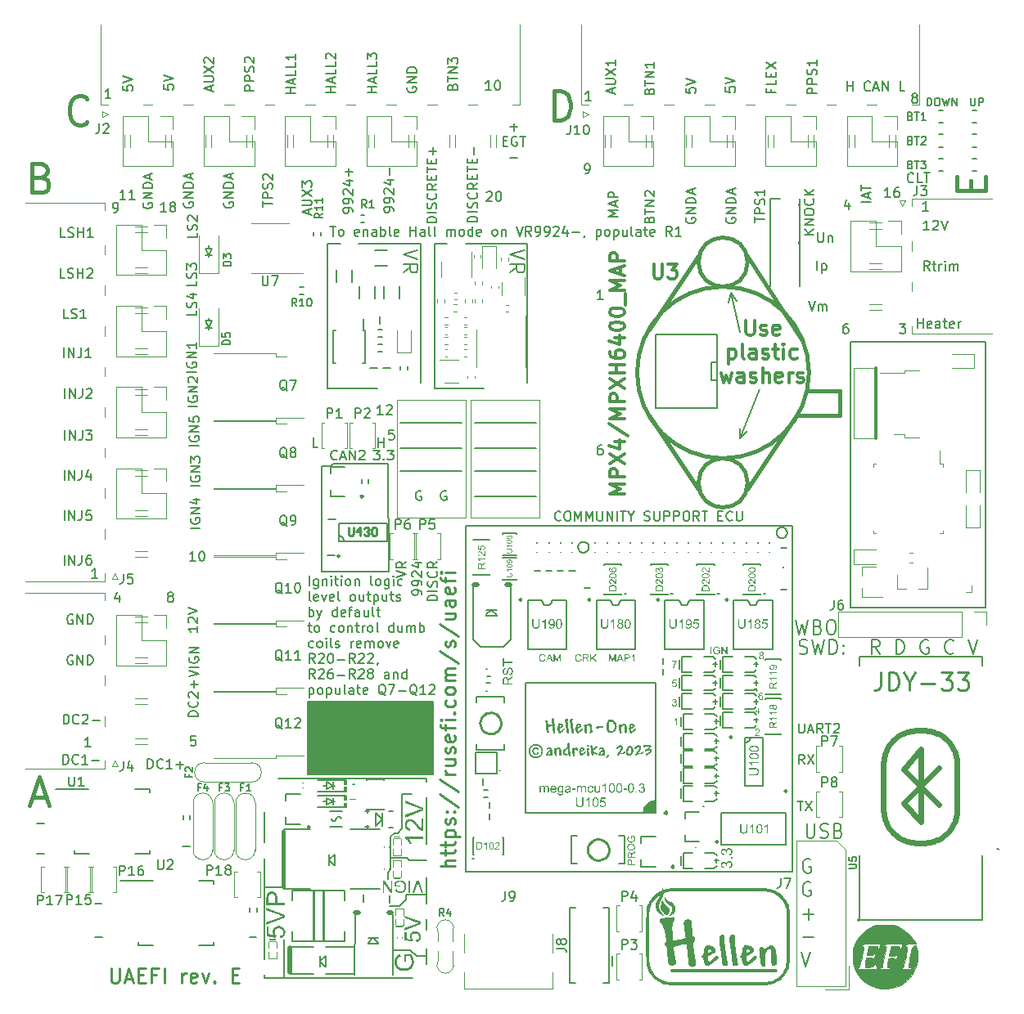
<source format=gto>
G75*
G70*
%OFA0B0*%
%FSLAX25Y25*%
%IPPOS*%
%LPD*%
%AMOC8*
5,1,8,0,0,1.08239X$1,22.5*
%
%ADD10C,0.00787*%
%ADD101C,0.00394*%
%ADD102C,0.01968*%
%ADD103C,0.01575*%
%ADD133C,0.01000*%
%ADD232C,0.00300*%
%ADD77C,0.01181*%
%ADD80C,0.00591*%
%ADD81C,0.00472*%
%ADD85C,0.01772*%
%ADD86C,0.00669*%
%ADD87C,0.00984*%
%ADD88C,0.00500*%
%ADD89C,0.01200*%
%ADD90C,0.00800*%
%ADD91C,0.00000*%
%ADD92C,0.02484*%
%ADD93C,0.00390*%
%ADD94C,0.00010*%
%ADD95C,0.01500*%
X0000000Y0000000D02*
%LPD*%
G01*
D80*
X0183071Y0211811D02*
X0208268Y0211811D01*
X0183071Y0201575D02*
X0208268Y0201575D01*
X0152756Y0231496D02*
X0177953Y0231496D01*
X0115236Y0117844D02*
X0166087Y0117844D01*
X0166087Y0088022D01*
X0115236Y0088022D01*
X0115236Y0117844D01*
G36*
X0115236Y0117844D02*
G01*
X0166087Y0117844D01*
X0166087Y0088022D01*
X0115236Y0088022D01*
X0115236Y0117844D01*
G37*
X0183071Y0221260D02*
X0208268Y0221260D01*
X0152756Y0211811D02*
X0177953Y0211811D01*
X0183071Y0231496D02*
X0208268Y0231496D01*
X0152756Y0221260D02*
X0177953Y0221260D01*
X0143757Y0221438D02*
X0143757Y0225375D01*
X0143757Y0223500D02*
X0146007Y0223500D01*
X0146007Y0221438D02*
X0146007Y0225375D01*
X0368232Y0310020D02*
X0365982Y0310020D01*
X0367107Y0310020D02*
X0367107Y0313957D01*
X0367107Y0313957D02*
X0366732Y0313395D01*
X0366732Y0313395D02*
X0366357Y0313020D01*
X0366357Y0313020D02*
X0365982Y0312833D01*
X0369732Y0313582D02*
X0369919Y0313770D01*
X0369919Y0313770D02*
X0370294Y0313957D01*
X0370294Y0313957D02*
X0371232Y0313957D01*
X0371232Y0313957D02*
X0371607Y0313770D01*
X0371607Y0313770D02*
X0371794Y0313582D01*
X0371794Y0313582D02*
X0371982Y0313208D01*
X0371982Y0313208D02*
X0371982Y0312833D01*
X0371982Y0312833D02*
X0371794Y0312270D01*
X0371794Y0312270D02*
X0369544Y0310020D01*
X0369544Y0310020D02*
X0371982Y0310020D01*
X0373106Y0313957D02*
X0374419Y0310020D01*
X0374419Y0310020D02*
X0375731Y0313957D01*
D85*
X0006749Y0331524D02*
X0008436Y0330961D01*
X0008436Y0330961D02*
X0008999Y0330399D01*
X0008999Y0330399D02*
X0009561Y0329274D01*
X0009561Y0329274D02*
X0009561Y0327587D01*
X0009561Y0327587D02*
X0008999Y0326462D01*
X0008999Y0326462D02*
X0008436Y0325899D01*
X0008436Y0325899D02*
X0007312Y0325337D01*
X0007312Y0325337D02*
X0002812Y0325337D01*
X0002812Y0325337D02*
X0002812Y0337148D01*
X0002812Y0337148D02*
X0006749Y0337148D01*
X0006749Y0337148D02*
X0007874Y0336585D01*
X0007874Y0336585D02*
X0008436Y0336023D01*
X0008436Y0336023D02*
X0008999Y0334898D01*
X0008999Y0334898D02*
X0008999Y0333773D01*
X0008999Y0333773D02*
X0008436Y0332648D01*
X0008436Y0332648D02*
X0007874Y0332086D01*
X0007874Y0332086D02*
X0006749Y0331524D01*
X0006749Y0331524D02*
X0002812Y0331524D01*
D80*
X0069441Y0103721D02*
X0067567Y0103721D01*
X0067567Y0103721D02*
X0067379Y0101846D01*
X0067379Y0101846D02*
X0067567Y0102034D01*
X0067567Y0102034D02*
X0067942Y0102221D01*
X0067942Y0102221D02*
X0068879Y0102221D01*
X0068879Y0102221D02*
X0069254Y0102034D01*
X0069254Y0102034D02*
X0069441Y0101846D01*
X0069441Y0101846D02*
X0069629Y0101471D01*
X0069629Y0101471D02*
X0069629Y0100534D01*
X0069629Y0100534D02*
X0069441Y0100159D01*
X0069441Y0100159D02*
X0069254Y0099972D01*
X0069254Y0099972D02*
X0068879Y0099784D01*
X0068879Y0099784D02*
X0067942Y0099784D01*
X0067942Y0099784D02*
X0067567Y0099972D01*
X0067567Y0099972D02*
X0067379Y0100159D01*
X0016020Y0173603D02*
X0016020Y0177540D01*
X0017895Y0173603D02*
X0017895Y0177540D01*
X0017895Y0177540D02*
X0020144Y0173603D01*
X0020144Y0173603D02*
X0020144Y0177540D01*
X0023144Y0177540D02*
X0023144Y0174728D01*
X0023144Y0174728D02*
X0022957Y0174166D01*
X0022957Y0174166D02*
X0022582Y0173791D01*
X0022582Y0173791D02*
X0022019Y0173603D01*
X0022019Y0173603D02*
X0021644Y0173603D01*
X0026706Y0177540D02*
X0025956Y0177540D01*
X0025956Y0177540D02*
X0025581Y0177353D01*
X0025581Y0177353D02*
X0025394Y0177165D01*
X0025394Y0177165D02*
X0025019Y0176603D01*
X0025019Y0176603D02*
X0024831Y0175853D01*
X0024831Y0175853D02*
X0024831Y0174353D01*
X0024831Y0174353D02*
X0025019Y0173978D01*
X0025019Y0173978D02*
X0025206Y0173791D01*
X0025206Y0173791D02*
X0025581Y0173603D01*
X0025581Y0173603D02*
X0026331Y0173603D01*
X0026331Y0173603D02*
X0026706Y0173791D01*
X0026706Y0173791D02*
X0026894Y0173978D01*
X0026894Y0173978D02*
X0027081Y0174353D01*
X0027081Y0174353D02*
X0027081Y0175290D01*
X0027081Y0175290D02*
X0026894Y0175665D01*
X0026894Y0175665D02*
X0026706Y0175853D01*
X0026706Y0175853D02*
X0026331Y0176040D01*
X0026331Y0176040D02*
X0025581Y0176040D01*
X0025581Y0176040D02*
X0025206Y0175853D01*
X0025206Y0175853D02*
X0025019Y0175665D01*
X0025019Y0175665D02*
X0024831Y0175290D01*
X0070098Y0308886D02*
X0070098Y0307012D01*
X0070098Y0307012D02*
X0066161Y0307012D01*
X0069910Y0310011D02*
X0070098Y0310574D01*
X0070098Y0310574D02*
X0070098Y0311511D01*
X0070098Y0311511D02*
X0069910Y0311886D01*
X0069910Y0311886D02*
X0069723Y0312073D01*
X0069723Y0312073D02*
X0069348Y0312261D01*
X0069348Y0312261D02*
X0068973Y0312261D01*
X0068973Y0312261D02*
X0068598Y0312073D01*
X0068598Y0312073D02*
X0068410Y0311886D01*
X0068410Y0311886D02*
X0068223Y0311511D01*
X0068223Y0311511D02*
X0068035Y0310761D01*
X0068035Y0310761D02*
X0067848Y0310386D01*
X0067848Y0310386D02*
X0067661Y0310199D01*
X0067661Y0310199D02*
X0067286Y0310011D01*
X0067286Y0310011D02*
X0066911Y0310011D01*
X0066911Y0310011D02*
X0066536Y0310199D01*
X0066536Y0310199D02*
X0066348Y0310386D01*
X0066348Y0310386D02*
X0066161Y0310761D01*
X0066161Y0310761D02*
X0066161Y0311699D01*
X0066161Y0311699D02*
X0066348Y0312261D01*
X0066536Y0313761D02*
X0066348Y0313948D01*
X0066348Y0313948D02*
X0066161Y0314323D01*
X0066161Y0314323D02*
X0066161Y0315261D01*
X0066161Y0315261D02*
X0066348Y0315636D01*
X0066348Y0315636D02*
X0066536Y0315823D01*
X0066536Y0315823D02*
X0066911Y0316010D01*
X0066911Y0316010D02*
X0067286Y0316010D01*
X0067286Y0316010D02*
X0067848Y0315823D01*
X0067848Y0315823D02*
X0070098Y0313573D01*
X0070098Y0313573D02*
X0070098Y0316010D01*
X0016020Y0208249D02*
X0016020Y0212186D01*
X0017895Y0208249D02*
X0017895Y0212186D01*
X0017895Y0212186D02*
X0020144Y0208249D01*
X0020144Y0208249D02*
X0020144Y0212186D01*
X0023144Y0212186D02*
X0023144Y0209374D01*
X0023144Y0209374D02*
X0022957Y0208811D01*
X0022957Y0208811D02*
X0022582Y0208436D01*
X0022582Y0208436D02*
X0022019Y0208249D01*
X0022019Y0208249D02*
X0021644Y0208249D01*
X0026706Y0210873D02*
X0026706Y0208249D01*
X0025769Y0212373D02*
X0024831Y0209561D01*
X0024831Y0209561D02*
X0027268Y0209561D01*
X0016273Y0290532D02*
X0014398Y0290532D01*
X0014398Y0290532D02*
X0014398Y0294469D01*
X0017398Y0290720D02*
X0017960Y0290532D01*
X0017960Y0290532D02*
X0018898Y0290532D01*
X0018898Y0290532D02*
X0019273Y0290720D01*
X0019273Y0290720D02*
X0019460Y0290907D01*
X0019460Y0290907D02*
X0019648Y0291282D01*
X0019648Y0291282D02*
X0019648Y0291657D01*
X0019648Y0291657D02*
X0019460Y0292032D01*
X0019460Y0292032D02*
X0019273Y0292220D01*
X0019273Y0292220D02*
X0018898Y0292407D01*
X0018898Y0292407D02*
X0018148Y0292594D01*
X0018148Y0292594D02*
X0017773Y0292782D01*
X0017773Y0292782D02*
X0017585Y0292969D01*
X0017585Y0292969D02*
X0017398Y0293344D01*
X0017398Y0293344D02*
X0017398Y0293719D01*
X0017398Y0293719D02*
X0017585Y0294094D01*
X0017585Y0294094D02*
X0017773Y0294282D01*
X0017773Y0294282D02*
X0018148Y0294469D01*
X0018148Y0294469D02*
X0019085Y0294469D01*
X0019085Y0294469D02*
X0019648Y0294282D01*
X0021335Y0290532D02*
X0021335Y0294469D01*
X0021335Y0292594D02*
X0023585Y0292594D01*
X0023585Y0290532D02*
X0023585Y0294469D01*
X0025272Y0294094D02*
X0025459Y0294282D01*
X0025459Y0294282D02*
X0025834Y0294469D01*
X0025834Y0294469D02*
X0026772Y0294469D01*
X0026772Y0294469D02*
X0027147Y0294282D01*
X0027147Y0294282D02*
X0027334Y0294094D01*
X0027334Y0294094D02*
X0027522Y0293719D01*
X0027522Y0293719D02*
X0027522Y0293344D01*
X0027522Y0293344D02*
X0027334Y0292782D01*
X0027334Y0292782D02*
X0025084Y0290532D01*
X0025084Y0290532D02*
X0027522Y0290532D01*
X0057518Y0317501D02*
X0055268Y0317501D01*
X0056393Y0317501D02*
X0056393Y0321438D01*
X0056393Y0321438D02*
X0056018Y0320875D01*
X0056018Y0320875D02*
X0055643Y0320500D01*
X0055643Y0320500D02*
X0055268Y0320313D01*
X0059768Y0319750D02*
X0059393Y0319938D01*
X0059393Y0319938D02*
X0059205Y0320125D01*
X0059205Y0320125D02*
X0059018Y0320500D01*
X0059018Y0320500D02*
X0059018Y0320688D01*
X0059018Y0320688D02*
X0059205Y0321063D01*
X0059205Y0321063D02*
X0059393Y0321250D01*
X0059393Y0321250D02*
X0059768Y0321438D01*
X0059768Y0321438D02*
X0060517Y0321438D01*
X0060517Y0321438D02*
X0060892Y0321250D01*
X0060892Y0321250D02*
X0061080Y0321063D01*
X0061080Y0321063D02*
X0061267Y0320688D01*
X0061267Y0320688D02*
X0061267Y0320500D01*
X0061267Y0320500D02*
X0061080Y0320125D01*
X0061080Y0320125D02*
X0060892Y0319938D01*
X0060892Y0319938D02*
X0060517Y0319750D01*
X0060517Y0319750D02*
X0059768Y0319750D01*
X0059768Y0319750D02*
X0059393Y0319563D01*
X0059393Y0319563D02*
X0059205Y0319375D01*
X0059205Y0319375D02*
X0059018Y0319001D01*
X0059018Y0319001D02*
X0059018Y0318251D01*
X0059018Y0318251D02*
X0059205Y0317876D01*
X0059205Y0317876D02*
X0059393Y0317688D01*
X0059393Y0317688D02*
X0059768Y0317501D01*
X0059768Y0317501D02*
X0060517Y0317501D01*
X0060517Y0317501D02*
X0060892Y0317688D01*
X0060892Y0317688D02*
X0061080Y0317876D01*
X0061080Y0317876D02*
X0061267Y0318251D01*
X0061267Y0318251D02*
X0061267Y0319001D01*
X0061267Y0319001D02*
X0061080Y0319375D01*
X0061080Y0319375D02*
X0060892Y0319563D01*
X0060892Y0319563D02*
X0060517Y0319750D01*
X0015720Y0108642D02*
X0015720Y0112579D01*
X0015720Y0112579D02*
X0016657Y0112579D01*
X0016657Y0112579D02*
X0017220Y0112392D01*
X0017220Y0112392D02*
X0017595Y0112017D01*
X0017595Y0112017D02*
X0017782Y0111642D01*
X0017782Y0111642D02*
X0017970Y0110892D01*
X0017970Y0110892D02*
X0017970Y0110330D01*
X0017970Y0110330D02*
X0017782Y0109580D01*
X0017782Y0109580D02*
X0017595Y0109205D01*
X0017595Y0109205D02*
X0017220Y0108830D01*
X0017220Y0108830D02*
X0016657Y0108642D01*
X0016657Y0108642D02*
X0015720Y0108642D01*
X0021907Y0109017D02*
X0021719Y0108830D01*
X0021719Y0108830D02*
X0021157Y0108642D01*
X0021157Y0108642D02*
X0020782Y0108642D01*
X0020782Y0108642D02*
X0020219Y0108830D01*
X0020219Y0108830D02*
X0019844Y0109205D01*
X0019844Y0109205D02*
X0019657Y0109580D01*
X0019657Y0109580D02*
X0019469Y0110330D01*
X0019469Y0110330D02*
X0019469Y0110892D01*
X0019469Y0110892D02*
X0019657Y0111642D01*
X0019657Y0111642D02*
X0019844Y0112017D01*
X0019844Y0112017D02*
X0020219Y0112392D01*
X0020219Y0112392D02*
X0020782Y0112579D01*
X0020782Y0112579D02*
X0021157Y0112579D01*
X0021157Y0112579D02*
X0021719Y0112392D01*
X0021719Y0112392D02*
X0021907Y0112205D01*
X0023406Y0112205D02*
X0023594Y0112392D01*
X0023594Y0112392D02*
X0023969Y0112579D01*
X0023969Y0112579D02*
X0024906Y0112579D01*
X0024906Y0112579D02*
X0025281Y0112392D01*
X0025281Y0112392D02*
X0025469Y0112205D01*
X0025469Y0112205D02*
X0025656Y0111830D01*
X0025656Y0111830D02*
X0025656Y0111455D01*
X0025656Y0111455D02*
X0025469Y0110892D01*
X0025469Y0110892D02*
X0023219Y0108642D01*
X0023219Y0108642D02*
X0025656Y0108642D01*
X0027343Y0110142D02*
X0030343Y0110142D01*
X0039980Y0368935D02*
X0039980Y0367060D01*
X0039980Y0367060D02*
X0041854Y0366873D01*
X0041854Y0366873D02*
X0041667Y0367060D01*
X0041667Y0367060D02*
X0041479Y0367435D01*
X0041479Y0367435D02*
X0041479Y0368373D01*
X0041479Y0368373D02*
X0041667Y0368748D01*
X0041667Y0368748D02*
X0041854Y0368935D01*
X0041854Y0368935D02*
X0042229Y0369123D01*
X0042229Y0369123D02*
X0043167Y0369123D01*
X0043167Y0369123D02*
X0043542Y0368935D01*
X0043542Y0368935D02*
X0043729Y0368748D01*
X0043729Y0368748D02*
X0043917Y0368373D01*
X0043917Y0368373D02*
X0043917Y0367435D01*
X0043917Y0367435D02*
X0043729Y0367060D01*
X0043729Y0367060D02*
X0043542Y0366873D01*
X0039980Y0370247D02*
X0043917Y0371560D01*
X0043917Y0371560D02*
X0039980Y0372872D01*
X0230456Y0362776D02*
X0228206Y0362776D01*
X0229331Y0362776D02*
X0229331Y0366713D01*
X0229331Y0366713D02*
X0228956Y0366151D01*
X0228956Y0366151D02*
X0228581Y0365776D01*
X0228581Y0365776D02*
X0228206Y0365588D01*
X0126397Y0366142D02*
X0122460Y0366142D01*
X0124335Y0366142D02*
X0124335Y0368391D01*
X0126397Y0368391D02*
X0122460Y0368391D01*
X0125272Y0370079D02*
X0125272Y0371954D01*
X0126397Y0369704D02*
X0122460Y0371016D01*
X0122460Y0371016D02*
X0126397Y0372328D01*
X0126397Y0375516D02*
X0126397Y0373641D01*
X0126397Y0373641D02*
X0122460Y0373641D01*
X0126397Y0378703D02*
X0126397Y0376828D01*
X0126397Y0376828D02*
X0122460Y0376828D01*
X0122835Y0379828D02*
X0122647Y0380015D01*
X0122647Y0380015D02*
X0122460Y0380390D01*
X0122460Y0380390D02*
X0122460Y0381327D01*
X0122460Y0381327D02*
X0122647Y0381702D01*
X0122647Y0381702D02*
X0122835Y0381890D01*
X0122835Y0381890D02*
X0123210Y0382077D01*
X0123210Y0382077D02*
X0123585Y0382077D01*
X0123585Y0382077D02*
X0124147Y0381890D01*
X0124147Y0381890D02*
X0126397Y0379640D01*
X0126397Y0379640D02*
X0126397Y0382077D01*
X0167657Y0313106D02*
X0163720Y0313106D01*
X0163720Y0313106D02*
X0163720Y0314044D01*
X0163720Y0314044D02*
X0163907Y0314606D01*
X0163907Y0314606D02*
X0164282Y0314981D01*
X0164282Y0314981D02*
X0164657Y0315169D01*
X0164657Y0315169D02*
X0165407Y0315356D01*
X0165407Y0315356D02*
X0165969Y0315356D01*
X0165969Y0315356D02*
X0166719Y0315169D01*
X0166719Y0315169D02*
X0167094Y0314981D01*
X0167094Y0314981D02*
X0167469Y0314606D01*
X0167469Y0314606D02*
X0167657Y0314044D01*
X0167657Y0314044D02*
X0167657Y0313106D01*
X0167657Y0317044D02*
X0163720Y0317044D01*
X0167469Y0318731D02*
X0167657Y0319293D01*
X0167657Y0319293D02*
X0167657Y0320231D01*
X0167657Y0320231D02*
X0167469Y0320606D01*
X0167469Y0320606D02*
X0167282Y0320793D01*
X0167282Y0320793D02*
X0166907Y0320981D01*
X0166907Y0320981D02*
X0166532Y0320981D01*
X0166532Y0320981D02*
X0166157Y0320793D01*
X0166157Y0320793D02*
X0165969Y0320606D01*
X0165969Y0320606D02*
X0165782Y0320231D01*
X0165782Y0320231D02*
X0165595Y0319481D01*
X0165595Y0319481D02*
X0165407Y0319106D01*
X0165407Y0319106D02*
X0165220Y0318918D01*
X0165220Y0318918D02*
X0164845Y0318731D01*
X0164845Y0318731D02*
X0164470Y0318731D01*
X0164470Y0318731D02*
X0164095Y0318918D01*
X0164095Y0318918D02*
X0163907Y0319106D01*
X0163907Y0319106D02*
X0163720Y0319481D01*
X0163720Y0319481D02*
X0163720Y0320418D01*
X0163720Y0320418D02*
X0163907Y0320981D01*
X0167282Y0324918D02*
X0167469Y0324730D01*
X0167469Y0324730D02*
X0167657Y0324168D01*
X0167657Y0324168D02*
X0167657Y0323793D01*
X0167657Y0323793D02*
X0167469Y0323230D01*
X0167469Y0323230D02*
X0167094Y0322855D01*
X0167094Y0322855D02*
X0166719Y0322668D01*
X0166719Y0322668D02*
X0165969Y0322480D01*
X0165969Y0322480D02*
X0165407Y0322480D01*
X0165407Y0322480D02*
X0164657Y0322668D01*
X0164657Y0322668D02*
X0164282Y0322855D01*
X0164282Y0322855D02*
X0163907Y0323230D01*
X0163907Y0323230D02*
X0163720Y0323793D01*
X0163720Y0323793D02*
X0163720Y0324168D01*
X0163720Y0324168D02*
X0163907Y0324730D01*
X0163907Y0324730D02*
X0164095Y0324918D01*
X0167657Y0328855D02*
X0165782Y0327542D01*
X0167657Y0326605D02*
X0163720Y0326605D01*
X0163720Y0326605D02*
X0163720Y0328105D01*
X0163720Y0328105D02*
X0163907Y0328480D01*
X0163907Y0328480D02*
X0164095Y0328667D01*
X0164095Y0328667D02*
X0164470Y0328855D01*
X0164470Y0328855D02*
X0165032Y0328855D01*
X0165032Y0328855D02*
X0165407Y0328667D01*
X0165407Y0328667D02*
X0165595Y0328480D01*
X0165595Y0328480D02*
X0165782Y0328105D01*
X0165782Y0328105D02*
X0165782Y0326605D01*
X0165595Y0330542D02*
X0165595Y0331854D01*
X0167657Y0332417D02*
X0167657Y0330542D01*
X0167657Y0330542D02*
X0163720Y0330542D01*
X0163720Y0330542D02*
X0163720Y0332417D01*
X0163720Y0333541D02*
X0163720Y0335791D01*
X0167657Y0334666D02*
X0163720Y0334666D01*
X0165595Y0337103D02*
X0165595Y0338416D01*
X0167657Y0338978D02*
X0167657Y0337103D01*
X0167657Y0337103D02*
X0163720Y0337103D01*
X0163720Y0337103D02*
X0163720Y0338978D01*
X0166157Y0340666D02*
X0166157Y0343665D01*
X0167657Y0342165D02*
X0164657Y0342165D01*
D10*
X0319820Y0053555D02*
X0319295Y0053836D01*
X0319295Y0053836D02*
X0318508Y0053836D01*
X0318508Y0053836D02*
X0317721Y0053555D01*
X0317721Y0053555D02*
X0317196Y0052992D01*
X0317196Y0052992D02*
X0316933Y0052430D01*
X0316933Y0052430D02*
X0316671Y0051305D01*
X0316671Y0051305D02*
X0316671Y0050462D01*
X0316671Y0050462D02*
X0316933Y0049337D01*
X0316933Y0049337D02*
X0317196Y0048774D01*
X0317196Y0048774D02*
X0317721Y0048212D01*
X0317721Y0048212D02*
X0318508Y0047931D01*
X0318508Y0047931D02*
X0319033Y0047931D01*
X0319033Y0047931D02*
X0319820Y0048212D01*
X0319820Y0048212D02*
X0320083Y0048493D01*
X0320083Y0048493D02*
X0320083Y0050462D01*
X0320083Y0050462D02*
X0319033Y0050462D01*
X0319820Y0044047D02*
X0319295Y0044329D01*
X0319295Y0044329D02*
X0318508Y0044329D01*
X0318508Y0044329D02*
X0317721Y0044047D01*
X0317721Y0044047D02*
X0317196Y0043485D01*
X0317196Y0043485D02*
X0316933Y0042922D01*
X0316933Y0042922D02*
X0316671Y0041798D01*
X0316671Y0041798D02*
X0316671Y0040954D01*
X0316671Y0040954D02*
X0316933Y0039829D01*
X0316933Y0039829D02*
X0317196Y0039267D01*
X0317196Y0039267D02*
X0317721Y0038704D01*
X0317721Y0038704D02*
X0318508Y0038423D01*
X0318508Y0038423D02*
X0319033Y0038423D01*
X0319033Y0038423D02*
X0319820Y0038704D01*
X0319820Y0038704D02*
X0320083Y0038985D01*
X0320083Y0038985D02*
X0320083Y0040954D01*
X0320083Y0040954D02*
X0319033Y0040954D01*
X0316933Y0031165D02*
X0321133Y0031165D01*
X0319033Y0028916D02*
X0319033Y0033415D01*
X0316933Y0021658D02*
X0321133Y0021658D01*
X0316146Y0015806D02*
X0317983Y0009900D01*
X0317983Y0009900D02*
X0319820Y0015806D01*
D80*
X0321279Y0308230D02*
X0317342Y0308230D01*
X0321279Y0310480D02*
X0319029Y0308793D01*
X0317342Y0310480D02*
X0319592Y0308230D01*
X0321279Y0312167D02*
X0317342Y0312167D01*
X0317342Y0312167D02*
X0321279Y0314417D01*
X0321279Y0314417D02*
X0317342Y0314417D01*
X0317342Y0317042D02*
X0317342Y0317792D01*
X0317342Y0317792D02*
X0317529Y0318166D01*
X0317529Y0318166D02*
X0317904Y0318541D01*
X0317904Y0318541D02*
X0318654Y0318729D01*
X0318654Y0318729D02*
X0319966Y0318729D01*
X0319966Y0318729D02*
X0320716Y0318541D01*
X0320716Y0318541D02*
X0321091Y0318166D01*
X0321091Y0318166D02*
X0321279Y0317792D01*
X0321279Y0317792D02*
X0321279Y0317042D01*
X0321279Y0317042D02*
X0321091Y0316667D01*
X0321091Y0316667D02*
X0320716Y0316292D01*
X0320716Y0316292D02*
X0319966Y0316104D01*
X0319966Y0316104D02*
X0318654Y0316104D01*
X0318654Y0316104D02*
X0317904Y0316292D01*
X0317904Y0316292D02*
X0317529Y0316667D01*
X0317529Y0316667D02*
X0317342Y0317042D01*
X0320904Y0322666D02*
X0321091Y0322478D01*
X0321091Y0322478D02*
X0321279Y0321916D01*
X0321279Y0321916D02*
X0321279Y0321541D01*
X0321279Y0321541D02*
X0321091Y0320979D01*
X0321091Y0320979D02*
X0320716Y0320604D01*
X0320716Y0320604D02*
X0320341Y0320416D01*
X0320341Y0320416D02*
X0319592Y0320229D01*
X0319592Y0320229D02*
X0319029Y0320229D01*
X0319029Y0320229D02*
X0318279Y0320416D01*
X0318279Y0320416D02*
X0317904Y0320604D01*
X0317904Y0320604D02*
X0317529Y0320979D01*
X0317529Y0320979D02*
X0317342Y0321541D01*
X0317342Y0321541D02*
X0317342Y0321916D01*
X0317342Y0321916D02*
X0317529Y0322478D01*
X0317529Y0322478D02*
X0317717Y0322666D01*
X0321279Y0324353D02*
X0317342Y0324353D01*
X0321279Y0326603D02*
X0319029Y0324916D01*
X0317342Y0326603D02*
X0319592Y0324353D01*
X0315105Y0108937D02*
X0315105Y0105750D01*
X0315105Y0105750D02*
X0315293Y0105375D01*
X0315293Y0105375D02*
X0315480Y0105188D01*
X0315480Y0105188D02*
X0315855Y0105000D01*
X0315855Y0105000D02*
X0316605Y0105000D01*
X0316605Y0105000D02*
X0316980Y0105188D01*
X0316980Y0105188D02*
X0317168Y0105375D01*
X0317168Y0105375D02*
X0317355Y0105750D01*
X0317355Y0105750D02*
X0317355Y0108937D01*
X0319042Y0106125D02*
X0320917Y0106125D01*
X0318667Y0105000D02*
X0319980Y0108937D01*
X0319980Y0108937D02*
X0321292Y0105000D01*
X0324854Y0105000D02*
X0323542Y0106875D01*
X0322604Y0105000D02*
X0322604Y0108937D01*
X0322604Y0108937D02*
X0324104Y0108937D01*
X0324104Y0108937D02*
X0324479Y0108750D01*
X0324479Y0108750D02*
X0324667Y0108562D01*
X0324667Y0108562D02*
X0324854Y0108187D01*
X0324854Y0108187D02*
X0324854Y0107625D01*
X0324854Y0107625D02*
X0324667Y0107250D01*
X0324667Y0107250D02*
X0324479Y0107062D01*
X0324479Y0107062D02*
X0324104Y0106875D01*
X0324104Y0106875D02*
X0322604Y0106875D01*
X0325979Y0108937D02*
X0328229Y0108937D01*
X0327104Y0105000D02*
X0327104Y0108937D01*
X0329354Y0108562D02*
X0329541Y0108750D01*
X0329541Y0108750D02*
X0329916Y0108937D01*
X0329916Y0108937D02*
X0330853Y0108937D01*
X0330853Y0108937D02*
X0331228Y0108750D01*
X0331228Y0108750D02*
X0331416Y0108562D01*
X0331416Y0108562D02*
X0331603Y0108187D01*
X0331603Y0108187D02*
X0331603Y0107812D01*
X0331603Y0107812D02*
X0331416Y0107250D01*
X0331416Y0107250D02*
X0329166Y0105000D01*
X0329166Y0105000D02*
X0331603Y0105000D01*
X0317355Y0092323D02*
X0316043Y0094198D01*
X0315105Y0092323D02*
X0315105Y0096260D01*
X0315105Y0096260D02*
X0316605Y0096260D01*
X0316605Y0096260D02*
X0316980Y0096073D01*
X0316980Y0096073D02*
X0317168Y0095885D01*
X0317168Y0095885D02*
X0317355Y0095511D01*
X0317355Y0095511D02*
X0317355Y0094948D01*
X0317355Y0094948D02*
X0317168Y0094573D01*
X0317168Y0094573D02*
X0316980Y0094386D01*
X0316980Y0094386D02*
X0316605Y0094198D01*
X0316605Y0094198D02*
X0315105Y0094198D01*
X0318667Y0096260D02*
X0321292Y0092323D01*
X0321292Y0096260D02*
X0318667Y0092323D01*
X0314543Y0077245D02*
X0316793Y0077245D01*
X0315668Y0073308D02*
X0315668Y0077245D01*
X0317730Y0077245D02*
X0320355Y0073308D01*
X0320355Y0077245D02*
X0317730Y0073308D01*
D85*
X0003093Y0078711D02*
X0008718Y0078711D01*
X0001969Y0075337D02*
X0005906Y0087148D01*
X0005906Y0087148D02*
X0009843Y0075337D01*
D80*
X0056515Y0369329D02*
X0056515Y0367454D01*
X0056515Y0367454D02*
X0058390Y0367267D01*
X0058390Y0367267D02*
X0058202Y0367454D01*
X0058202Y0367454D02*
X0058015Y0367829D01*
X0058015Y0367829D02*
X0058015Y0368766D01*
X0058015Y0368766D02*
X0058202Y0369141D01*
X0058202Y0369141D02*
X0058390Y0369329D01*
X0058390Y0369329D02*
X0058765Y0369516D01*
X0058765Y0369516D02*
X0059702Y0369516D01*
X0059702Y0369516D02*
X0060077Y0369329D01*
X0060077Y0369329D02*
X0060265Y0369141D01*
X0060265Y0369141D02*
X0060452Y0368766D01*
X0060452Y0368766D02*
X0060452Y0367829D01*
X0060452Y0367829D02*
X0060265Y0367454D01*
X0060265Y0367454D02*
X0060077Y0367267D01*
X0056515Y0370641D02*
X0060452Y0371954D01*
X0060452Y0371954D02*
X0056515Y0373266D01*
X0352400Y0323406D02*
X0350150Y0323406D01*
X0351275Y0323406D02*
X0351275Y0327343D01*
X0351275Y0327343D02*
X0350900Y0326781D01*
X0350900Y0326781D02*
X0350525Y0326406D01*
X0350525Y0326406D02*
X0350150Y0326218D01*
X0355774Y0327343D02*
X0355024Y0327343D01*
X0355024Y0327343D02*
X0354649Y0327156D01*
X0354649Y0327156D02*
X0354462Y0326968D01*
X0354462Y0326968D02*
X0354087Y0326406D01*
X0354087Y0326406D02*
X0353900Y0325656D01*
X0353900Y0325656D02*
X0353900Y0324156D01*
X0353900Y0324156D02*
X0354087Y0323781D01*
X0354087Y0323781D02*
X0354274Y0323594D01*
X0354274Y0323594D02*
X0354649Y0323406D01*
X0354649Y0323406D02*
X0355399Y0323406D01*
X0355399Y0323406D02*
X0355774Y0323594D01*
X0355774Y0323594D02*
X0355962Y0323781D01*
X0355962Y0323781D02*
X0356149Y0324156D01*
X0356149Y0324156D02*
X0356149Y0325094D01*
X0356149Y0325094D02*
X0355962Y0325468D01*
X0355962Y0325468D02*
X0355774Y0325656D01*
X0355774Y0325656D02*
X0355399Y0325843D01*
X0355399Y0325843D02*
X0354649Y0325843D01*
X0354649Y0325843D02*
X0354274Y0325656D01*
X0354274Y0325656D02*
X0354087Y0325468D01*
X0354087Y0325468D02*
X0353900Y0325094D01*
X0174138Y0368466D02*
X0174325Y0369029D01*
X0174325Y0369029D02*
X0174513Y0369216D01*
X0174513Y0369216D02*
X0174888Y0369404D01*
X0174888Y0369404D02*
X0175450Y0369404D01*
X0175450Y0369404D02*
X0175825Y0369216D01*
X0175825Y0369216D02*
X0176013Y0369029D01*
X0176013Y0369029D02*
X0176200Y0368654D01*
X0176200Y0368654D02*
X0176200Y0367154D01*
X0176200Y0367154D02*
X0172263Y0367154D01*
X0172263Y0367154D02*
X0172263Y0368466D01*
X0172263Y0368466D02*
X0172451Y0368841D01*
X0172451Y0368841D02*
X0172638Y0369029D01*
X0172638Y0369029D02*
X0173013Y0369216D01*
X0173013Y0369216D02*
X0173388Y0369216D01*
X0173388Y0369216D02*
X0173763Y0369029D01*
X0173763Y0369029D02*
X0173950Y0368841D01*
X0173950Y0368841D02*
X0174138Y0368466D01*
X0174138Y0368466D02*
X0174138Y0367154D01*
X0172263Y0370529D02*
X0172263Y0372778D01*
X0176200Y0371654D02*
X0172263Y0371654D01*
X0176200Y0374091D02*
X0172263Y0374091D01*
X0172263Y0374091D02*
X0176200Y0376340D01*
X0176200Y0376340D02*
X0172263Y0376340D01*
X0172263Y0377840D02*
X0172263Y0380277D01*
X0172263Y0380277D02*
X0173763Y0378965D01*
X0173763Y0378965D02*
X0173763Y0379528D01*
X0173763Y0379528D02*
X0173950Y0379903D01*
X0173950Y0379903D02*
X0174138Y0380090D01*
X0174138Y0380090D02*
X0174513Y0380277D01*
X0174513Y0380277D02*
X0175450Y0380277D01*
X0175450Y0380277D02*
X0175825Y0380090D01*
X0175825Y0380090D02*
X0176013Y0379903D01*
X0176013Y0379903D02*
X0176200Y0379528D01*
X0176200Y0379528D02*
X0176200Y0378403D01*
X0176200Y0378403D02*
X0176013Y0378028D01*
X0176013Y0378028D02*
X0175825Y0377840D01*
X0075666Y0366873D02*
X0075666Y0368748D01*
X0076791Y0366498D02*
X0072854Y0367810D01*
X0072854Y0367810D02*
X0076791Y0369123D01*
X0072854Y0370435D02*
X0076041Y0370435D01*
X0076041Y0370435D02*
X0076416Y0370622D01*
X0076416Y0370622D02*
X0076603Y0370810D01*
X0076603Y0370810D02*
X0076791Y0371185D01*
X0076791Y0371185D02*
X0076791Y0371935D01*
X0076791Y0371935D02*
X0076603Y0372310D01*
X0076603Y0372310D02*
X0076416Y0372497D01*
X0076416Y0372497D02*
X0076041Y0372685D01*
X0076041Y0372685D02*
X0072854Y0372685D01*
X0072854Y0374184D02*
X0076791Y0376809D01*
X0072854Y0376809D02*
X0076791Y0374184D01*
X0073229Y0378121D02*
X0073041Y0378309D01*
X0073041Y0378309D02*
X0072854Y0378684D01*
X0072854Y0378684D02*
X0072854Y0379621D01*
X0072854Y0379621D02*
X0073041Y0379996D01*
X0073041Y0379996D02*
X0073229Y0380184D01*
X0073229Y0380184D02*
X0073604Y0380371D01*
X0073604Y0380371D02*
X0073978Y0380371D01*
X0073978Y0380371D02*
X0074541Y0380184D01*
X0074541Y0380184D02*
X0076791Y0377934D01*
X0076791Y0377934D02*
X0076791Y0380371D01*
X0038348Y0161070D02*
X0038348Y0158446D01*
X0037411Y0162570D02*
X0036474Y0159758D01*
X0036474Y0159758D02*
X0038911Y0159758D01*
X0141939Y0220257D02*
X0144376Y0220257D01*
X0144376Y0220257D02*
X0143063Y0218757D01*
X0143063Y0218757D02*
X0143626Y0218757D01*
X0143626Y0218757D02*
X0144001Y0218569D01*
X0144001Y0218569D02*
X0144188Y0218382D01*
X0144188Y0218382D02*
X0144376Y0218007D01*
X0144376Y0218007D02*
X0144376Y0217070D01*
X0144376Y0217070D02*
X0144188Y0216695D01*
X0144188Y0216695D02*
X0144001Y0216507D01*
X0144001Y0216507D02*
X0143626Y0216320D01*
X0143626Y0216320D02*
X0142501Y0216320D01*
X0142501Y0216320D02*
X0142126Y0216507D01*
X0142126Y0216507D02*
X0141939Y0216695D01*
X0146063Y0216695D02*
X0146250Y0216507D01*
X0146250Y0216507D02*
X0146063Y0216320D01*
X0146063Y0216320D02*
X0145876Y0216507D01*
X0145876Y0216507D02*
X0146063Y0216695D01*
X0146063Y0216695D02*
X0146063Y0216320D01*
X0147563Y0220257D02*
X0150000Y0220257D01*
X0150000Y0220257D02*
X0148688Y0218757D01*
X0148688Y0218757D02*
X0149250Y0218757D01*
X0149250Y0218757D02*
X0149625Y0218569D01*
X0149625Y0218569D02*
X0149813Y0218382D01*
X0149813Y0218382D02*
X0150000Y0218007D01*
X0150000Y0218007D02*
X0150000Y0217070D01*
X0150000Y0217070D02*
X0149813Y0216695D01*
X0149813Y0216695D02*
X0149625Y0216507D01*
X0149625Y0216507D02*
X0149250Y0216320D01*
X0149250Y0216320D02*
X0148125Y0216320D01*
X0148125Y0216320D02*
X0147750Y0216507D01*
X0147750Y0216507D02*
X0147563Y0216695D01*
X0297263Y0313236D02*
X0297263Y0315486D01*
X0301200Y0314361D02*
X0297263Y0314361D01*
X0301200Y0316798D02*
X0297263Y0316798D01*
X0297263Y0316798D02*
X0297263Y0318298D01*
X0297263Y0318298D02*
X0297451Y0318673D01*
X0297451Y0318673D02*
X0297638Y0318860D01*
X0297638Y0318860D02*
X0298013Y0319048D01*
X0298013Y0319048D02*
X0298575Y0319048D01*
X0298575Y0319048D02*
X0298950Y0318860D01*
X0298950Y0318860D02*
X0299138Y0318673D01*
X0299138Y0318673D02*
X0299325Y0318298D01*
X0299325Y0318298D02*
X0299325Y0316798D01*
X0301013Y0320547D02*
X0301200Y0321110D01*
X0301200Y0321110D02*
X0301200Y0322047D01*
X0301200Y0322047D02*
X0301013Y0322422D01*
X0301013Y0322422D02*
X0300825Y0322610D01*
X0300825Y0322610D02*
X0300450Y0322797D01*
X0300450Y0322797D02*
X0300075Y0322797D01*
X0300075Y0322797D02*
X0299700Y0322610D01*
X0299700Y0322610D02*
X0299513Y0322422D01*
X0299513Y0322422D02*
X0299325Y0322047D01*
X0299325Y0322047D02*
X0299138Y0321297D01*
X0299138Y0321297D02*
X0298950Y0320922D01*
X0298950Y0320922D02*
X0298763Y0320735D01*
X0298763Y0320735D02*
X0298388Y0320547D01*
X0298388Y0320547D02*
X0298013Y0320547D01*
X0298013Y0320547D02*
X0297638Y0320735D01*
X0297638Y0320735D02*
X0297451Y0320922D01*
X0297451Y0320922D02*
X0297263Y0321297D01*
X0297263Y0321297D02*
X0297263Y0322235D01*
X0297263Y0322235D02*
X0297451Y0322797D01*
X0301200Y0326547D02*
X0301200Y0324297D01*
X0301200Y0325422D02*
X0297263Y0325422D01*
X0297263Y0325422D02*
X0297825Y0325047D01*
X0297825Y0325047D02*
X0298200Y0324672D01*
X0298200Y0324672D02*
X0298388Y0324297D01*
D86*
X0385067Y0363894D02*
X0385067Y0361281D01*
X0385067Y0361281D02*
X0385221Y0360974D01*
X0385221Y0360974D02*
X0385375Y0360820D01*
X0385375Y0360820D02*
X0385682Y0360666D01*
X0385682Y0360666D02*
X0386297Y0360666D01*
X0386297Y0360666D02*
X0386605Y0360820D01*
X0386605Y0360820D02*
X0386758Y0360974D01*
X0386758Y0360974D02*
X0386912Y0361281D01*
X0386912Y0361281D02*
X0386912Y0363894D01*
X0388449Y0360666D02*
X0388449Y0363894D01*
X0388449Y0363894D02*
X0389679Y0363894D01*
X0389679Y0363894D02*
X0389987Y0363741D01*
X0389987Y0363741D02*
X0390140Y0363587D01*
X0390140Y0363587D02*
X0390294Y0363280D01*
X0390294Y0363280D02*
X0390294Y0362818D01*
X0390294Y0362818D02*
X0390140Y0362511D01*
X0390140Y0362511D02*
X0389987Y0362357D01*
X0389987Y0362357D02*
X0389679Y0362203D01*
X0389679Y0362203D02*
X0388449Y0362203D01*
D80*
X0150150Y0228524D02*
X0148275Y0228524D01*
X0148275Y0228524D02*
X0148088Y0226650D01*
X0148088Y0226650D02*
X0148275Y0226837D01*
X0148275Y0226837D02*
X0148650Y0227025D01*
X0148650Y0227025D02*
X0149588Y0227025D01*
X0149588Y0227025D02*
X0149963Y0226837D01*
X0149963Y0226837D02*
X0150150Y0226650D01*
X0150150Y0226650D02*
X0150337Y0226275D01*
X0150337Y0226275D02*
X0150337Y0225337D01*
X0150337Y0225337D02*
X0150150Y0224962D01*
X0150150Y0224962D02*
X0149963Y0224775D01*
X0149963Y0224775D02*
X0149588Y0224587D01*
X0149588Y0224587D02*
X0148650Y0224587D01*
X0148650Y0224587D02*
X0148275Y0224775D01*
X0148275Y0224775D02*
X0148088Y0224962D01*
X0115626Y0316479D02*
X0115626Y0318354D01*
X0116751Y0316104D02*
X0112814Y0317417D01*
X0112814Y0317417D02*
X0116751Y0318729D01*
X0112814Y0320041D02*
X0116001Y0320041D01*
X0116001Y0320041D02*
X0116376Y0320229D01*
X0116376Y0320229D02*
X0116564Y0320416D01*
X0116564Y0320416D02*
X0116751Y0320791D01*
X0116751Y0320791D02*
X0116751Y0321541D01*
X0116751Y0321541D02*
X0116564Y0321916D01*
X0116564Y0321916D02*
X0116376Y0322103D01*
X0116376Y0322103D02*
X0116001Y0322291D01*
X0116001Y0322291D02*
X0112814Y0322291D01*
X0112814Y0323791D02*
X0116751Y0326415D01*
X0112814Y0326415D02*
X0116751Y0323791D01*
X0112814Y0327540D02*
X0112814Y0329978D01*
X0112814Y0329978D02*
X0114314Y0328665D01*
X0114314Y0328665D02*
X0114314Y0329228D01*
X0114314Y0329228D02*
X0114502Y0329603D01*
X0114502Y0329603D02*
X0114689Y0329790D01*
X0114689Y0329790D02*
X0115064Y0329978D01*
X0115064Y0329978D02*
X0116001Y0329978D01*
X0116001Y0329978D02*
X0116376Y0329790D01*
X0116376Y0329790D02*
X0116564Y0329603D01*
X0116564Y0329603D02*
X0116751Y0329228D01*
X0116751Y0329228D02*
X0116751Y0328103D01*
X0116751Y0328103D02*
X0116564Y0327728D01*
X0116564Y0327728D02*
X0116376Y0327540D01*
X0081112Y0321297D02*
X0080924Y0320922D01*
X0080924Y0320922D02*
X0080924Y0320360D01*
X0080924Y0320360D02*
X0081112Y0319798D01*
X0081112Y0319798D02*
X0081487Y0319423D01*
X0081487Y0319423D02*
X0081862Y0319235D01*
X0081862Y0319235D02*
X0082612Y0319048D01*
X0082612Y0319048D02*
X0083174Y0319048D01*
X0083174Y0319048D02*
X0083924Y0319235D01*
X0083924Y0319235D02*
X0084299Y0319423D01*
X0084299Y0319423D02*
X0084674Y0319798D01*
X0084674Y0319798D02*
X0084861Y0320360D01*
X0084861Y0320360D02*
X0084861Y0320735D01*
X0084861Y0320735D02*
X0084674Y0321297D01*
X0084674Y0321297D02*
X0084487Y0321485D01*
X0084487Y0321485D02*
X0083174Y0321485D01*
X0083174Y0321485D02*
X0083174Y0320735D01*
X0084861Y0323172D02*
X0080924Y0323172D01*
X0080924Y0323172D02*
X0084861Y0325422D01*
X0084861Y0325422D02*
X0080924Y0325422D01*
X0084861Y0327297D02*
X0080924Y0327297D01*
X0080924Y0327297D02*
X0080924Y0328234D01*
X0080924Y0328234D02*
X0081112Y0328796D01*
X0081112Y0328796D02*
X0081487Y0329171D01*
X0081487Y0329171D02*
X0081862Y0329359D01*
X0081862Y0329359D02*
X0082612Y0329546D01*
X0082612Y0329546D02*
X0083174Y0329546D01*
X0083174Y0329546D02*
X0083924Y0329359D01*
X0083924Y0329359D02*
X0084299Y0329171D01*
X0084299Y0329171D02*
X0084674Y0328796D01*
X0084674Y0328796D02*
X0084861Y0328234D01*
X0084861Y0328234D02*
X0084861Y0327297D01*
X0083737Y0331046D02*
X0083737Y0332921D01*
X0084861Y0330671D02*
X0080924Y0331984D01*
X0080924Y0331984D02*
X0084861Y0333296D01*
D86*
X0360553Y0356452D02*
X0361014Y0356298D01*
X0361014Y0356298D02*
X0361168Y0356144D01*
X0361168Y0356144D02*
X0361321Y0355837D01*
X0361321Y0355837D02*
X0361321Y0355376D01*
X0361321Y0355376D02*
X0361168Y0355068D01*
X0361168Y0355068D02*
X0361014Y0354914D01*
X0361014Y0354914D02*
X0360707Y0354761D01*
X0360707Y0354761D02*
X0359477Y0354761D01*
X0359477Y0354761D02*
X0359477Y0357989D01*
X0359477Y0357989D02*
X0360553Y0357989D01*
X0360553Y0357989D02*
X0360860Y0357835D01*
X0360860Y0357835D02*
X0361014Y0357681D01*
X0361014Y0357681D02*
X0361168Y0357374D01*
X0361168Y0357374D02*
X0361168Y0357067D01*
X0361168Y0357067D02*
X0361014Y0356759D01*
X0361014Y0356759D02*
X0360860Y0356605D01*
X0360860Y0356605D02*
X0360553Y0356452D01*
X0360553Y0356452D02*
X0359477Y0356452D01*
X0362244Y0357989D02*
X0364089Y0357989D01*
X0363166Y0354761D02*
X0363166Y0357989D01*
X0366856Y0354761D02*
X0365011Y0354761D01*
X0365933Y0354761D02*
X0365933Y0357989D01*
X0365933Y0357989D02*
X0365626Y0357528D01*
X0365626Y0357528D02*
X0365318Y0357220D01*
X0365318Y0357220D02*
X0365011Y0357067D01*
D80*
X0356168Y0271831D02*
X0358605Y0271831D01*
X0358605Y0271831D02*
X0357293Y0270332D01*
X0357293Y0270332D02*
X0357855Y0270332D01*
X0357855Y0270332D02*
X0358230Y0270144D01*
X0358230Y0270144D02*
X0358418Y0269957D01*
X0358418Y0269957D02*
X0358605Y0269582D01*
X0358605Y0269582D02*
X0358605Y0268644D01*
X0358605Y0268644D02*
X0358418Y0268269D01*
X0358418Y0268269D02*
X0358230Y0268082D01*
X0358230Y0268082D02*
X0357855Y0267894D01*
X0357855Y0267894D02*
X0356730Y0267894D01*
X0356730Y0267894D02*
X0356355Y0268082D01*
X0356355Y0268082D02*
X0356168Y0268269D01*
X0069371Y0175199D02*
X0067121Y0175199D01*
X0068246Y0175199D02*
X0068246Y0179136D01*
X0068246Y0179136D02*
X0067871Y0178574D01*
X0067871Y0178574D02*
X0067496Y0178199D01*
X0067496Y0178199D02*
X0067121Y0178011D01*
X0071808Y0179136D02*
X0072183Y0179136D01*
X0072183Y0179136D02*
X0072558Y0178949D01*
X0072558Y0178949D02*
X0072746Y0178761D01*
X0072746Y0178761D02*
X0072933Y0178386D01*
X0072933Y0178386D02*
X0073121Y0177636D01*
X0073121Y0177636D02*
X0073121Y0176699D01*
X0073121Y0176699D02*
X0072933Y0175949D01*
X0072933Y0175949D02*
X0072746Y0175574D01*
X0072746Y0175574D02*
X0072558Y0175387D01*
X0072558Y0175387D02*
X0072183Y0175199D01*
X0072183Y0175199D02*
X0071808Y0175199D01*
X0071808Y0175199D02*
X0071433Y0175387D01*
X0071433Y0175387D02*
X0071246Y0175574D01*
X0071246Y0175574D02*
X0071058Y0175949D01*
X0071058Y0175949D02*
X0070871Y0176699D01*
X0070871Y0176699D02*
X0070871Y0177636D01*
X0070871Y0177636D02*
X0071058Y0178386D01*
X0071058Y0178386D02*
X0071246Y0178761D01*
X0071246Y0178761D02*
X0071433Y0178949D01*
X0071433Y0178949D02*
X0071808Y0179136D01*
X0187945Y0325393D02*
X0188133Y0325581D01*
X0188133Y0325581D02*
X0188508Y0325768D01*
X0188508Y0325768D02*
X0189445Y0325768D01*
X0189445Y0325768D02*
X0189820Y0325581D01*
X0189820Y0325581D02*
X0190007Y0325393D01*
X0190007Y0325393D02*
X0190195Y0325019D01*
X0190195Y0325019D02*
X0190195Y0324644D01*
X0190195Y0324644D02*
X0190007Y0324081D01*
X0190007Y0324081D02*
X0187758Y0321831D01*
X0187758Y0321831D02*
X0190195Y0321831D01*
X0192632Y0325768D02*
X0193007Y0325768D01*
X0193007Y0325768D02*
X0193382Y0325581D01*
X0193382Y0325581D02*
X0193570Y0325393D01*
X0193570Y0325393D02*
X0193757Y0325019D01*
X0193757Y0325019D02*
X0193945Y0324269D01*
X0193945Y0324269D02*
X0193945Y0323331D01*
X0193945Y0323331D02*
X0193757Y0322581D01*
X0193757Y0322581D02*
X0193570Y0322206D01*
X0193570Y0322206D02*
X0193382Y0322019D01*
X0193382Y0322019D02*
X0193007Y0321831D01*
X0193007Y0321831D02*
X0192632Y0321831D01*
X0192632Y0321831D02*
X0192257Y0322019D01*
X0192257Y0322019D02*
X0192070Y0322206D01*
X0192070Y0322206D02*
X0191882Y0322581D01*
X0191882Y0322581D02*
X0191695Y0323331D01*
X0191695Y0323331D02*
X0191695Y0324269D01*
X0191695Y0324269D02*
X0191882Y0325019D01*
X0191882Y0325019D02*
X0192070Y0325393D01*
X0192070Y0325393D02*
X0192257Y0325581D01*
X0192257Y0325581D02*
X0192632Y0325768D01*
X0368345Y0293485D02*
X0367032Y0295360D01*
X0366095Y0293485D02*
X0366095Y0297422D01*
X0366095Y0297422D02*
X0367595Y0297422D01*
X0367595Y0297422D02*
X0367970Y0297234D01*
X0367970Y0297234D02*
X0368157Y0297047D01*
X0368157Y0297047D02*
X0368345Y0296672D01*
X0368345Y0296672D02*
X0368345Y0296110D01*
X0368345Y0296110D02*
X0368157Y0295735D01*
X0368157Y0295735D02*
X0367970Y0295547D01*
X0367970Y0295547D02*
X0367595Y0295360D01*
X0367595Y0295360D02*
X0366095Y0295360D01*
X0369469Y0296110D02*
X0370969Y0296110D01*
X0370032Y0297422D02*
X0370032Y0294047D01*
X0370032Y0294047D02*
X0370219Y0293672D01*
X0370219Y0293672D02*
X0370594Y0293485D01*
X0370594Y0293485D02*
X0370969Y0293485D01*
X0372282Y0293485D02*
X0372282Y0296110D01*
X0372282Y0295360D02*
X0372469Y0295735D01*
X0372469Y0295735D02*
X0372657Y0295922D01*
X0372657Y0295922D02*
X0373031Y0296110D01*
X0373031Y0296110D02*
X0373406Y0296110D01*
X0374719Y0293485D02*
X0374719Y0296110D01*
X0374719Y0297422D02*
X0374531Y0297234D01*
X0374531Y0297234D02*
X0374719Y0297047D01*
X0374719Y0297047D02*
X0374906Y0297234D01*
X0374906Y0297234D02*
X0374719Y0297422D01*
X0374719Y0297422D02*
X0374719Y0297047D01*
X0376594Y0293485D02*
X0376594Y0296110D01*
X0376594Y0295735D02*
X0376781Y0295922D01*
X0376781Y0295922D02*
X0377156Y0296110D01*
X0377156Y0296110D02*
X0377718Y0296110D01*
X0377718Y0296110D02*
X0378093Y0295922D01*
X0378093Y0295922D02*
X0378281Y0295547D01*
X0378281Y0295547D02*
X0378281Y0293485D01*
X0378281Y0295547D02*
X0378468Y0295922D01*
X0378468Y0295922D02*
X0378843Y0296110D01*
X0378843Y0296110D02*
X0379406Y0296110D01*
X0379406Y0296110D02*
X0379781Y0295922D01*
X0379781Y0295922D02*
X0379968Y0295547D01*
X0379968Y0295547D02*
X0379968Y0293485D01*
X0019441Y0153140D02*
X0019066Y0153327D01*
X0019066Y0153327D02*
X0018504Y0153327D01*
X0018504Y0153327D02*
X0017942Y0153140D01*
X0017942Y0153140D02*
X0017567Y0152765D01*
X0017567Y0152765D02*
X0017379Y0152390D01*
X0017379Y0152390D02*
X0017192Y0151640D01*
X0017192Y0151640D02*
X0017192Y0151078D01*
X0017192Y0151078D02*
X0017379Y0150328D01*
X0017379Y0150328D02*
X0017567Y0149953D01*
X0017567Y0149953D02*
X0017942Y0149578D01*
X0017942Y0149578D02*
X0018504Y0149390D01*
X0018504Y0149390D02*
X0018879Y0149390D01*
X0018879Y0149390D02*
X0019441Y0149578D01*
X0019441Y0149578D02*
X0019629Y0149765D01*
X0019629Y0149765D02*
X0019629Y0151078D01*
X0019629Y0151078D02*
X0018879Y0151078D01*
X0021316Y0149390D02*
X0021316Y0153327D01*
X0021316Y0153327D02*
X0023566Y0149390D01*
X0023566Y0149390D02*
X0023566Y0153327D01*
X0025441Y0149390D02*
X0025441Y0153327D01*
X0025441Y0153327D02*
X0026378Y0153327D01*
X0026378Y0153327D02*
X0026940Y0153140D01*
X0026940Y0153140D02*
X0027315Y0152765D01*
X0027315Y0152765D02*
X0027503Y0152390D01*
X0027503Y0152390D02*
X0027690Y0151640D01*
X0027690Y0151640D02*
X0027690Y0151078D01*
X0027690Y0151078D02*
X0027503Y0150328D01*
X0027503Y0150328D02*
X0027315Y0149953D01*
X0027315Y0149953D02*
X0026940Y0149578D01*
X0026940Y0149578D02*
X0026378Y0149390D01*
X0026378Y0149390D02*
X0025441Y0149390D01*
X0239248Y0365889D02*
X0239248Y0367763D01*
X0240373Y0365514D02*
X0236436Y0366826D01*
X0236436Y0366826D02*
X0240373Y0368138D01*
X0236436Y0369451D02*
X0239623Y0369451D01*
X0239623Y0369451D02*
X0239998Y0369638D01*
X0239998Y0369638D02*
X0240186Y0369826D01*
X0240186Y0369826D02*
X0240373Y0370201D01*
X0240373Y0370201D02*
X0240373Y0370951D01*
X0240373Y0370951D02*
X0240186Y0371325D01*
X0240186Y0371325D02*
X0239998Y0371513D01*
X0239998Y0371513D02*
X0239623Y0371700D01*
X0239623Y0371700D02*
X0236436Y0371700D01*
X0236436Y0373200D02*
X0240373Y0375825D01*
X0236436Y0375825D02*
X0240373Y0373200D01*
X0240373Y0379387D02*
X0240373Y0377137D01*
X0240373Y0378262D02*
X0236436Y0378262D01*
X0236436Y0378262D02*
X0236999Y0377887D01*
X0236999Y0377887D02*
X0237374Y0377512D01*
X0237374Y0377512D02*
X0237561Y0377137D01*
X0151288Y0168541D02*
X0155225Y0169853D01*
X0155225Y0169853D02*
X0151288Y0171166D01*
X0155225Y0174728D02*
X0153350Y0173415D01*
X0155225Y0172478D02*
X0151288Y0172478D01*
X0151288Y0172478D02*
X0151288Y0173978D01*
X0151288Y0173978D02*
X0151475Y0174353D01*
X0151475Y0174353D02*
X0151663Y0174540D01*
X0151663Y0174540D02*
X0152038Y0174728D01*
X0152038Y0174728D02*
X0152600Y0174728D01*
X0152600Y0174728D02*
X0152975Y0174540D01*
X0152975Y0174540D02*
X0153163Y0174353D01*
X0153163Y0174353D02*
X0153350Y0173978D01*
X0153350Y0173978D02*
X0153350Y0172478D01*
X0161563Y0161604D02*
X0161563Y0162354D01*
X0161563Y0162354D02*
X0161376Y0162729D01*
X0161376Y0162729D02*
X0161188Y0162917D01*
X0161188Y0162917D02*
X0160626Y0163292D01*
X0160626Y0163292D02*
X0159876Y0163479D01*
X0159876Y0163479D02*
X0158376Y0163479D01*
X0158376Y0163479D02*
X0158001Y0163292D01*
X0158001Y0163292D02*
X0157814Y0163104D01*
X0157814Y0163104D02*
X0157626Y0162729D01*
X0157626Y0162729D02*
X0157626Y0161979D01*
X0157626Y0161979D02*
X0157814Y0161604D01*
X0157814Y0161604D02*
X0158001Y0161417D01*
X0158001Y0161417D02*
X0158376Y0161229D01*
X0158376Y0161229D02*
X0159314Y0161229D01*
X0159314Y0161229D02*
X0159688Y0161417D01*
X0159688Y0161417D02*
X0159876Y0161604D01*
X0159876Y0161604D02*
X0160063Y0161979D01*
X0160063Y0161979D02*
X0160063Y0162729D01*
X0160063Y0162729D02*
X0159876Y0163104D01*
X0159876Y0163104D02*
X0159688Y0163292D01*
X0159688Y0163292D02*
X0159314Y0163479D01*
X0161563Y0165354D02*
X0161563Y0166104D01*
X0161563Y0166104D02*
X0161376Y0166479D01*
X0161376Y0166479D02*
X0161188Y0166666D01*
X0161188Y0166666D02*
X0160626Y0167041D01*
X0160626Y0167041D02*
X0159876Y0167229D01*
X0159876Y0167229D02*
X0158376Y0167229D01*
X0158376Y0167229D02*
X0158001Y0167041D01*
X0158001Y0167041D02*
X0157814Y0166854D01*
X0157814Y0166854D02*
X0157626Y0166479D01*
X0157626Y0166479D02*
X0157626Y0165729D01*
X0157626Y0165729D02*
X0157814Y0165354D01*
X0157814Y0165354D02*
X0158001Y0165166D01*
X0158001Y0165166D02*
X0158376Y0164979D01*
X0158376Y0164979D02*
X0159314Y0164979D01*
X0159314Y0164979D02*
X0159688Y0165166D01*
X0159688Y0165166D02*
X0159876Y0165354D01*
X0159876Y0165354D02*
X0160063Y0165729D01*
X0160063Y0165729D02*
X0160063Y0166479D01*
X0160063Y0166479D02*
X0159876Y0166854D01*
X0159876Y0166854D02*
X0159688Y0167041D01*
X0159688Y0167041D02*
X0159314Y0167229D01*
X0158001Y0168728D02*
X0157814Y0168916D01*
X0157814Y0168916D02*
X0157626Y0169291D01*
X0157626Y0169291D02*
X0157626Y0170228D01*
X0157626Y0170228D02*
X0157814Y0170603D01*
X0157814Y0170603D02*
X0158001Y0170791D01*
X0158001Y0170791D02*
X0158376Y0170978D01*
X0158376Y0170978D02*
X0158751Y0170978D01*
X0158751Y0170978D02*
X0159314Y0170791D01*
X0159314Y0170791D02*
X0161563Y0168541D01*
X0161563Y0168541D02*
X0161563Y0170978D01*
X0158939Y0174353D02*
X0161563Y0174353D01*
X0157439Y0173415D02*
X0160251Y0172478D01*
X0160251Y0172478D02*
X0160251Y0174915D01*
X0167902Y0158980D02*
X0163965Y0158980D01*
X0163965Y0158980D02*
X0163965Y0159917D01*
X0163965Y0159917D02*
X0164152Y0160480D01*
X0164152Y0160480D02*
X0164527Y0160854D01*
X0164527Y0160854D02*
X0164902Y0161042D01*
X0164902Y0161042D02*
X0165652Y0161229D01*
X0165652Y0161229D02*
X0166214Y0161229D01*
X0166214Y0161229D02*
X0166964Y0161042D01*
X0166964Y0161042D02*
X0167339Y0160854D01*
X0167339Y0160854D02*
X0167714Y0160480D01*
X0167714Y0160480D02*
X0167902Y0159917D01*
X0167902Y0159917D02*
X0167902Y0158980D01*
X0167902Y0162917D02*
X0163965Y0162917D01*
X0167714Y0164604D02*
X0167902Y0165166D01*
X0167902Y0165166D02*
X0167902Y0166104D01*
X0167902Y0166104D02*
X0167714Y0166479D01*
X0167714Y0166479D02*
X0167527Y0166666D01*
X0167527Y0166666D02*
X0167152Y0166854D01*
X0167152Y0166854D02*
X0166777Y0166854D01*
X0166777Y0166854D02*
X0166402Y0166666D01*
X0166402Y0166666D02*
X0166214Y0166479D01*
X0166214Y0166479D02*
X0166027Y0166104D01*
X0166027Y0166104D02*
X0165839Y0165354D01*
X0165839Y0165354D02*
X0165652Y0164979D01*
X0165652Y0164979D02*
X0165464Y0164791D01*
X0165464Y0164791D02*
X0165089Y0164604D01*
X0165089Y0164604D02*
X0164714Y0164604D01*
X0164714Y0164604D02*
X0164340Y0164791D01*
X0164340Y0164791D02*
X0164152Y0164979D01*
X0164152Y0164979D02*
X0163965Y0165354D01*
X0163965Y0165354D02*
X0163965Y0166291D01*
X0163965Y0166291D02*
X0164152Y0166854D01*
X0167527Y0170791D02*
X0167714Y0170603D01*
X0167714Y0170603D02*
X0167902Y0170041D01*
X0167902Y0170041D02*
X0167902Y0169666D01*
X0167902Y0169666D02*
X0167714Y0169103D01*
X0167714Y0169103D02*
X0167339Y0168728D01*
X0167339Y0168728D02*
X0166964Y0168541D01*
X0166964Y0168541D02*
X0166214Y0168354D01*
X0166214Y0168354D02*
X0165652Y0168354D01*
X0165652Y0168354D02*
X0164902Y0168541D01*
X0164902Y0168541D02*
X0164527Y0168728D01*
X0164527Y0168728D02*
X0164152Y0169103D01*
X0164152Y0169103D02*
X0163965Y0169666D01*
X0163965Y0169666D02*
X0163965Y0170041D01*
X0163965Y0170041D02*
X0164152Y0170603D01*
X0164152Y0170603D02*
X0164340Y0170791D01*
X0167902Y0174728D02*
X0166027Y0173415D01*
X0167902Y0172478D02*
X0163965Y0172478D01*
X0163965Y0172478D02*
X0163965Y0173978D01*
X0163965Y0173978D02*
X0164152Y0174353D01*
X0164152Y0174353D02*
X0164340Y0174540D01*
X0164340Y0174540D02*
X0164714Y0174728D01*
X0164714Y0174728D02*
X0165277Y0174728D01*
X0165277Y0174728D02*
X0165652Y0174540D01*
X0165652Y0174540D02*
X0165839Y0174353D01*
X0165839Y0174353D02*
X0166027Y0173978D01*
X0166027Y0173978D02*
X0166027Y0172478D01*
X0040982Y0322619D02*
X0038733Y0322619D01*
X0039858Y0322619D02*
X0039858Y0326556D01*
X0039858Y0326556D02*
X0039483Y0325993D01*
X0039483Y0325993D02*
X0039108Y0325618D01*
X0039108Y0325618D02*
X0038733Y0325431D01*
X0044732Y0322619D02*
X0042482Y0322619D01*
X0043607Y0322619D02*
X0043607Y0326556D01*
X0043607Y0326556D02*
X0043232Y0325993D01*
X0043232Y0325993D02*
X0042857Y0325618D01*
X0042857Y0325618D02*
X0042482Y0325431D01*
X0026715Y0099390D02*
X0024466Y0099390D01*
X0025591Y0099390D02*
X0025591Y0103327D01*
X0025591Y0103327D02*
X0025216Y0102765D01*
X0025216Y0102765D02*
X0024841Y0102390D01*
X0024841Y0102390D02*
X0024466Y0102203D01*
X0029471Y0168288D02*
X0027222Y0168288D01*
X0028346Y0168288D02*
X0028346Y0172225D01*
X0028346Y0172225D02*
X0027972Y0171663D01*
X0027972Y0171663D02*
X0027597Y0171288D01*
X0027597Y0171288D02*
X0027222Y0171100D01*
X0145707Y0234824D02*
X0143457Y0234824D01*
X0144582Y0234824D02*
X0144582Y0238761D01*
X0144582Y0238761D02*
X0144207Y0238198D01*
X0144207Y0238198D02*
X0143832Y0237823D01*
X0143832Y0237823D02*
X0143457Y0237636D01*
X0147207Y0238386D02*
X0147394Y0238573D01*
X0147394Y0238573D02*
X0147769Y0238761D01*
X0147769Y0238761D02*
X0148706Y0238761D01*
X0148706Y0238761D02*
X0149081Y0238573D01*
X0149081Y0238573D02*
X0149269Y0238386D01*
X0149269Y0238386D02*
X0149456Y0238011D01*
X0149456Y0238011D02*
X0149456Y0237636D01*
X0149456Y0237636D02*
X0149269Y0237073D01*
X0149269Y0237073D02*
X0147019Y0234824D01*
X0147019Y0234824D02*
X0149456Y0234824D01*
X0070295Y0148547D02*
X0070295Y0146297D01*
X0070295Y0147422D02*
X0066358Y0147422D01*
X0066358Y0147422D02*
X0066920Y0147047D01*
X0066920Y0147047D02*
X0067295Y0146672D01*
X0067295Y0146672D02*
X0067482Y0146297D01*
X0066733Y0150047D02*
X0066545Y0150234D01*
X0066545Y0150234D02*
X0066358Y0150609D01*
X0066358Y0150609D02*
X0066358Y0151547D01*
X0066358Y0151547D02*
X0066545Y0151922D01*
X0066545Y0151922D02*
X0066733Y0152109D01*
X0066733Y0152109D02*
X0067107Y0152297D01*
X0067107Y0152297D02*
X0067482Y0152297D01*
X0067482Y0152297D02*
X0068045Y0152109D01*
X0068045Y0152109D02*
X0070295Y0149859D01*
X0070295Y0149859D02*
X0070295Y0152297D01*
X0066358Y0153421D02*
X0070295Y0154734D01*
X0070295Y0154734D02*
X0066358Y0156046D01*
X0016217Y0224390D02*
X0016217Y0228327D01*
X0018091Y0224390D02*
X0018091Y0228327D01*
X0018091Y0228327D02*
X0020341Y0224390D01*
X0020341Y0224390D02*
X0020341Y0228327D01*
X0023341Y0228327D02*
X0023341Y0225515D01*
X0023341Y0225515D02*
X0023153Y0224953D01*
X0023153Y0224953D02*
X0022778Y0224578D01*
X0022778Y0224578D02*
X0022216Y0224390D01*
X0022216Y0224390D02*
X0021841Y0224390D01*
X0024841Y0228327D02*
X0027278Y0228327D01*
X0027278Y0228327D02*
X0025966Y0226828D01*
X0025966Y0226828D02*
X0026528Y0226828D01*
X0026528Y0226828D02*
X0026903Y0226640D01*
X0026903Y0226640D02*
X0027090Y0226453D01*
X0027090Y0226453D02*
X0027278Y0226078D01*
X0027278Y0226078D02*
X0027278Y0225140D01*
X0027278Y0225140D02*
X0027090Y0224765D01*
X0027090Y0224765D02*
X0026903Y0224578D01*
X0026903Y0224578D02*
X0026528Y0224390D01*
X0026528Y0224390D02*
X0025403Y0224390D01*
X0025403Y0224390D02*
X0025028Y0224578D01*
X0025028Y0224578D02*
X0024841Y0224765D01*
D10*
X0315385Y0137505D02*
X0316200Y0137223D01*
X0316200Y0137223D02*
X0317560Y0137223D01*
X0317560Y0137223D02*
X0318103Y0137505D01*
X0318103Y0137505D02*
X0318375Y0137786D01*
X0318375Y0137786D02*
X0318647Y0138348D01*
X0318647Y0138348D02*
X0318647Y0138911D01*
X0318647Y0138911D02*
X0318375Y0139473D01*
X0318375Y0139473D02*
X0318103Y0139754D01*
X0318103Y0139754D02*
X0317560Y0140036D01*
X0317560Y0140036D02*
X0316472Y0140317D01*
X0316472Y0140317D02*
X0315929Y0140598D01*
X0315929Y0140598D02*
X0315657Y0140879D01*
X0315657Y0140879D02*
X0315385Y0141442D01*
X0315385Y0141442D02*
X0315385Y0142004D01*
X0315385Y0142004D02*
X0315657Y0142567D01*
X0315657Y0142567D02*
X0315929Y0142848D01*
X0315929Y0142848D02*
X0316472Y0143129D01*
X0316472Y0143129D02*
X0317831Y0143129D01*
X0317831Y0143129D02*
X0318647Y0142848D01*
X0320550Y0143129D02*
X0321909Y0137223D01*
X0321909Y0137223D02*
X0322996Y0141442D01*
X0322996Y0141442D02*
X0324084Y0137223D01*
X0324084Y0137223D02*
X0325443Y0143129D01*
X0327618Y0137223D02*
X0327618Y0143129D01*
X0327618Y0143129D02*
X0328977Y0143129D01*
X0328977Y0143129D02*
X0329792Y0142848D01*
X0329792Y0142848D02*
X0330336Y0142285D01*
X0330336Y0142285D02*
X0330608Y0141723D01*
X0330608Y0141723D02*
X0330880Y0140598D01*
X0330880Y0140598D02*
X0330880Y0139754D01*
X0330880Y0139754D02*
X0330608Y0138630D01*
X0330608Y0138630D02*
X0330336Y0138067D01*
X0330336Y0138067D02*
X0329792Y0137505D01*
X0329792Y0137505D02*
X0328977Y0137223D01*
X0328977Y0137223D02*
X0327618Y0137223D01*
X0333326Y0137786D02*
X0333598Y0137505D01*
X0333598Y0137505D02*
X0333326Y0137223D01*
X0333326Y0137223D02*
X0333055Y0137505D01*
X0333055Y0137505D02*
X0333326Y0137786D01*
X0333326Y0137786D02*
X0333326Y0137223D01*
X0333326Y0140879D02*
X0333598Y0140598D01*
X0333598Y0140598D02*
X0333326Y0140317D01*
X0333326Y0140317D02*
X0333055Y0140598D01*
X0333055Y0140598D02*
X0333326Y0140879D01*
X0333326Y0140879D02*
X0333326Y0140317D01*
X0348006Y0137223D02*
X0346103Y0140036D01*
X0344744Y0137223D02*
X0344744Y0143129D01*
X0344744Y0143129D02*
X0346918Y0143129D01*
X0346918Y0143129D02*
X0347462Y0142848D01*
X0347462Y0142848D02*
X0347734Y0142567D01*
X0347734Y0142567D02*
X0348006Y0142004D01*
X0348006Y0142004D02*
X0348006Y0141160D01*
X0348006Y0141160D02*
X0347734Y0140598D01*
X0347734Y0140598D02*
X0347462Y0140317D01*
X0347462Y0140317D02*
X0346918Y0140036D01*
X0346918Y0140036D02*
X0344744Y0140036D01*
X0354802Y0137223D02*
X0354802Y0143129D01*
X0354802Y0143129D02*
X0356161Y0143129D01*
X0356161Y0143129D02*
X0356977Y0142848D01*
X0356977Y0142848D02*
X0357520Y0142285D01*
X0357520Y0142285D02*
X0357792Y0141723D01*
X0357792Y0141723D02*
X0358064Y0140598D01*
X0358064Y0140598D02*
X0358064Y0139754D01*
X0358064Y0139754D02*
X0357792Y0138630D01*
X0357792Y0138630D02*
X0357520Y0138067D01*
X0357520Y0138067D02*
X0356977Y0137505D01*
X0356977Y0137505D02*
X0356161Y0137223D01*
X0356161Y0137223D02*
X0354802Y0137223D01*
X0367850Y0142848D02*
X0367307Y0143129D01*
X0367307Y0143129D02*
X0366491Y0143129D01*
X0366491Y0143129D02*
X0365676Y0142848D01*
X0365676Y0142848D02*
X0365132Y0142285D01*
X0365132Y0142285D02*
X0364860Y0141723D01*
X0364860Y0141723D02*
X0364588Y0140598D01*
X0364588Y0140598D02*
X0364588Y0139754D01*
X0364588Y0139754D02*
X0364860Y0138630D01*
X0364860Y0138630D02*
X0365132Y0138067D01*
X0365132Y0138067D02*
X0365676Y0137505D01*
X0365676Y0137505D02*
X0366491Y0137223D01*
X0366491Y0137223D02*
X0367035Y0137223D01*
X0367035Y0137223D02*
X0367850Y0137505D01*
X0367850Y0137505D02*
X0368122Y0137786D01*
X0368122Y0137786D02*
X0368122Y0139754D01*
X0368122Y0139754D02*
X0367035Y0139754D01*
X0378180Y0137786D02*
X0377908Y0137505D01*
X0377908Y0137505D02*
X0377093Y0137223D01*
X0377093Y0137223D02*
X0376549Y0137223D01*
X0376549Y0137223D02*
X0375734Y0137505D01*
X0375734Y0137505D02*
X0375190Y0138067D01*
X0375190Y0138067D02*
X0374918Y0138630D01*
X0374918Y0138630D02*
X0374646Y0139754D01*
X0374646Y0139754D02*
X0374646Y0140598D01*
X0374646Y0140598D02*
X0374918Y0141723D01*
X0374918Y0141723D02*
X0375190Y0142285D01*
X0375190Y0142285D02*
X0375734Y0142848D01*
X0375734Y0142848D02*
X0376549Y0143129D01*
X0376549Y0143129D02*
X0377093Y0143129D01*
X0377093Y0143129D02*
X0377908Y0142848D01*
X0377908Y0142848D02*
X0378180Y0142567D01*
X0384161Y0143129D02*
X0386064Y0137223D01*
X0386064Y0137223D02*
X0387966Y0143129D01*
D80*
X0066751Y0127972D02*
X0070688Y0129284D01*
X0070688Y0129284D02*
X0066751Y0130596D01*
X0070688Y0131909D02*
X0066751Y0131909D01*
X0066939Y0135846D02*
X0066751Y0135471D01*
X0066751Y0135471D02*
X0066751Y0134908D01*
X0066751Y0134908D02*
X0066939Y0134346D01*
X0066939Y0134346D02*
X0067314Y0133971D01*
X0067314Y0133971D02*
X0067689Y0133783D01*
X0067689Y0133783D02*
X0068439Y0133596D01*
X0068439Y0133596D02*
X0069001Y0133596D01*
X0069001Y0133596D02*
X0069751Y0133783D01*
X0069751Y0133783D02*
X0070126Y0133971D01*
X0070126Y0133971D02*
X0070501Y0134346D01*
X0070501Y0134346D02*
X0070688Y0134908D01*
X0070688Y0134908D02*
X0070688Y0135283D01*
X0070688Y0135283D02*
X0070501Y0135846D01*
X0070501Y0135846D02*
X0070313Y0136033D01*
X0070313Y0136033D02*
X0069001Y0136033D01*
X0069001Y0136033D02*
X0069001Y0135283D01*
X0070688Y0137720D02*
X0066751Y0137720D01*
X0066751Y0137720D02*
X0070688Y0139970D01*
X0070688Y0139970D02*
X0066751Y0139970D01*
X0269113Y0367951D02*
X0269113Y0366076D01*
X0269113Y0366076D02*
X0270988Y0365889D01*
X0270988Y0365889D02*
X0270801Y0366076D01*
X0270801Y0366076D02*
X0270613Y0366451D01*
X0270613Y0366451D02*
X0270613Y0367388D01*
X0270613Y0367388D02*
X0270801Y0367763D01*
X0270801Y0367763D02*
X0270988Y0367951D01*
X0270988Y0367951D02*
X0271363Y0368138D01*
X0271363Y0368138D02*
X0272301Y0368138D01*
X0272301Y0368138D02*
X0272676Y0367951D01*
X0272676Y0367951D02*
X0272863Y0367763D01*
X0272863Y0367763D02*
X0273050Y0367388D01*
X0273050Y0367388D02*
X0273050Y0366451D01*
X0273050Y0366451D02*
X0272863Y0366076D01*
X0272863Y0366076D02*
X0272676Y0365889D01*
X0269113Y0369263D02*
X0273050Y0370576D01*
X0273050Y0370576D02*
X0269113Y0371888D01*
X0016217Y0241516D02*
X0016217Y0245453D01*
X0018091Y0241516D02*
X0018091Y0245453D01*
X0018091Y0245453D02*
X0020341Y0241516D01*
X0020341Y0241516D02*
X0020341Y0245453D01*
X0023341Y0245453D02*
X0023341Y0242641D01*
X0023341Y0242641D02*
X0023153Y0242079D01*
X0023153Y0242079D02*
X0022778Y0241704D01*
X0022778Y0241704D02*
X0022216Y0241516D01*
X0022216Y0241516D02*
X0021841Y0241516D01*
X0025028Y0245079D02*
X0025216Y0245266D01*
X0025216Y0245266D02*
X0025591Y0245453D01*
X0025591Y0245453D02*
X0026528Y0245453D01*
X0026528Y0245453D02*
X0026903Y0245266D01*
X0026903Y0245266D02*
X0027090Y0245079D01*
X0027090Y0245079D02*
X0027278Y0244704D01*
X0027278Y0244704D02*
X0027278Y0244329D01*
X0027278Y0244329D02*
X0027090Y0243766D01*
X0027090Y0243766D02*
X0024841Y0241516D01*
X0024841Y0241516D02*
X0027278Y0241516D01*
X0335592Y0321110D02*
X0335592Y0318485D01*
X0334655Y0322609D02*
X0333718Y0319797D01*
X0333718Y0319797D02*
X0336155Y0319797D01*
X0361790Y0329745D02*
X0361602Y0329558D01*
X0361602Y0329558D02*
X0361040Y0329370D01*
X0361040Y0329370D02*
X0360665Y0329370D01*
X0360665Y0329370D02*
X0360102Y0329558D01*
X0360102Y0329558D02*
X0359727Y0329933D01*
X0359727Y0329933D02*
X0359540Y0330308D01*
X0359540Y0330308D02*
X0359352Y0331058D01*
X0359352Y0331058D02*
X0359352Y0331620D01*
X0359352Y0331620D02*
X0359540Y0332370D01*
X0359540Y0332370D02*
X0359727Y0332745D01*
X0359727Y0332745D02*
X0360102Y0333120D01*
X0360102Y0333120D02*
X0360665Y0333307D01*
X0360665Y0333307D02*
X0361040Y0333307D01*
X0361040Y0333307D02*
X0361602Y0333120D01*
X0361602Y0333120D02*
X0361790Y0332933D01*
X0365352Y0329370D02*
X0363477Y0329370D01*
X0363477Y0329370D02*
X0363477Y0333307D01*
X0366101Y0333307D02*
X0368351Y0333307D01*
X0367226Y0329370D02*
X0367226Y0333307D01*
D86*
X0367351Y0360666D02*
X0367351Y0363894D01*
X0367351Y0363894D02*
X0368119Y0363894D01*
X0368119Y0363894D02*
X0368581Y0363741D01*
X0368581Y0363741D02*
X0368888Y0363433D01*
X0368888Y0363433D02*
X0369042Y0363126D01*
X0369042Y0363126D02*
X0369195Y0362511D01*
X0369195Y0362511D02*
X0369195Y0362050D01*
X0369195Y0362050D02*
X0369042Y0361435D01*
X0369042Y0361435D02*
X0368888Y0361127D01*
X0368888Y0361127D02*
X0368581Y0360820D01*
X0368581Y0360820D02*
X0368119Y0360666D01*
X0368119Y0360666D02*
X0367351Y0360666D01*
X0371194Y0363894D02*
X0371809Y0363894D01*
X0371809Y0363894D02*
X0372116Y0363741D01*
X0372116Y0363741D02*
X0372424Y0363433D01*
X0372424Y0363433D02*
X0372578Y0362818D01*
X0372578Y0362818D02*
X0372578Y0361742D01*
X0372578Y0361742D02*
X0372424Y0361127D01*
X0372424Y0361127D02*
X0372116Y0360820D01*
X0372116Y0360820D02*
X0371809Y0360666D01*
X0371809Y0360666D02*
X0371194Y0360666D01*
X0371194Y0360666D02*
X0370887Y0360820D01*
X0370887Y0360820D02*
X0370579Y0361127D01*
X0370579Y0361127D02*
X0370425Y0361742D01*
X0370425Y0361742D02*
X0370425Y0362818D01*
X0370425Y0362818D02*
X0370579Y0363433D01*
X0370579Y0363433D02*
X0370887Y0363741D01*
X0370887Y0363741D02*
X0371194Y0363894D01*
X0373654Y0363894D02*
X0374422Y0360666D01*
X0374422Y0360666D02*
X0375037Y0362972D01*
X0375037Y0362972D02*
X0375652Y0360666D01*
X0375652Y0360666D02*
X0376421Y0363894D01*
X0377651Y0360666D02*
X0377651Y0363894D01*
X0377651Y0363894D02*
X0379495Y0360666D01*
X0379495Y0360666D02*
X0379495Y0363894D01*
D80*
X0171504Y0203534D02*
X0171129Y0203721D01*
X0171129Y0203721D02*
X0170566Y0203721D01*
X0170566Y0203721D02*
X0170004Y0203534D01*
X0170004Y0203534D02*
X0169629Y0203159D01*
X0169629Y0203159D02*
X0169441Y0202784D01*
X0169441Y0202784D02*
X0169254Y0202034D01*
X0169254Y0202034D02*
X0169254Y0201471D01*
X0169254Y0201471D02*
X0169441Y0200722D01*
X0169441Y0200722D02*
X0169629Y0200347D01*
X0169629Y0200347D02*
X0170004Y0199972D01*
X0170004Y0199972D02*
X0170566Y0199784D01*
X0170566Y0199784D02*
X0170941Y0199784D01*
X0170941Y0199784D02*
X0171504Y0199972D01*
X0171504Y0199972D02*
X0171691Y0200159D01*
X0171691Y0200159D02*
X0171691Y0201471D01*
X0171691Y0201471D02*
X0170941Y0201471D01*
X0218143Y0191832D02*
X0217955Y0191645D01*
X0217955Y0191645D02*
X0217393Y0191457D01*
X0217393Y0191457D02*
X0217018Y0191457D01*
X0217018Y0191457D02*
X0216455Y0191645D01*
X0216455Y0191645D02*
X0216080Y0192020D01*
X0216080Y0192020D02*
X0215893Y0192395D01*
X0215893Y0192395D02*
X0215705Y0193145D01*
X0215705Y0193145D02*
X0215705Y0193707D01*
X0215705Y0193707D02*
X0215893Y0194457D01*
X0215893Y0194457D02*
X0216080Y0194832D01*
X0216080Y0194832D02*
X0216455Y0195207D01*
X0216455Y0195207D02*
X0217018Y0195394D01*
X0217018Y0195394D02*
X0217393Y0195394D01*
X0217393Y0195394D02*
X0217955Y0195207D01*
X0217955Y0195207D02*
X0218143Y0195019D01*
X0220580Y0195394D02*
X0221330Y0195394D01*
X0221330Y0195394D02*
X0221705Y0195207D01*
X0221705Y0195207D02*
X0222080Y0194832D01*
X0222080Y0194832D02*
X0222267Y0194082D01*
X0222267Y0194082D02*
X0222267Y0192770D01*
X0222267Y0192770D02*
X0222080Y0192020D01*
X0222080Y0192020D02*
X0221705Y0191645D01*
X0221705Y0191645D02*
X0221330Y0191457D01*
X0221330Y0191457D02*
X0220580Y0191457D01*
X0220580Y0191457D02*
X0220205Y0191645D01*
X0220205Y0191645D02*
X0219830Y0192020D01*
X0219830Y0192020D02*
X0219642Y0192770D01*
X0219642Y0192770D02*
X0219642Y0194082D01*
X0219642Y0194082D02*
X0219830Y0194832D01*
X0219830Y0194832D02*
X0220205Y0195207D01*
X0220205Y0195207D02*
X0220580Y0195394D01*
X0223954Y0191457D02*
X0223954Y0195394D01*
X0223954Y0195394D02*
X0225267Y0192582D01*
X0225267Y0192582D02*
X0226579Y0195394D01*
X0226579Y0195394D02*
X0226579Y0191457D01*
X0228454Y0191457D02*
X0228454Y0195394D01*
X0228454Y0195394D02*
X0229766Y0192582D01*
X0229766Y0192582D02*
X0231078Y0195394D01*
X0231078Y0195394D02*
X0231078Y0191457D01*
X0232953Y0195394D02*
X0232953Y0192207D01*
X0232953Y0192207D02*
X0233141Y0191832D01*
X0233141Y0191832D02*
X0233328Y0191645D01*
X0233328Y0191645D02*
X0233703Y0191457D01*
X0233703Y0191457D02*
X0234453Y0191457D01*
X0234453Y0191457D02*
X0234828Y0191645D01*
X0234828Y0191645D02*
X0235015Y0191832D01*
X0235015Y0191832D02*
X0235203Y0192207D01*
X0235203Y0192207D02*
X0235203Y0195394D01*
X0237078Y0191457D02*
X0237078Y0195394D01*
X0237078Y0195394D02*
X0239327Y0191457D01*
X0239327Y0191457D02*
X0239327Y0195394D01*
X0241202Y0191457D02*
X0241202Y0195394D01*
X0242515Y0195394D02*
X0244764Y0195394D01*
X0243639Y0191457D02*
X0243639Y0195394D01*
X0246826Y0193332D02*
X0246826Y0191457D01*
X0245514Y0195394D02*
X0246826Y0193332D01*
X0246826Y0193332D02*
X0248139Y0195394D01*
X0252263Y0191645D02*
X0252826Y0191457D01*
X0252826Y0191457D02*
X0253763Y0191457D01*
X0253763Y0191457D02*
X0254138Y0191645D01*
X0254138Y0191645D02*
X0254326Y0191832D01*
X0254326Y0191832D02*
X0254513Y0192207D01*
X0254513Y0192207D02*
X0254513Y0192582D01*
X0254513Y0192582D02*
X0254326Y0192957D01*
X0254326Y0192957D02*
X0254138Y0193145D01*
X0254138Y0193145D02*
X0253763Y0193332D01*
X0253763Y0193332D02*
X0253013Y0193520D01*
X0253013Y0193520D02*
X0252638Y0193707D01*
X0252638Y0193707D02*
X0252451Y0193895D01*
X0252451Y0193895D02*
X0252263Y0194270D01*
X0252263Y0194270D02*
X0252263Y0194645D01*
X0252263Y0194645D02*
X0252451Y0195019D01*
X0252451Y0195019D02*
X0252638Y0195207D01*
X0252638Y0195207D02*
X0253013Y0195394D01*
X0253013Y0195394D02*
X0253951Y0195394D01*
X0253951Y0195394D02*
X0254513Y0195207D01*
X0256200Y0195394D02*
X0256200Y0192207D01*
X0256200Y0192207D02*
X0256388Y0191832D01*
X0256388Y0191832D02*
X0256575Y0191645D01*
X0256575Y0191645D02*
X0256950Y0191457D01*
X0256950Y0191457D02*
X0257700Y0191457D01*
X0257700Y0191457D02*
X0258075Y0191645D01*
X0258075Y0191645D02*
X0258263Y0191832D01*
X0258263Y0191832D02*
X0258450Y0192207D01*
X0258450Y0192207D02*
X0258450Y0195394D01*
X0260325Y0191457D02*
X0260325Y0195394D01*
X0260325Y0195394D02*
X0261825Y0195394D01*
X0261825Y0195394D02*
X0262200Y0195207D01*
X0262200Y0195207D02*
X0262387Y0195019D01*
X0262387Y0195019D02*
X0262574Y0194645D01*
X0262574Y0194645D02*
X0262574Y0194082D01*
X0262574Y0194082D02*
X0262387Y0193707D01*
X0262387Y0193707D02*
X0262200Y0193520D01*
X0262200Y0193520D02*
X0261825Y0193332D01*
X0261825Y0193332D02*
X0260325Y0193332D01*
X0264262Y0191457D02*
X0264262Y0195394D01*
X0264262Y0195394D02*
X0265762Y0195394D01*
X0265762Y0195394D02*
X0266137Y0195207D01*
X0266137Y0195207D02*
X0266324Y0195019D01*
X0266324Y0195019D02*
X0266512Y0194645D01*
X0266512Y0194645D02*
X0266512Y0194082D01*
X0266512Y0194082D02*
X0266324Y0193707D01*
X0266324Y0193707D02*
X0266137Y0193520D01*
X0266137Y0193520D02*
X0265762Y0193332D01*
X0265762Y0193332D02*
X0264262Y0193332D01*
X0268949Y0195394D02*
X0269699Y0195394D01*
X0269699Y0195394D02*
X0270074Y0195207D01*
X0270074Y0195207D02*
X0270449Y0194832D01*
X0270449Y0194832D02*
X0270636Y0194082D01*
X0270636Y0194082D02*
X0270636Y0192770D01*
X0270636Y0192770D02*
X0270449Y0192020D01*
X0270449Y0192020D02*
X0270074Y0191645D01*
X0270074Y0191645D02*
X0269699Y0191457D01*
X0269699Y0191457D02*
X0268949Y0191457D01*
X0268949Y0191457D02*
X0268574Y0191645D01*
X0268574Y0191645D02*
X0268199Y0192020D01*
X0268199Y0192020D02*
X0268011Y0192770D01*
X0268011Y0192770D02*
X0268011Y0194082D01*
X0268011Y0194082D02*
X0268199Y0194832D01*
X0268199Y0194832D02*
X0268574Y0195207D01*
X0268574Y0195207D02*
X0268949Y0195394D01*
X0274573Y0191457D02*
X0273261Y0193332D01*
X0272323Y0191457D02*
X0272323Y0195394D01*
X0272323Y0195394D02*
X0273823Y0195394D01*
X0273823Y0195394D02*
X0274198Y0195207D01*
X0274198Y0195207D02*
X0274386Y0195019D01*
X0274386Y0195019D02*
X0274573Y0194645D01*
X0274573Y0194645D02*
X0274573Y0194082D01*
X0274573Y0194082D02*
X0274386Y0193707D01*
X0274386Y0193707D02*
X0274198Y0193520D01*
X0274198Y0193520D02*
X0273823Y0193332D01*
X0273823Y0193332D02*
X0272323Y0193332D01*
X0275698Y0195394D02*
X0277948Y0195394D01*
X0276823Y0191457D02*
X0276823Y0195394D01*
X0282260Y0193520D02*
X0283572Y0193520D01*
X0284134Y0191457D02*
X0282260Y0191457D01*
X0282260Y0191457D02*
X0282260Y0195394D01*
X0282260Y0195394D02*
X0284134Y0195394D01*
X0288071Y0191832D02*
X0287884Y0191645D01*
X0287884Y0191645D02*
X0287321Y0191457D01*
X0287321Y0191457D02*
X0286946Y0191457D01*
X0286946Y0191457D02*
X0286384Y0191645D01*
X0286384Y0191645D02*
X0286009Y0192020D01*
X0286009Y0192020D02*
X0285822Y0192395D01*
X0285822Y0192395D02*
X0285634Y0193145D01*
X0285634Y0193145D02*
X0285634Y0193707D01*
X0285634Y0193707D02*
X0285822Y0194457D01*
X0285822Y0194457D02*
X0286009Y0194832D01*
X0286009Y0194832D02*
X0286384Y0195207D01*
X0286384Y0195207D02*
X0286946Y0195394D01*
X0286946Y0195394D02*
X0287321Y0195394D01*
X0287321Y0195394D02*
X0287884Y0195207D01*
X0287884Y0195207D02*
X0288071Y0195019D01*
X0289759Y0195394D02*
X0289759Y0192207D01*
X0289759Y0192207D02*
X0289946Y0191832D01*
X0289946Y0191832D02*
X0290134Y0191645D01*
X0290134Y0191645D02*
X0290509Y0191457D01*
X0290509Y0191457D02*
X0291258Y0191457D01*
X0291258Y0191457D02*
X0291633Y0191645D01*
X0291633Y0191645D02*
X0291821Y0191832D01*
X0291821Y0191832D02*
X0292008Y0192207D01*
X0292008Y0192207D02*
X0292008Y0195394D01*
D10*
X0318366Y0068087D02*
X0318366Y0063306D01*
X0318366Y0063306D02*
X0318628Y0062743D01*
X0318628Y0062743D02*
X0318891Y0062462D01*
X0318891Y0062462D02*
X0319416Y0062181D01*
X0319416Y0062181D02*
X0320466Y0062181D01*
X0320466Y0062181D02*
X0320990Y0062462D01*
X0320990Y0062462D02*
X0321253Y0062743D01*
X0321253Y0062743D02*
X0321515Y0063306D01*
X0321515Y0063306D02*
X0321515Y0068087D01*
X0323878Y0062462D02*
X0324665Y0062181D01*
X0324665Y0062181D02*
X0325977Y0062181D01*
X0325977Y0062181D02*
X0326502Y0062462D01*
X0326502Y0062462D02*
X0326765Y0062743D01*
X0326765Y0062743D02*
X0327027Y0063306D01*
X0327027Y0063306D02*
X0327027Y0063868D01*
X0327027Y0063868D02*
X0326765Y0064431D01*
X0326765Y0064431D02*
X0326502Y0064712D01*
X0326502Y0064712D02*
X0325977Y0064993D01*
X0325977Y0064993D02*
X0324927Y0065274D01*
X0324927Y0065274D02*
X0324403Y0065556D01*
X0324403Y0065556D02*
X0324140Y0065837D01*
X0324140Y0065837D02*
X0323878Y0066399D01*
X0323878Y0066399D02*
X0323878Y0066962D01*
X0323878Y0066962D02*
X0324140Y0067524D01*
X0324140Y0067524D02*
X0324403Y0067805D01*
X0324403Y0067805D02*
X0324927Y0068087D01*
X0324927Y0068087D02*
X0326240Y0068087D01*
X0326240Y0068087D02*
X0327027Y0067805D01*
X0331227Y0065274D02*
X0332014Y0064993D01*
X0332014Y0064993D02*
X0332277Y0064712D01*
X0332277Y0064712D02*
X0332539Y0064149D01*
X0332539Y0064149D02*
X0332539Y0063306D01*
X0332539Y0063306D02*
X0332277Y0062743D01*
X0332277Y0062743D02*
X0332014Y0062462D01*
X0332014Y0062462D02*
X0331489Y0062181D01*
X0331489Y0062181D02*
X0329389Y0062181D01*
X0329389Y0062181D02*
X0329389Y0068087D01*
X0329389Y0068087D02*
X0331227Y0068087D01*
X0331227Y0068087D02*
X0331752Y0067805D01*
X0331752Y0067805D02*
X0332014Y0067524D01*
X0332014Y0067524D02*
X0332277Y0066962D01*
X0332277Y0066962D02*
X0332277Y0066399D01*
X0332277Y0066399D02*
X0332014Y0065837D01*
X0332014Y0065837D02*
X0331752Y0065556D01*
X0331752Y0065556D02*
X0331227Y0065274D01*
X0331227Y0065274D02*
X0329389Y0065274D01*
D80*
X0069901Y0252165D02*
X0065964Y0252165D01*
X0066151Y0256102D02*
X0065964Y0255727D01*
X0065964Y0255727D02*
X0065964Y0255165D01*
X0065964Y0255165D02*
X0066151Y0254603D01*
X0066151Y0254603D02*
X0066526Y0254228D01*
X0066526Y0254228D02*
X0066901Y0254040D01*
X0066901Y0254040D02*
X0067651Y0253853D01*
X0067651Y0253853D02*
X0068214Y0253853D01*
X0068214Y0253853D02*
X0068963Y0254040D01*
X0068963Y0254040D02*
X0069338Y0254228D01*
X0069338Y0254228D02*
X0069713Y0254603D01*
X0069713Y0254603D02*
X0069901Y0255165D01*
X0069901Y0255165D02*
X0069901Y0255540D01*
X0069901Y0255540D02*
X0069713Y0256102D01*
X0069713Y0256102D02*
X0069526Y0256290D01*
X0069526Y0256290D02*
X0068214Y0256290D01*
X0068214Y0256290D02*
X0068214Y0255540D01*
X0069901Y0257977D02*
X0065964Y0257977D01*
X0065964Y0257977D02*
X0069901Y0260227D01*
X0069901Y0260227D02*
X0065964Y0260227D01*
X0069901Y0264164D02*
X0069901Y0261914D01*
X0069901Y0263039D02*
X0065964Y0263039D01*
X0065964Y0263039D02*
X0066526Y0262664D01*
X0066526Y0262664D02*
X0066901Y0262289D01*
X0066901Y0262289D02*
X0067089Y0261914D01*
X0015823Y0258052D02*
X0015823Y0261989D01*
X0017698Y0258052D02*
X0017698Y0261989D01*
X0017698Y0261989D02*
X0019948Y0258052D01*
X0019948Y0258052D02*
X0019948Y0261989D01*
X0022947Y0261989D02*
X0022947Y0259177D01*
X0022947Y0259177D02*
X0022760Y0258614D01*
X0022760Y0258614D02*
X0022385Y0258239D01*
X0022385Y0258239D02*
X0021822Y0258052D01*
X0021822Y0258052D02*
X0021447Y0258052D01*
X0026884Y0258052D02*
X0024634Y0258052D01*
X0025759Y0258052D02*
X0025759Y0261989D01*
X0025759Y0261989D02*
X0025384Y0261426D01*
X0025384Y0261426D02*
X0025009Y0261052D01*
X0025009Y0261052D02*
X0024634Y0260864D01*
X0322882Y0309036D02*
X0322882Y0305849D01*
X0322882Y0305849D02*
X0323069Y0305474D01*
X0323069Y0305474D02*
X0323256Y0305287D01*
X0323256Y0305287D02*
X0323631Y0305099D01*
X0323631Y0305099D02*
X0324381Y0305099D01*
X0324381Y0305099D02*
X0324756Y0305287D01*
X0324756Y0305287D02*
X0324944Y0305474D01*
X0324944Y0305474D02*
X0325131Y0305849D01*
X0325131Y0305849D02*
X0325131Y0309036D01*
X0327006Y0307724D02*
X0327006Y0305099D01*
X0327006Y0307349D02*
X0327193Y0307536D01*
X0327193Y0307536D02*
X0327568Y0307724D01*
X0327568Y0307724D02*
X0328131Y0307724D01*
X0328131Y0307724D02*
X0328506Y0307536D01*
X0328506Y0307536D02*
X0328693Y0307161D01*
X0328693Y0307161D02*
X0328693Y0305099D01*
X0124307Y0311536D02*
X0126556Y0311536D01*
X0125432Y0307599D02*
X0125432Y0311536D01*
X0128431Y0307599D02*
X0128056Y0307787D01*
X0128056Y0307787D02*
X0127869Y0307974D01*
X0127869Y0307974D02*
X0127681Y0308349D01*
X0127681Y0308349D02*
X0127681Y0309474D01*
X0127681Y0309474D02*
X0127869Y0309849D01*
X0127869Y0309849D02*
X0128056Y0310036D01*
X0128056Y0310036D02*
X0128431Y0310224D01*
X0128431Y0310224D02*
X0128994Y0310224D01*
X0128994Y0310224D02*
X0129369Y0310036D01*
X0129369Y0310036D02*
X0129556Y0309849D01*
X0129556Y0309849D02*
X0129744Y0309474D01*
X0129744Y0309474D02*
X0129744Y0308349D01*
X0129744Y0308349D02*
X0129556Y0307974D01*
X0129556Y0307974D02*
X0129369Y0307787D01*
X0129369Y0307787D02*
X0128994Y0307599D01*
X0128994Y0307599D02*
X0128431Y0307599D01*
X0135930Y0307787D02*
X0135555Y0307599D01*
X0135555Y0307599D02*
X0134805Y0307599D01*
X0134805Y0307599D02*
X0134431Y0307787D01*
X0134431Y0307787D02*
X0134243Y0308162D01*
X0134243Y0308162D02*
X0134243Y0309661D01*
X0134243Y0309661D02*
X0134431Y0310036D01*
X0134431Y0310036D02*
X0134805Y0310224D01*
X0134805Y0310224D02*
X0135555Y0310224D01*
X0135555Y0310224D02*
X0135930Y0310036D01*
X0135930Y0310036D02*
X0136118Y0309661D01*
X0136118Y0309661D02*
X0136118Y0309286D01*
X0136118Y0309286D02*
X0134243Y0308911D01*
X0137805Y0310224D02*
X0137805Y0307599D01*
X0137805Y0309849D02*
X0137993Y0310036D01*
X0137993Y0310036D02*
X0138368Y0310224D01*
X0138368Y0310224D02*
X0138930Y0310224D01*
X0138930Y0310224D02*
X0139305Y0310036D01*
X0139305Y0310036D02*
X0139492Y0309661D01*
X0139492Y0309661D02*
X0139492Y0307599D01*
X0143054Y0307599D02*
X0143054Y0309661D01*
X0143054Y0309661D02*
X0142867Y0310036D01*
X0142867Y0310036D02*
X0142492Y0310224D01*
X0142492Y0310224D02*
X0141742Y0310224D01*
X0141742Y0310224D02*
X0141367Y0310036D01*
X0143054Y0307787D02*
X0142679Y0307599D01*
X0142679Y0307599D02*
X0141742Y0307599D01*
X0141742Y0307599D02*
X0141367Y0307787D01*
X0141367Y0307787D02*
X0141180Y0308162D01*
X0141180Y0308162D02*
X0141180Y0308537D01*
X0141180Y0308537D02*
X0141367Y0308911D01*
X0141367Y0308911D02*
X0141742Y0309099D01*
X0141742Y0309099D02*
X0142679Y0309099D01*
X0142679Y0309099D02*
X0143054Y0309286D01*
X0144929Y0307599D02*
X0144929Y0311536D01*
X0144929Y0310036D02*
X0145304Y0310224D01*
X0145304Y0310224D02*
X0146054Y0310224D01*
X0146054Y0310224D02*
X0146429Y0310036D01*
X0146429Y0310036D02*
X0146616Y0309849D01*
X0146616Y0309849D02*
X0146804Y0309474D01*
X0146804Y0309474D02*
X0146804Y0308349D01*
X0146804Y0308349D02*
X0146616Y0307974D01*
X0146616Y0307974D02*
X0146429Y0307787D01*
X0146429Y0307787D02*
X0146054Y0307599D01*
X0146054Y0307599D02*
X0145304Y0307599D01*
X0145304Y0307599D02*
X0144929Y0307787D01*
X0149054Y0307599D02*
X0148679Y0307787D01*
X0148679Y0307787D02*
X0148491Y0308162D01*
X0148491Y0308162D02*
X0148491Y0311536D01*
X0152053Y0307787D02*
X0151678Y0307599D01*
X0151678Y0307599D02*
X0150928Y0307599D01*
X0150928Y0307599D02*
X0150554Y0307787D01*
X0150554Y0307787D02*
X0150366Y0308162D01*
X0150366Y0308162D02*
X0150366Y0309661D01*
X0150366Y0309661D02*
X0150554Y0310036D01*
X0150554Y0310036D02*
X0150928Y0310224D01*
X0150928Y0310224D02*
X0151678Y0310224D01*
X0151678Y0310224D02*
X0152053Y0310036D01*
X0152053Y0310036D02*
X0152241Y0309661D01*
X0152241Y0309661D02*
X0152241Y0309286D01*
X0152241Y0309286D02*
X0150366Y0308911D01*
X0156928Y0307599D02*
X0156928Y0311536D01*
X0156928Y0309661D02*
X0159177Y0309661D01*
X0159177Y0307599D02*
X0159177Y0311536D01*
X0162739Y0307599D02*
X0162739Y0309661D01*
X0162739Y0309661D02*
X0162552Y0310036D01*
X0162552Y0310036D02*
X0162177Y0310224D01*
X0162177Y0310224D02*
X0161427Y0310224D01*
X0161427Y0310224D02*
X0161052Y0310036D01*
X0162739Y0307787D02*
X0162365Y0307599D01*
X0162365Y0307599D02*
X0161427Y0307599D01*
X0161427Y0307599D02*
X0161052Y0307787D01*
X0161052Y0307787D02*
X0160865Y0308162D01*
X0160865Y0308162D02*
X0160865Y0308537D01*
X0160865Y0308537D02*
X0161052Y0308911D01*
X0161052Y0308911D02*
X0161427Y0309099D01*
X0161427Y0309099D02*
X0162365Y0309099D01*
X0162365Y0309099D02*
X0162739Y0309286D01*
X0165177Y0307599D02*
X0164802Y0307787D01*
X0164802Y0307787D02*
X0164614Y0308162D01*
X0164614Y0308162D02*
X0164614Y0311536D01*
X0167239Y0307599D02*
X0166864Y0307787D01*
X0166864Y0307787D02*
X0166676Y0308162D01*
X0166676Y0308162D02*
X0166676Y0311536D01*
X0171738Y0307599D02*
X0171738Y0310224D01*
X0171738Y0309849D02*
X0171926Y0310036D01*
X0171926Y0310036D02*
X0172301Y0310224D01*
X0172301Y0310224D02*
X0172863Y0310224D01*
X0172863Y0310224D02*
X0173238Y0310036D01*
X0173238Y0310036D02*
X0173426Y0309661D01*
X0173426Y0309661D02*
X0173426Y0307599D01*
X0173426Y0309661D02*
X0173613Y0310036D01*
X0173613Y0310036D02*
X0173988Y0310224D01*
X0173988Y0310224D02*
X0174551Y0310224D01*
X0174551Y0310224D02*
X0174925Y0310036D01*
X0174925Y0310036D02*
X0175113Y0309661D01*
X0175113Y0309661D02*
X0175113Y0307599D01*
X0177550Y0307599D02*
X0177175Y0307787D01*
X0177175Y0307787D02*
X0176988Y0307974D01*
X0176988Y0307974D02*
X0176800Y0308349D01*
X0176800Y0308349D02*
X0176800Y0309474D01*
X0176800Y0309474D02*
X0176988Y0309849D01*
X0176988Y0309849D02*
X0177175Y0310036D01*
X0177175Y0310036D02*
X0177550Y0310224D01*
X0177550Y0310224D02*
X0178113Y0310224D01*
X0178113Y0310224D02*
X0178488Y0310036D01*
X0178488Y0310036D02*
X0178675Y0309849D01*
X0178675Y0309849D02*
X0178862Y0309474D01*
X0178862Y0309474D02*
X0178862Y0308349D01*
X0178862Y0308349D02*
X0178675Y0307974D01*
X0178675Y0307974D02*
X0178488Y0307787D01*
X0178488Y0307787D02*
X0178113Y0307599D01*
X0178113Y0307599D02*
X0177550Y0307599D01*
X0182237Y0307599D02*
X0182237Y0311536D01*
X0182237Y0307787D02*
X0181862Y0307599D01*
X0181862Y0307599D02*
X0181112Y0307599D01*
X0181112Y0307599D02*
X0180737Y0307787D01*
X0180737Y0307787D02*
X0180550Y0307974D01*
X0180550Y0307974D02*
X0180362Y0308349D01*
X0180362Y0308349D02*
X0180362Y0309474D01*
X0180362Y0309474D02*
X0180550Y0309849D01*
X0180550Y0309849D02*
X0180737Y0310036D01*
X0180737Y0310036D02*
X0181112Y0310224D01*
X0181112Y0310224D02*
X0181862Y0310224D01*
X0181862Y0310224D02*
X0182237Y0310036D01*
X0185612Y0307787D02*
X0185237Y0307599D01*
X0185237Y0307599D02*
X0184487Y0307599D01*
X0184487Y0307599D02*
X0184112Y0307787D01*
X0184112Y0307787D02*
X0183924Y0308162D01*
X0183924Y0308162D02*
X0183924Y0309661D01*
X0183924Y0309661D02*
X0184112Y0310036D01*
X0184112Y0310036D02*
X0184487Y0310224D01*
X0184487Y0310224D02*
X0185237Y0310224D01*
X0185237Y0310224D02*
X0185612Y0310036D01*
X0185612Y0310036D02*
X0185799Y0309661D01*
X0185799Y0309661D02*
X0185799Y0309286D01*
X0185799Y0309286D02*
X0183924Y0308911D01*
X0191048Y0307599D02*
X0190673Y0307787D01*
X0190673Y0307787D02*
X0190486Y0307974D01*
X0190486Y0307974D02*
X0190299Y0308349D01*
X0190299Y0308349D02*
X0190299Y0309474D01*
X0190299Y0309474D02*
X0190486Y0309849D01*
X0190486Y0309849D02*
X0190673Y0310036D01*
X0190673Y0310036D02*
X0191048Y0310224D01*
X0191048Y0310224D02*
X0191611Y0310224D01*
X0191611Y0310224D02*
X0191986Y0310036D01*
X0191986Y0310036D02*
X0192173Y0309849D01*
X0192173Y0309849D02*
X0192361Y0309474D01*
X0192361Y0309474D02*
X0192361Y0308349D01*
X0192361Y0308349D02*
X0192173Y0307974D01*
X0192173Y0307974D02*
X0191986Y0307787D01*
X0191986Y0307787D02*
X0191611Y0307599D01*
X0191611Y0307599D02*
X0191048Y0307599D01*
X0194048Y0310224D02*
X0194048Y0307599D01*
X0194048Y0309849D02*
X0194236Y0310036D01*
X0194236Y0310036D02*
X0194611Y0310224D01*
X0194611Y0310224D02*
X0195173Y0310224D01*
X0195173Y0310224D02*
X0195548Y0310036D01*
X0195548Y0310036D02*
X0195735Y0309661D01*
X0195735Y0309661D02*
X0195735Y0307599D01*
X0200047Y0311536D02*
X0201360Y0307599D01*
X0201360Y0307599D02*
X0202672Y0311536D01*
X0206234Y0307599D02*
X0204922Y0309474D01*
X0203984Y0307599D02*
X0203984Y0311536D01*
X0203984Y0311536D02*
X0205484Y0311536D01*
X0205484Y0311536D02*
X0205859Y0311349D01*
X0205859Y0311349D02*
X0206047Y0311161D01*
X0206047Y0311161D02*
X0206234Y0310786D01*
X0206234Y0310786D02*
X0206234Y0310224D01*
X0206234Y0310224D02*
X0206047Y0309849D01*
X0206047Y0309849D02*
X0205859Y0309661D01*
X0205859Y0309661D02*
X0205484Y0309474D01*
X0205484Y0309474D02*
X0203984Y0309474D01*
X0208109Y0307599D02*
X0208859Y0307599D01*
X0208859Y0307599D02*
X0209234Y0307787D01*
X0209234Y0307787D02*
X0209421Y0307974D01*
X0209421Y0307974D02*
X0209796Y0308537D01*
X0209796Y0308537D02*
X0209984Y0309286D01*
X0209984Y0309286D02*
X0209984Y0310786D01*
X0209984Y0310786D02*
X0209796Y0311161D01*
X0209796Y0311161D02*
X0209609Y0311349D01*
X0209609Y0311349D02*
X0209234Y0311536D01*
X0209234Y0311536D02*
X0208484Y0311536D01*
X0208484Y0311536D02*
X0208109Y0311349D01*
X0208109Y0311349D02*
X0207921Y0311161D01*
X0207921Y0311161D02*
X0207734Y0310786D01*
X0207734Y0310786D02*
X0207734Y0309849D01*
X0207734Y0309849D02*
X0207921Y0309474D01*
X0207921Y0309474D02*
X0208109Y0309286D01*
X0208109Y0309286D02*
X0208484Y0309099D01*
X0208484Y0309099D02*
X0209234Y0309099D01*
X0209234Y0309099D02*
X0209609Y0309286D01*
X0209609Y0309286D02*
X0209796Y0309474D01*
X0209796Y0309474D02*
X0209984Y0309849D01*
X0211858Y0307599D02*
X0212608Y0307599D01*
X0212608Y0307599D02*
X0212983Y0307787D01*
X0212983Y0307787D02*
X0213171Y0307974D01*
X0213171Y0307974D02*
X0213546Y0308537D01*
X0213546Y0308537D02*
X0213733Y0309286D01*
X0213733Y0309286D02*
X0213733Y0310786D01*
X0213733Y0310786D02*
X0213546Y0311161D01*
X0213546Y0311161D02*
X0213358Y0311349D01*
X0213358Y0311349D02*
X0212983Y0311536D01*
X0212983Y0311536D02*
X0212233Y0311536D01*
X0212233Y0311536D02*
X0211858Y0311349D01*
X0211858Y0311349D02*
X0211671Y0311161D01*
X0211671Y0311161D02*
X0211483Y0310786D01*
X0211483Y0310786D02*
X0211483Y0309849D01*
X0211483Y0309849D02*
X0211671Y0309474D01*
X0211671Y0309474D02*
X0211858Y0309286D01*
X0211858Y0309286D02*
X0212233Y0309099D01*
X0212233Y0309099D02*
X0212983Y0309099D01*
X0212983Y0309099D02*
X0213358Y0309286D01*
X0213358Y0309286D02*
X0213546Y0309474D01*
X0213546Y0309474D02*
X0213733Y0309849D01*
X0215233Y0311161D02*
X0215420Y0311349D01*
X0215420Y0311349D02*
X0215795Y0311536D01*
X0215795Y0311536D02*
X0216733Y0311536D01*
X0216733Y0311536D02*
X0217108Y0311349D01*
X0217108Y0311349D02*
X0217295Y0311161D01*
X0217295Y0311161D02*
X0217483Y0310786D01*
X0217483Y0310786D02*
X0217483Y0310411D01*
X0217483Y0310411D02*
X0217295Y0309849D01*
X0217295Y0309849D02*
X0215045Y0307599D01*
X0215045Y0307599D02*
X0217483Y0307599D01*
X0220857Y0310224D02*
X0220857Y0307599D01*
X0219920Y0311724D02*
X0218982Y0308911D01*
X0218982Y0308911D02*
X0221420Y0308911D01*
X0222919Y0309099D02*
X0225919Y0309099D01*
X0227981Y0307787D02*
X0227981Y0307599D01*
X0227981Y0307599D02*
X0227794Y0307224D01*
X0227794Y0307224D02*
X0227606Y0307037D01*
X0232668Y0310224D02*
X0232668Y0306287D01*
X0232668Y0310036D02*
X0233043Y0310224D01*
X0233043Y0310224D02*
X0233793Y0310224D01*
X0233793Y0310224D02*
X0234168Y0310036D01*
X0234168Y0310036D02*
X0234356Y0309849D01*
X0234356Y0309849D02*
X0234543Y0309474D01*
X0234543Y0309474D02*
X0234543Y0308349D01*
X0234543Y0308349D02*
X0234356Y0307974D01*
X0234356Y0307974D02*
X0234168Y0307787D01*
X0234168Y0307787D02*
X0233793Y0307599D01*
X0233793Y0307599D02*
X0233043Y0307599D01*
X0233043Y0307599D02*
X0232668Y0307787D01*
X0236793Y0307599D02*
X0236418Y0307787D01*
X0236418Y0307787D02*
X0236230Y0307974D01*
X0236230Y0307974D02*
X0236043Y0308349D01*
X0236043Y0308349D02*
X0236043Y0309474D01*
X0236043Y0309474D02*
X0236230Y0309849D01*
X0236230Y0309849D02*
X0236418Y0310036D01*
X0236418Y0310036D02*
X0236793Y0310224D01*
X0236793Y0310224D02*
X0237355Y0310224D01*
X0237355Y0310224D02*
X0237730Y0310036D01*
X0237730Y0310036D02*
X0237918Y0309849D01*
X0237918Y0309849D02*
X0238105Y0309474D01*
X0238105Y0309474D02*
X0238105Y0308349D01*
X0238105Y0308349D02*
X0237918Y0307974D01*
X0237918Y0307974D02*
X0237730Y0307787D01*
X0237730Y0307787D02*
X0237355Y0307599D01*
X0237355Y0307599D02*
X0236793Y0307599D01*
X0239792Y0310224D02*
X0239792Y0306287D01*
X0239792Y0310036D02*
X0240167Y0310224D01*
X0240167Y0310224D02*
X0240917Y0310224D01*
X0240917Y0310224D02*
X0241292Y0310036D01*
X0241292Y0310036D02*
X0241480Y0309849D01*
X0241480Y0309849D02*
X0241667Y0309474D01*
X0241667Y0309474D02*
X0241667Y0308349D01*
X0241667Y0308349D02*
X0241480Y0307974D01*
X0241480Y0307974D02*
X0241292Y0307787D01*
X0241292Y0307787D02*
X0240917Y0307599D01*
X0240917Y0307599D02*
X0240167Y0307599D01*
X0240167Y0307599D02*
X0239792Y0307787D01*
X0245042Y0310224D02*
X0245042Y0307599D01*
X0243354Y0310224D02*
X0243354Y0308162D01*
X0243354Y0308162D02*
X0243542Y0307787D01*
X0243542Y0307787D02*
X0243917Y0307599D01*
X0243917Y0307599D02*
X0244479Y0307599D01*
X0244479Y0307599D02*
X0244854Y0307787D01*
X0244854Y0307787D02*
X0245042Y0307974D01*
X0247479Y0307599D02*
X0247104Y0307787D01*
X0247104Y0307787D02*
X0246916Y0308162D01*
X0246916Y0308162D02*
X0246916Y0311536D01*
X0250666Y0307599D02*
X0250666Y0309661D01*
X0250666Y0309661D02*
X0250479Y0310036D01*
X0250479Y0310036D02*
X0250104Y0310224D01*
X0250104Y0310224D02*
X0249354Y0310224D01*
X0249354Y0310224D02*
X0248979Y0310036D01*
X0250666Y0307787D02*
X0250291Y0307599D01*
X0250291Y0307599D02*
X0249354Y0307599D01*
X0249354Y0307599D02*
X0248979Y0307787D01*
X0248979Y0307787D02*
X0248791Y0308162D01*
X0248791Y0308162D02*
X0248791Y0308537D01*
X0248791Y0308537D02*
X0248979Y0308911D01*
X0248979Y0308911D02*
X0249354Y0309099D01*
X0249354Y0309099D02*
X0250291Y0309099D01*
X0250291Y0309099D02*
X0250666Y0309286D01*
X0251978Y0310224D02*
X0253478Y0310224D01*
X0252541Y0311536D02*
X0252541Y0308162D01*
X0252541Y0308162D02*
X0252728Y0307787D01*
X0252728Y0307787D02*
X0253103Y0307599D01*
X0253103Y0307599D02*
X0253478Y0307599D01*
X0256290Y0307787D02*
X0255915Y0307599D01*
X0255915Y0307599D02*
X0255165Y0307599D01*
X0255165Y0307599D02*
X0254790Y0307787D01*
X0254790Y0307787D02*
X0254603Y0308162D01*
X0254603Y0308162D02*
X0254603Y0309661D01*
X0254603Y0309661D02*
X0254790Y0310036D01*
X0254790Y0310036D02*
X0255165Y0310224D01*
X0255165Y0310224D02*
X0255915Y0310224D01*
X0255915Y0310224D02*
X0256290Y0310036D01*
X0256290Y0310036D02*
X0256478Y0309661D01*
X0256478Y0309661D02*
X0256478Y0309286D01*
X0256478Y0309286D02*
X0254603Y0308911D01*
X0263414Y0307599D02*
X0262102Y0309474D01*
X0261165Y0307599D02*
X0261165Y0311536D01*
X0261165Y0311536D02*
X0262665Y0311536D01*
X0262665Y0311536D02*
X0263039Y0311349D01*
X0263039Y0311349D02*
X0263227Y0311161D01*
X0263227Y0311161D02*
X0263414Y0310786D01*
X0263414Y0310786D02*
X0263414Y0310224D01*
X0263414Y0310224D02*
X0263227Y0309849D01*
X0263227Y0309849D02*
X0263039Y0309661D01*
X0263039Y0309661D02*
X0262665Y0309474D01*
X0262665Y0309474D02*
X0261165Y0309474D01*
X0267164Y0307599D02*
X0264914Y0307599D01*
X0266039Y0307599D02*
X0266039Y0311536D01*
X0266039Y0311536D02*
X0265664Y0310974D01*
X0265664Y0310974D02*
X0265289Y0310599D01*
X0265289Y0310599D02*
X0264914Y0310411D01*
X0322460Y0365692D02*
X0318523Y0365692D01*
X0318523Y0365692D02*
X0318523Y0367192D01*
X0318523Y0367192D02*
X0318710Y0367567D01*
X0318710Y0367567D02*
X0318898Y0367754D01*
X0318898Y0367754D02*
X0319273Y0367942D01*
X0319273Y0367942D02*
X0319835Y0367942D01*
X0319835Y0367942D02*
X0320210Y0367754D01*
X0320210Y0367754D02*
X0320398Y0367567D01*
X0320398Y0367567D02*
X0320585Y0367192D01*
X0320585Y0367192D02*
X0320585Y0365692D01*
X0322460Y0369629D02*
X0318523Y0369629D01*
X0318523Y0369629D02*
X0318523Y0371129D01*
X0318523Y0371129D02*
X0318710Y0371504D01*
X0318710Y0371504D02*
X0318898Y0371691D01*
X0318898Y0371691D02*
X0319273Y0371879D01*
X0319273Y0371879D02*
X0319835Y0371879D01*
X0319835Y0371879D02*
X0320210Y0371691D01*
X0320210Y0371691D02*
X0320398Y0371504D01*
X0320398Y0371504D02*
X0320585Y0371129D01*
X0320585Y0371129D02*
X0320585Y0369629D01*
X0322272Y0373378D02*
X0322460Y0373941D01*
X0322460Y0373941D02*
X0322460Y0374878D01*
X0322460Y0374878D02*
X0322272Y0375253D01*
X0322272Y0375253D02*
X0322085Y0375441D01*
X0322085Y0375441D02*
X0321710Y0375628D01*
X0321710Y0375628D02*
X0321335Y0375628D01*
X0321335Y0375628D02*
X0320960Y0375441D01*
X0320960Y0375441D02*
X0320773Y0375253D01*
X0320773Y0375253D02*
X0320585Y0374878D01*
X0320585Y0374878D02*
X0320398Y0374128D01*
X0320398Y0374128D02*
X0320210Y0373753D01*
X0320210Y0373753D02*
X0320023Y0373566D01*
X0320023Y0373566D02*
X0319648Y0373378D01*
X0319648Y0373378D02*
X0319273Y0373378D01*
X0319273Y0373378D02*
X0318898Y0373566D01*
X0318898Y0373566D02*
X0318710Y0373753D01*
X0318710Y0373753D02*
X0318523Y0374128D01*
X0318523Y0374128D02*
X0318523Y0375066D01*
X0318523Y0375066D02*
X0318710Y0375628D01*
X0322460Y0379378D02*
X0322460Y0377128D01*
X0322460Y0378253D02*
X0318523Y0378253D01*
X0318523Y0378253D02*
X0319085Y0377878D01*
X0319085Y0377878D02*
X0319460Y0377503D01*
X0319460Y0377503D02*
X0319648Y0377128D01*
X0269301Y0314998D02*
X0269113Y0314623D01*
X0269113Y0314623D02*
X0269113Y0314061D01*
X0269113Y0314061D02*
X0269301Y0313498D01*
X0269301Y0313498D02*
X0269676Y0313123D01*
X0269676Y0313123D02*
X0270051Y0312936D01*
X0270051Y0312936D02*
X0270801Y0312748D01*
X0270801Y0312748D02*
X0271363Y0312748D01*
X0271363Y0312748D02*
X0272113Y0312936D01*
X0272113Y0312936D02*
X0272488Y0313123D01*
X0272488Y0313123D02*
X0272863Y0313498D01*
X0272863Y0313498D02*
X0273050Y0314061D01*
X0273050Y0314061D02*
X0273050Y0314436D01*
X0273050Y0314436D02*
X0272863Y0314998D01*
X0272863Y0314998D02*
X0272676Y0315186D01*
X0272676Y0315186D02*
X0271363Y0315186D01*
X0271363Y0315186D02*
X0271363Y0314436D01*
X0273050Y0316873D02*
X0269113Y0316873D01*
X0269113Y0316873D02*
X0273050Y0319123D01*
X0273050Y0319123D02*
X0269113Y0319123D01*
X0273050Y0320997D02*
X0269113Y0320997D01*
X0269113Y0320997D02*
X0269113Y0321935D01*
X0269113Y0321935D02*
X0269301Y0322497D01*
X0269301Y0322497D02*
X0269676Y0322872D01*
X0269676Y0322872D02*
X0270051Y0323060D01*
X0270051Y0323060D02*
X0270801Y0323247D01*
X0270801Y0323247D02*
X0271363Y0323247D01*
X0271363Y0323247D02*
X0272113Y0323060D01*
X0272113Y0323060D02*
X0272488Y0322872D01*
X0272488Y0322872D02*
X0272863Y0322497D01*
X0272863Y0322497D02*
X0273050Y0321935D01*
X0273050Y0321935D02*
X0273050Y0320997D01*
X0271926Y0324747D02*
X0271926Y0326622D01*
X0273050Y0324372D02*
X0269113Y0325684D01*
X0269113Y0325684D02*
X0273050Y0326997D01*
X0119329Y0221438D02*
X0117454Y0221438D01*
X0117454Y0221438D02*
X0117454Y0225375D01*
X0069901Y0277193D02*
X0069901Y0275319D01*
X0069901Y0275319D02*
X0065964Y0275319D01*
X0069713Y0278318D02*
X0069901Y0278881D01*
X0069901Y0278881D02*
X0069901Y0279818D01*
X0069901Y0279818D02*
X0069713Y0280193D01*
X0069713Y0280193D02*
X0069526Y0280381D01*
X0069526Y0280381D02*
X0069151Y0280568D01*
X0069151Y0280568D02*
X0068776Y0280568D01*
X0068776Y0280568D02*
X0068401Y0280381D01*
X0068401Y0280381D02*
X0068214Y0280193D01*
X0068214Y0280193D02*
X0068026Y0279818D01*
X0068026Y0279818D02*
X0067839Y0279068D01*
X0067839Y0279068D02*
X0067651Y0278693D01*
X0067651Y0278693D02*
X0067464Y0278506D01*
X0067464Y0278506D02*
X0067089Y0278318D01*
X0067089Y0278318D02*
X0066714Y0278318D01*
X0066714Y0278318D02*
X0066339Y0278506D01*
X0066339Y0278506D02*
X0066151Y0278693D01*
X0066151Y0278693D02*
X0065964Y0279068D01*
X0065964Y0279068D02*
X0065964Y0280006D01*
X0065964Y0280006D02*
X0066151Y0280568D01*
X0067276Y0283943D02*
X0069901Y0283943D01*
X0065776Y0283005D02*
X0068589Y0282068D01*
X0068589Y0282068D02*
X0068589Y0284505D01*
X0322628Y0293682D02*
X0322628Y0297619D01*
X0324503Y0296306D02*
X0324503Y0292369D01*
X0324503Y0296119D02*
X0324878Y0296306D01*
X0324878Y0296306D02*
X0325628Y0296306D01*
X0325628Y0296306D02*
X0326003Y0296119D01*
X0326003Y0296119D02*
X0326190Y0295932D01*
X0326190Y0295932D02*
X0326378Y0295557D01*
X0326378Y0295557D02*
X0326378Y0294432D01*
X0326378Y0294432D02*
X0326190Y0294057D01*
X0326190Y0294057D02*
X0326003Y0293869D01*
X0326003Y0293869D02*
X0325628Y0293682D01*
X0325628Y0293682D02*
X0324878Y0293682D01*
X0324878Y0293682D02*
X0324503Y0293869D01*
X0363423Y0270060D02*
X0363423Y0273997D01*
X0363423Y0272122D02*
X0365673Y0272122D01*
X0365673Y0270060D02*
X0365673Y0273997D01*
X0369048Y0270247D02*
X0368673Y0270060D01*
X0368673Y0270060D02*
X0367923Y0270060D01*
X0367923Y0270060D02*
X0367548Y0270247D01*
X0367548Y0270247D02*
X0367360Y0270622D01*
X0367360Y0270622D02*
X0367360Y0272122D01*
X0367360Y0272122D02*
X0367548Y0272497D01*
X0367548Y0272497D02*
X0367923Y0272684D01*
X0367923Y0272684D02*
X0368673Y0272684D01*
X0368673Y0272684D02*
X0369048Y0272497D01*
X0369048Y0272497D02*
X0369235Y0272122D01*
X0369235Y0272122D02*
X0369235Y0271747D01*
X0369235Y0271747D02*
X0367360Y0271372D01*
X0372610Y0270060D02*
X0372610Y0272122D01*
X0372610Y0272122D02*
X0372422Y0272497D01*
X0372422Y0272497D02*
X0372047Y0272684D01*
X0372047Y0272684D02*
X0371297Y0272684D01*
X0371297Y0272684D02*
X0370922Y0272497D01*
X0372610Y0270247D02*
X0372235Y0270060D01*
X0372235Y0270060D02*
X0371297Y0270060D01*
X0371297Y0270060D02*
X0370922Y0270247D01*
X0370922Y0270247D02*
X0370735Y0270622D01*
X0370735Y0270622D02*
X0370735Y0270997D01*
X0370735Y0270997D02*
X0370922Y0271372D01*
X0370922Y0271372D02*
X0371297Y0271560D01*
X0371297Y0271560D02*
X0372235Y0271560D01*
X0372235Y0271560D02*
X0372610Y0271747D01*
X0373922Y0272684D02*
X0375422Y0272684D01*
X0374484Y0273997D02*
X0374484Y0270622D01*
X0374484Y0270622D02*
X0374672Y0270247D01*
X0374672Y0270247D02*
X0375047Y0270060D01*
X0375047Y0270060D02*
X0375422Y0270060D01*
X0378234Y0270247D02*
X0377859Y0270060D01*
X0377859Y0270060D02*
X0377109Y0270060D01*
X0377109Y0270060D02*
X0376734Y0270247D01*
X0376734Y0270247D02*
X0376547Y0270622D01*
X0376547Y0270622D02*
X0376547Y0272122D01*
X0376547Y0272122D02*
X0376734Y0272497D01*
X0376734Y0272497D02*
X0377109Y0272684D01*
X0377109Y0272684D02*
X0377859Y0272684D01*
X0377859Y0272684D02*
X0378234Y0272497D01*
X0378234Y0272497D02*
X0378421Y0272122D01*
X0378421Y0272122D02*
X0378421Y0271747D01*
X0378421Y0271747D02*
X0376547Y0271372D01*
X0380109Y0270060D02*
X0380109Y0272684D01*
X0380109Y0271935D02*
X0380296Y0272309D01*
X0380296Y0272309D02*
X0380484Y0272497D01*
X0380484Y0272497D02*
X0380859Y0272684D01*
X0380859Y0272684D02*
X0381234Y0272684D01*
X0161267Y0203534D02*
X0160892Y0203721D01*
X0160892Y0203721D02*
X0160330Y0203721D01*
X0160330Y0203721D02*
X0159768Y0203534D01*
X0159768Y0203534D02*
X0159393Y0203159D01*
X0159393Y0203159D02*
X0159205Y0202784D01*
X0159205Y0202784D02*
X0159018Y0202034D01*
X0159018Y0202034D02*
X0159018Y0201471D01*
X0159018Y0201471D02*
X0159205Y0200722D01*
X0159205Y0200722D02*
X0159393Y0200347D01*
X0159393Y0200347D02*
X0159768Y0199972D01*
X0159768Y0199972D02*
X0160330Y0199784D01*
X0160330Y0199784D02*
X0160705Y0199784D01*
X0160705Y0199784D02*
X0161267Y0199972D01*
X0161267Y0199972D02*
X0161455Y0200159D01*
X0161455Y0200159D02*
X0161455Y0201471D01*
X0161455Y0201471D02*
X0160705Y0201471D01*
X0303665Y0367360D02*
X0303665Y0366048D01*
X0305728Y0366048D02*
X0301791Y0366048D01*
X0301791Y0366048D02*
X0301791Y0367923D01*
X0305728Y0371297D02*
X0305728Y0369423D01*
X0305728Y0369423D02*
X0301791Y0369423D01*
X0303665Y0372610D02*
X0303665Y0373922D01*
X0305728Y0374484D02*
X0305728Y0372610D01*
X0305728Y0372610D02*
X0301791Y0372610D01*
X0301791Y0372610D02*
X0301791Y0374484D01*
X0301791Y0375797D02*
X0305728Y0378421D01*
X0301791Y0378421D02*
X0305728Y0375797D01*
X0319094Y0281083D02*
X0320407Y0277146D01*
X0320407Y0277146D02*
X0321719Y0281083D01*
X0323031Y0277146D02*
X0323031Y0279771D01*
X0323031Y0279396D02*
X0323219Y0279584D01*
X0323219Y0279584D02*
X0323594Y0279771D01*
X0323594Y0279771D02*
X0324156Y0279771D01*
X0324156Y0279771D02*
X0324531Y0279584D01*
X0324531Y0279584D02*
X0324719Y0279209D01*
X0324719Y0279209D02*
X0324719Y0277146D01*
X0324719Y0279209D02*
X0324906Y0279584D01*
X0324906Y0279584D02*
X0325281Y0279771D01*
X0325281Y0279771D02*
X0325844Y0279771D01*
X0325844Y0279771D02*
X0326219Y0279584D01*
X0326219Y0279584D02*
X0326406Y0279209D01*
X0326406Y0279209D02*
X0326406Y0277146D01*
X0110255Y0365748D02*
X0106318Y0365748D01*
X0108193Y0365748D02*
X0108193Y0367998D01*
X0110255Y0367998D02*
X0106318Y0367998D01*
X0109130Y0369685D02*
X0109130Y0371560D01*
X0110255Y0369310D02*
X0106318Y0370622D01*
X0106318Y0370622D02*
X0110255Y0371935D01*
X0110255Y0375122D02*
X0110255Y0373247D01*
X0110255Y0373247D02*
X0106318Y0373247D01*
X0110255Y0378309D02*
X0110255Y0376434D01*
X0110255Y0376434D02*
X0106318Y0376434D01*
X0110255Y0381684D02*
X0110255Y0379434D01*
X0110255Y0380559D02*
X0106318Y0380559D01*
X0106318Y0380559D02*
X0106881Y0380184D01*
X0106881Y0380184D02*
X0107256Y0379809D01*
X0107256Y0379809D02*
X0107443Y0379434D01*
X0197516Y0352111D02*
X0200516Y0352111D01*
X0199016Y0350611D02*
X0199016Y0353610D01*
X0194704Y0346335D02*
X0196016Y0346335D01*
X0196579Y0344272D02*
X0194704Y0344272D01*
X0194704Y0344272D02*
X0194704Y0348209D01*
X0194704Y0348209D02*
X0196579Y0348209D01*
X0200328Y0348022D02*
X0199953Y0348209D01*
X0199953Y0348209D02*
X0199391Y0348209D01*
X0199391Y0348209D02*
X0198828Y0348022D01*
X0198828Y0348022D02*
X0198453Y0347647D01*
X0198453Y0347647D02*
X0198266Y0347272D01*
X0198266Y0347272D02*
X0198078Y0346522D01*
X0198078Y0346522D02*
X0198078Y0345960D01*
X0198078Y0345960D02*
X0198266Y0345210D01*
X0198266Y0345210D02*
X0198453Y0344835D01*
X0198453Y0344835D02*
X0198828Y0344460D01*
X0198828Y0344460D02*
X0199391Y0344272D01*
X0199391Y0344272D02*
X0199766Y0344272D01*
X0199766Y0344272D02*
X0200328Y0344460D01*
X0200328Y0344460D02*
X0200516Y0344647D01*
X0200516Y0344647D02*
X0200516Y0345960D01*
X0200516Y0345960D02*
X0199766Y0345960D01*
X0201640Y0348209D02*
X0203890Y0348209D01*
X0202765Y0344272D02*
X0202765Y0348209D01*
X0197516Y0339434D02*
X0200516Y0339434D01*
X0071279Y0188583D02*
X0067342Y0188583D01*
X0067529Y0192520D02*
X0067342Y0192145D01*
X0067342Y0192145D02*
X0067342Y0191582D01*
X0067342Y0191582D02*
X0067529Y0191020D01*
X0067529Y0191020D02*
X0067904Y0190645D01*
X0067904Y0190645D02*
X0068279Y0190457D01*
X0068279Y0190457D02*
X0069029Y0190270D01*
X0069029Y0190270D02*
X0069592Y0190270D01*
X0069592Y0190270D02*
X0070341Y0190457D01*
X0070341Y0190457D02*
X0070716Y0190645D01*
X0070716Y0190645D02*
X0071091Y0191020D01*
X0071091Y0191020D02*
X0071279Y0191582D01*
X0071279Y0191582D02*
X0071279Y0191957D01*
X0071279Y0191957D02*
X0071091Y0192520D01*
X0071091Y0192520D02*
X0070904Y0192707D01*
X0070904Y0192707D02*
X0069592Y0192707D01*
X0069592Y0192707D02*
X0069592Y0191957D01*
X0071279Y0194394D02*
X0067342Y0194394D01*
X0067342Y0194394D02*
X0071279Y0196644D01*
X0071279Y0196644D02*
X0067342Y0196644D01*
X0068654Y0200206D02*
X0071279Y0200206D01*
X0067154Y0199269D02*
X0069966Y0198331D01*
X0069966Y0198331D02*
X0069966Y0200769D01*
X0285640Y0314998D02*
X0285452Y0314623D01*
X0285452Y0314623D02*
X0285452Y0314061D01*
X0285452Y0314061D02*
X0285640Y0313498D01*
X0285640Y0313498D02*
X0286014Y0313123D01*
X0286014Y0313123D02*
X0286389Y0312936D01*
X0286389Y0312936D02*
X0287139Y0312748D01*
X0287139Y0312748D02*
X0287702Y0312748D01*
X0287702Y0312748D02*
X0288452Y0312936D01*
X0288452Y0312936D02*
X0288827Y0313123D01*
X0288827Y0313123D02*
X0289202Y0313498D01*
X0289202Y0313498D02*
X0289389Y0314061D01*
X0289389Y0314061D02*
X0289389Y0314436D01*
X0289389Y0314436D02*
X0289202Y0314998D01*
X0289202Y0314998D02*
X0289014Y0315186D01*
X0289014Y0315186D02*
X0287702Y0315186D01*
X0287702Y0315186D02*
X0287702Y0314436D01*
X0289389Y0316873D02*
X0285452Y0316873D01*
X0285452Y0316873D02*
X0289389Y0319123D01*
X0289389Y0319123D02*
X0285452Y0319123D01*
X0289389Y0320997D02*
X0285452Y0320997D01*
X0285452Y0320997D02*
X0285452Y0321935D01*
X0285452Y0321935D02*
X0285640Y0322497D01*
X0285640Y0322497D02*
X0286014Y0322872D01*
X0286014Y0322872D02*
X0286389Y0323060D01*
X0286389Y0323060D02*
X0287139Y0323247D01*
X0287139Y0323247D02*
X0287702Y0323247D01*
X0287702Y0323247D02*
X0288452Y0323060D01*
X0288452Y0323060D02*
X0288827Y0322872D01*
X0288827Y0322872D02*
X0289202Y0322497D01*
X0289202Y0322497D02*
X0289389Y0321935D01*
X0289389Y0321935D02*
X0289389Y0320997D01*
X0288264Y0324747D02*
X0288264Y0326622D01*
X0289389Y0324372D02*
X0285452Y0325684D01*
X0285452Y0325684D02*
X0289389Y0326997D01*
D87*
X0175122Y0050731D02*
X0169216Y0050731D01*
X0175122Y0053262D02*
X0172028Y0053262D01*
X0172028Y0053262D02*
X0171466Y0052981D01*
X0171466Y0052981D02*
X0171185Y0052418D01*
X0171185Y0052418D02*
X0171185Y0051575D01*
X0171185Y0051575D02*
X0171466Y0051012D01*
X0171466Y0051012D02*
X0171747Y0050731D01*
X0171185Y0055231D02*
X0171185Y0057480D01*
X0169216Y0056074D02*
X0174278Y0056074D01*
X0174278Y0056074D02*
X0174841Y0056355D01*
X0174841Y0056355D02*
X0175122Y0056918D01*
X0175122Y0056918D02*
X0175122Y0057480D01*
X0171185Y0058605D02*
X0171185Y0060855D01*
X0169216Y0059449D02*
X0174278Y0059449D01*
X0174278Y0059449D02*
X0174841Y0059730D01*
X0174841Y0059730D02*
X0175122Y0060292D01*
X0175122Y0060292D02*
X0175122Y0060855D01*
X0171185Y0062823D02*
X0177090Y0062823D01*
X0171466Y0062823D02*
X0171185Y0063386D01*
X0171185Y0063386D02*
X0171185Y0064511D01*
X0171185Y0064511D02*
X0171466Y0065073D01*
X0171466Y0065073D02*
X0171747Y0065354D01*
X0171747Y0065354D02*
X0172310Y0065636D01*
X0172310Y0065636D02*
X0173997Y0065636D01*
X0173997Y0065636D02*
X0174559Y0065354D01*
X0174559Y0065354D02*
X0174841Y0065073D01*
X0174841Y0065073D02*
X0175122Y0064511D01*
X0175122Y0064511D02*
X0175122Y0063386D01*
X0175122Y0063386D02*
X0174841Y0062823D01*
X0174841Y0067885D02*
X0175122Y0068448D01*
X0175122Y0068448D02*
X0175122Y0069573D01*
X0175122Y0069573D02*
X0174841Y0070135D01*
X0174841Y0070135D02*
X0174278Y0070416D01*
X0174278Y0070416D02*
X0173997Y0070416D01*
X0173997Y0070416D02*
X0173434Y0070135D01*
X0173434Y0070135D02*
X0173153Y0069573D01*
X0173153Y0069573D02*
X0173153Y0068729D01*
X0173153Y0068729D02*
X0172872Y0068166D01*
X0172872Y0068166D02*
X0172310Y0067885D01*
X0172310Y0067885D02*
X0172028Y0067885D01*
X0172028Y0067885D02*
X0171466Y0068166D01*
X0171466Y0068166D02*
X0171185Y0068729D01*
X0171185Y0068729D02*
X0171185Y0069573D01*
X0171185Y0069573D02*
X0171466Y0070135D01*
X0174559Y0072947D02*
X0174841Y0073228D01*
X0174841Y0073228D02*
X0175122Y0072947D01*
X0175122Y0072947D02*
X0174841Y0072666D01*
X0174841Y0072666D02*
X0174559Y0072947D01*
X0174559Y0072947D02*
X0175122Y0072947D01*
X0171466Y0072947D02*
X0171747Y0073228D01*
X0171747Y0073228D02*
X0172028Y0072947D01*
X0172028Y0072947D02*
X0171747Y0072666D01*
X0171747Y0072666D02*
X0171466Y0072947D01*
X0171466Y0072947D02*
X0172028Y0072947D01*
X0168935Y0079978D02*
X0176528Y0074916D01*
X0168935Y0086164D02*
X0176528Y0081102D01*
X0175122Y0088133D02*
X0171185Y0088133D01*
X0172310Y0088133D02*
X0171747Y0088414D01*
X0171747Y0088414D02*
X0171466Y0088695D01*
X0171466Y0088695D02*
X0171185Y0089258D01*
X0171185Y0089258D02*
X0171185Y0089820D01*
X0171185Y0094319D02*
X0175122Y0094319D01*
X0171185Y0091789D02*
X0174278Y0091789D01*
X0174278Y0091789D02*
X0174841Y0092070D01*
X0174841Y0092070D02*
X0175122Y0092632D01*
X0175122Y0092632D02*
X0175122Y0093476D01*
X0175122Y0093476D02*
X0174841Y0094038D01*
X0174841Y0094038D02*
X0174559Y0094319D01*
X0174841Y0096850D02*
X0175122Y0097413D01*
X0175122Y0097413D02*
X0175122Y0098538D01*
X0175122Y0098538D02*
X0174841Y0099100D01*
X0174841Y0099100D02*
X0174278Y0099381D01*
X0174278Y0099381D02*
X0173997Y0099381D01*
X0173997Y0099381D02*
X0173434Y0099100D01*
X0173434Y0099100D02*
X0173153Y0098538D01*
X0173153Y0098538D02*
X0173153Y0097694D01*
X0173153Y0097694D02*
X0172872Y0097132D01*
X0172872Y0097132D02*
X0172310Y0096850D01*
X0172310Y0096850D02*
X0172028Y0096850D01*
X0172028Y0096850D02*
X0171466Y0097132D01*
X0171466Y0097132D02*
X0171185Y0097694D01*
X0171185Y0097694D02*
X0171185Y0098538D01*
X0171185Y0098538D02*
X0171466Y0099100D01*
X0174841Y0104162D02*
X0175122Y0103600D01*
X0175122Y0103600D02*
X0175122Y0102475D01*
X0175122Y0102475D02*
X0174841Y0101912D01*
X0174841Y0101912D02*
X0174278Y0101631D01*
X0174278Y0101631D02*
X0172028Y0101631D01*
X0172028Y0101631D02*
X0171466Y0101912D01*
X0171466Y0101912D02*
X0171185Y0102475D01*
X0171185Y0102475D02*
X0171185Y0103600D01*
X0171185Y0103600D02*
X0171466Y0104162D01*
X0171466Y0104162D02*
X0172028Y0104443D01*
X0172028Y0104443D02*
X0172591Y0104443D01*
X0172591Y0104443D02*
X0173153Y0101631D01*
X0171185Y0106130D02*
X0171185Y0108380D01*
X0175122Y0106974D02*
X0170060Y0106974D01*
X0170060Y0106974D02*
X0169497Y0107255D01*
X0169497Y0107255D02*
X0169216Y0107818D01*
X0169216Y0107818D02*
X0169216Y0108380D01*
X0175122Y0110349D02*
X0171185Y0110349D01*
X0169216Y0110349D02*
X0169497Y0110067D01*
X0169497Y0110067D02*
X0169779Y0110349D01*
X0169779Y0110349D02*
X0169497Y0110630D01*
X0169497Y0110630D02*
X0169216Y0110349D01*
X0169216Y0110349D02*
X0169779Y0110349D01*
X0174559Y0113161D02*
X0174841Y0113442D01*
X0174841Y0113442D02*
X0175122Y0113161D01*
X0175122Y0113161D02*
X0174841Y0112880D01*
X0174841Y0112880D02*
X0174559Y0113161D01*
X0174559Y0113161D02*
X0175122Y0113161D01*
X0174841Y0118504D02*
X0175122Y0117942D01*
X0175122Y0117942D02*
X0175122Y0116817D01*
X0175122Y0116817D02*
X0174841Y0116254D01*
X0174841Y0116254D02*
X0174559Y0115973D01*
X0174559Y0115973D02*
X0173997Y0115692D01*
X0173997Y0115692D02*
X0172310Y0115692D01*
X0172310Y0115692D02*
X0171747Y0115973D01*
X0171747Y0115973D02*
X0171466Y0116254D01*
X0171466Y0116254D02*
X0171185Y0116817D01*
X0171185Y0116817D02*
X0171185Y0117942D01*
X0171185Y0117942D02*
X0171466Y0118504D01*
X0175122Y0121879D02*
X0174841Y0121316D01*
X0174841Y0121316D02*
X0174559Y0121035D01*
X0174559Y0121035D02*
X0173997Y0120754D01*
X0173997Y0120754D02*
X0172310Y0120754D01*
X0172310Y0120754D02*
X0171747Y0121035D01*
X0171747Y0121035D02*
X0171466Y0121316D01*
X0171466Y0121316D02*
X0171185Y0121879D01*
X0171185Y0121879D02*
X0171185Y0122722D01*
X0171185Y0122722D02*
X0171466Y0123285D01*
X0171466Y0123285D02*
X0171747Y0123566D01*
X0171747Y0123566D02*
X0172310Y0123847D01*
X0172310Y0123847D02*
X0173997Y0123847D01*
X0173997Y0123847D02*
X0174559Y0123566D01*
X0174559Y0123566D02*
X0174841Y0123285D01*
X0174841Y0123285D02*
X0175122Y0122722D01*
X0175122Y0122722D02*
X0175122Y0121879D01*
X0175122Y0126378D02*
X0171185Y0126378D01*
X0171747Y0126378D02*
X0171466Y0126659D01*
X0171466Y0126659D02*
X0171185Y0127222D01*
X0171185Y0127222D02*
X0171185Y0128065D01*
X0171185Y0128065D02*
X0171466Y0128628D01*
X0171466Y0128628D02*
X0172028Y0128909D01*
X0172028Y0128909D02*
X0175122Y0128909D01*
X0172028Y0128909D02*
X0171466Y0129190D01*
X0171466Y0129190D02*
X0171185Y0129753D01*
X0171185Y0129753D02*
X0171185Y0130596D01*
X0171185Y0130596D02*
X0171466Y0131159D01*
X0171466Y0131159D02*
X0172028Y0131440D01*
X0172028Y0131440D02*
X0175122Y0131440D01*
X0168935Y0138470D02*
X0176528Y0133408D01*
X0174841Y0140157D02*
X0175122Y0140720D01*
X0175122Y0140720D02*
X0175122Y0141845D01*
X0175122Y0141845D02*
X0174841Y0142407D01*
X0174841Y0142407D02*
X0174278Y0142688D01*
X0174278Y0142688D02*
X0173997Y0142688D01*
X0173997Y0142688D02*
X0173434Y0142407D01*
X0173434Y0142407D02*
X0173153Y0141845D01*
X0173153Y0141845D02*
X0173153Y0141001D01*
X0173153Y0141001D02*
X0172872Y0140439D01*
X0172872Y0140439D02*
X0172310Y0140157D01*
X0172310Y0140157D02*
X0172028Y0140157D01*
X0172028Y0140157D02*
X0171466Y0140439D01*
X0171466Y0140439D02*
X0171185Y0141001D01*
X0171185Y0141001D02*
X0171185Y0141845D01*
X0171185Y0141845D02*
X0171466Y0142407D01*
X0168935Y0149438D02*
X0176528Y0144376D01*
X0171185Y0153937D02*
X0175122Y0153937D01*
X0171185Y0151406D02*
X0174278Y0151406D01*
X0174278Y0151406D02*
X0174841Y0151687D01*
X0174841Y0151687D02*
X0175122Y0152250D01*
X0175122Y0152250D02*
X0175122Y0153093D01*
X0175122Y0153093D02*
X0174841Y0153656D01*
X0174841Y0153656D02*
X0174559Y0153937D01*
X0175122Y0159280D02*
X0172028Y0159280D01*
X0172028Y0159280D02*
X0171466Y0158999D01*
X0171466Y0158999D02*
X0171185Y0158436D01*
X0171185Y0158436D02*
X0171185Y0157312D01*
X0171185Y0157312D02*
X0171466Y0156749D01*
X0174841Y0159280D02*
X0175122Y0158718D01*
X0175122Y0158718D02*
X0175122Y0157312D01*
X0175122Y0157312D02*
X0174841Y0156749D01*
X0174841Y0156749D02*
X0174278Y0156468D01*
X0174278Y0156468D02*
X0173716Y0156468D01*
X0173716Y0156468D02*
X0173153Y0156749D01*
X0173153Y0156749D02*
X0172872Y0157312D01*
X0172872Y0157312D02*
X0172872Y0158718D01*
X0172872Y0158718D02*
X0172591Y0159280D01*
X0174841Y0164342D02*
X0175122Y0163780D01*
X0175122Y0163780D02*
X0175122Y0162655D01*
X0175122Y0162655D02*
X0174841Y0162092D01*
X0174841Y0162092D02*
X0174278Y0161811D01*
X0174278Y0161811D02*
X0172028Y0161811D01*
X0172028Y0161811D02*
X0171466Y0162092D01*
X0171466Y0162092D02*
X0171185Y0162655D01*
X0171185Y0162655D02*
X0171185Y0163780D01*
X0171185Y0163780D02*
X0171466Y0164342D01*
X0171466Y0164342D02*
X0172028Y0164623D01*
X0172028Y0164623D02*
X0172591Y0164623D01*
X0172591Y0164623D02*
X0173153Y0161811D01*
X0171185Y0166310D02*
X0171185Y0168560D01*
X0175122Y0167154D02*
X0170060Y0167154D01*
X0170060Y0167154D02*
X0169497Y0167435D01*
X0169497Y0167435D02*
X0169216Y0167998D01*
X0169216Y0167998D02*
X0169216Y0168560D01*
X0175122Y0170529D02*
X0171185Y0170529D01*
X0169216Y0170529D02*
X0169497Y0170247D01*
X0169497Y0170247D02*
X0169779Y0170529D01*
X0169779Y0170529D02*
X0169497Y0170810D01*
X0169497Y0170810D02*
X0169216Y0170529D01*
X0169216Y0170529D02*
X0169779Y0170529D01*
D80*
X0254256Y0314333D02*
X0254443Y0314895D01*
X0254443Y0314895D02*
X0254631Y0315082D01*
X0254631Y0315082D02*
X0255006Y0315270D01*
X0255006Y0315270D02*
X0255568Y0315270D01*
X0255568Y0315270D02*
X0255943Y0315082D01*
X0255943Y0315082D02*
X0256131Y0314895D01*
X0256131Y0314895D02*
X0256318Y0314520D01*
X0256318Y0314520D02*
X0256318Y0313020D01*
X0256318Y0313020D02*
X0252381Y0313020D01*
X0252381Y0313020D02*
X0252381Y0314333D01*
X0252381Y0314333D02*
X0252569Y0314708D01*
X0252569Y0314708D02*
X0252756Y0314895D01*
X0252756Y0314895D02*
X0253131Y0315082D01*
X0253131Y0315082D02*
X0253506Y0315082D01*
X0253506Y0315082D02*
X0253881Y0314895D01*
X0253881Y0314895D02*
X0254068Y0314708D01*
X0254068Y0314708D02*
X0254256Y0314333D01*
X0254256Y0314333D02*
X0254256Y0313020D01*
X0252381Y0316395D02*
X0252381Y0318645D01*
X0256318Y0317520D02*
X0252381Y0317520D01*
X0256318Y0319957D02*
X0252381Y0319957D01*
X0252381Y0319957D02*
X0256318Y0322207D01*
X0256318Y0322207D02*
X0252381Y0322207D01*
X0252756Y0323894D02*
X0252569Y0324081D01*
X0252569Y0324081D02*
X0252381Y0324456D01*
X0252381Y0324456D02*
X0252381Y0325394D01*
X0252381Y0325394D02*
X0252569Y0325769D01*
X0252569Y0325769D02*
X0252756Y0325956D01*
X0252756Y0325956D02*
X0253131Y0326144D01*
X0253131Y0326144D02*
X0253506Y0326144D01*
X0253506Y0326144D02*
X0254068Y0325956D01*
X0254068Y0325956D02*
X0256318Y0323706D01*
X0256318Y0323706D02*
X0256318Y0326144D01*
X0127090Y0216695D02*
X0126903Y0216507D01*
X0126903Y0216507D02*
X0126340Y0216320D01*
X0126340Y0216320D02*
X0125966Y0216320D01*
X0125966Y0216320D02*
X0125403Y0216507D01*
X0125403Y0216507D02*
X0125028Y0216882D01*
X0125028Y0216882D02*
X0124841Y0217257D01*
X0124841Y0217257D02*
X0124653Y0218007D01*
X0124653Y0218007D02*
X0124653Y0218569D01*
X0124653Y0218569D02*
X0124841Y0219319D01*
X0124841Y0219319D02*
X0125028Y0219694D01*
X0125028Y0219694D02*
X0125403Y0220069D01*
X0125403Y0220069D02*
X0125966Y0220257D01*
X0125966Y0220257D02*
X0126340Y0220257D01*
X0126340Y0220257D02*
X0126903Y0220069D01*
X0126903Y0220069D02*
X0127090Y0219882D01*
X0128590Y0217444D02*
X0130465Y0217444D01*
X0128215Y0216320D02*
X0129528Y0220257D01*
X0129528Y0220257D02*
X0130840Y0216320D01*
X0132152Y0216320D02*
X0132152Y0220257D01*
X0132152Y0220257D02*
X0134402Y0216320D01*
X0134402Y0216320D02*
X0134402Y0220257D01*
X0136089Y0219882D02*
X0136277Y0220069D01*
X0136277Y0220069D02*
X0136652Y0220257D01*
X0136652Y0220257D02*
X0137589Y0220257D01*
X0137589Y0220257D02*
X0137964Y0220069D01*
X0137964Y0220069D02*
X0138151Y0219882D01*
X0138151Y0219882D02*
X0138339Y0219507D01*
X0138339Y0219507D02*
X0138339Y0219132D01*
X0138339Y0219132D02*
X0138151Y0218569D01*
X0138151Y0218569D02*
X0135902Y0216320D01*
X0135902Y0216320D02*
X0138339Y0216320D01*
X0155718Y0368260D02*
X0155531Y0367885D01*
X0155531Y0367885D02*
X0155531Y0367323D01*
X0155531Y0367323D02*
X0155718Y0366760D01*
X0155718Y0366760D02*
X0156093Y0366385D01*
X0156093Y0366385D02*
X0156468Y0366198D01*
X0156468Y0366198D02*
X0157218Y0366011D01*
X0157218Y0366011D02*
X0157780Y0366011D01*
X0157780Y0366011D02*
X0158530Y0366198D01*
X0158530Y0366198D02*
X0158905Y0366385D01*
X0158905Y0366385D02*
X0159280Y0366760D01*
X0159280Y0366760D02*
X0159468Y0367323D01*
X0159468Y0367323D02*
X0159468Y0367698D01*
X0159468Y0367698D02*
X0159280Y0368260D01*
X0159280Y0368260D02*
X0159093Y0368448D01*
X0159093Y0368448D02*
X0157780Y0368448D01*
X0157780Y0368448D02*
X0157780Y0367698D01*
X0159468Y0370135D02*
X0155531Y0370135D01*
X0155531Y0370135D02*
X0159468Y0372385D01*
X0159468Y0372385D02*
X0155531Y0372385D01*
X0159468Y0374259D02*
X0155531Y0374259D01*
X0155531Y0374259D02*
X0155531Y0375197D01*
X0155531Y0375197D02*
X0155718Y0375759D01*
X0155718Y0375759D02*
X0156093Y0376134D01*
X0156093Y0376134D02*
X0156468Y0376322D01*
X0156468Y0376322D02*
X0157218Y0376509D01*
X0157218Y0376509D02*
X0157780Y0376509D01*
X0157780Y0376509D02*
X0158530Y0376322D01*
X0158530Y0376322D02*
X0158905Y0376134D01*
X0158905Y0376134D02*
X0159280Y0375759D01*
X0159280Y0375759D02*
X0159468Y0375197D01*
X0159468Y0375197D02*
X0159468Y0374259D01*
X0361904Y0363974D02*
X0361529Y0364162D01*
X0361529Y0364162D02*
X0361341Y0364349D01*
X0361341Y0364349D02*
X0361154Y0364724D01*
X0361154Y0364724D02*
X0361154Y0364912D01*
X0361154Y0364912D02*
X0361341Y0365287D01*
X0361341Y0365287D02*
X0361529Y0365474D01*
X0361529Y0365474D02*
X0361904Y0365661D01*
X0361904Y0365661D02*
X0362654Y0365661D01*
X0362654Y0365661D02*
X0363029Y0365474D01*
X0363029Y0365474D02*
X0363216Y0365287D01*
X0363216Y0365287D02*
X0363404Y0364912D01*
X0363404Y0364912D02*
X0363404Y0364724D01*
X0363404Y0364724D02*
X0363216Y0364349D01*
X0363216Y0364349D02*
X0363029Y0364162D01*
X0363029Y0364162D02*
X0362654Y0363974D01*
X0362654Y0363974D02*
X0361904Y0363974D01*
X0361904Y0363974D02*
X0361529Y0363787D01*
X0361529Y0363787D02*
X0361341Y0363599D01*
X0361341Y0363599D02*
X0361154Y0363224D01*
X0361154Y0363224D02*
X0361154Y0362474D01*
X0361154Y0362474D02*
X0361341Y0362099D01*
X0361341Y0362099D02*
X0361529Y0361912D01*
X0361529Y0361912D02*
X0361904Y0361724D01*
X0361904Y0361724D02*
X0362654Y0361724D01*
X0362654Y0361724D02*
X0363029Y0361912D01*
X0363029Y0361912D02*
X0363216Y0362099D01*
X0363216Y0362099D02*
X0363404Y0362474D01*
X0363404Y0362474D02*
X0363404Y0363224D01*
X0363404Y0363224D02*
X0363216Y0363599D01*
X0363216Y0363599D02*
X0363029Y0363787D01*
X0363029Y0363787D02*
X0362654Y0363974D01*
X0335002Y0271831D02*
X0334252Y0271831D01*
X0334252Y0271831D02*
X0333877Y0271644D01*
X0333877Y0271644D02*
X0333690Y0271456D01*
X0333690Y0271456D02*
X0333315Y0270894D01*
X0333315Y0270894D02*
X0333127Y0270144D01*
X0333127Y0270144D02*
X0333127Y0268644D01*
X0333127Y0268644D02*
X0333315Y0268269D01*
X0333315Y0268269D02*
X0333502Y0268082D01*
X0333502Y0268082D02*
X0333877Y0267894D01*
X0333877Y0267894D02*
X0334627Y0267894D01*
X0334627Y0267894D02*
X0335002Y0268082D01*
X0335002Y0268082D02*
X0335189Y0268269D01*
X0335189Y0268269D02*
X0335377Y0268644D01*
X0335377Y0268644D02*
X0335377Y0269582D01*
X0335377Y0269582D02*
X0335189Y0269957D01*
X0335189Y0269957D02*
X0335002Y0270144D01*
X0335002Y0270144D02*
X0334627Y0270332D01*
X0334627Y0270332D02*
X0333877Y0270332D01*
X0333877Y0270332D02*
X0333502Y0270144D01*
X0333502Y0270144D02*
X0333315Y0269957D01*
X0333315Y0269957D02*
X0333127Y0269582D01*
X0019441Y0136605D02*
X0019066Y0136792D01*
X0019066Y0136792D02*
X0018504Y0136792D01*
X0018504Y0136792D02*
X0017942Y0136605D01*
X0017942Y0136605D02*
X0017567Y0136230D01*
X0017567Y0136230D02*
X0017379Y0135855D01*
X0017379Y0135855D02*
X0017192Y0135105D01*
X0017192Y0135105D02*
X0017192Y0134542D01*
X0017192Y0134542D02*
X0017379Y0133792D01*
X0017379Y0133792D02*
X0017567Y0133417D01*
X0017567Y0133417D02*
X0017942Y0133043D01*
X0017942Y0133043D02*
X0018504Y0132855D01*
X0018504Y0132855D02*
X0018879Y0132855D01*
X0018879Y0132855D02*
X0019441Y0133043D01*
X0019441Y0133043D02*
X0019629Y0133230D01*
X0019629Y0133230D02*
X0019629Y0134542D01*
X0019629Y0134542D02*
X0018879Y0134542D01*
X0021316Y0132855D02*
X0021316Y0136792D01*
X0021316Y0136792D02*
X0023566Y0132855D01*
X0023566Y0132855D02*
X0023566Y0136792D01*
X0025441Y0132855D02*
X0025441Y0136792D01*
X0025441Y0136792D02*
X0026378Y0136792D01*
X0026378Y0136792D02*
X0026940Y0136605D01*
X0026940Y0136605D02*
X0027315Y0136230D01*
X0027315Y0136230D02*
X0027503Y0135855D01*
X0027503Y0135855D02*
X0027690Y0135105D01*
X0027690Y0135105D02*
X0027690Y0134542D01*
X0027690Y0134542D02*
X0027503Y0133792D01*
X0027503Y0133792D02*
X0027315Y0133417D01*
X0027315Y0133417D02*
X0026940Y0133043D01*
X0026940Y0133043D02*
X0026378Y0132855D01*
X0026378Y0132855D02*
X0025441Y0132855D01*
X0034983Y0363761D02*
X0032733Y0363761D01*
X0033858Y0363761D02*
X0033858Y0367698D01*
X0033858Y0367698D02*
X0033483Y0367135D01*
X0033483Y0367135D02*
X0033108Y0366760D01*
X0033108Y0366760D02*
X0032733Y0366573D01*
X0070885Y0222047D02*
X0066948Y0222047D01*
X0067136Y0225984D02*
X0066948Y0225609D01*
X0066948Y0225609D02*
X0066948Y0225047D01*
X0066948Y0225047D02*
X0067136Y0224484D01*
X0067136Y0224484D02*
X0067511Y0224109D01*
X0067511Y0224109D02*
X0067885Y0223922D01*
X0067885Y0223922D02*
X0068635Y0223735D01*
X0068635Y0223735D02*
X0069198Y0223735D01*
X0069198Y0223735D02*
X0069948Y0223922D01*
X0069948Y0223922D02*
X0070323Y0224109D01*
X0070323Y0224109D02*
X0070698Y0224484D01*
X0070698Y0224484D02*
X0070885Y0225047D01*
X0070885Y0225047D02*
X0070885Y0225422D01*
X0070885Y0225422D02*
X0070698Y0225984D01*
X0070698Y0225984D02*
X0070510Y0226172D01*
X0070510Y0226172D02*
X0069198Y0226172D01*
X0069198Y0226172D02*
X0069198Y0225422D01*
X0070885Y0227859D02*
X0066948Y0227859D01*
X0066948Y0227859D02*
X0070885Y0230109D01*
X0070885Y0230109D02*
X0066948Y0230109D01*
X0066948Y0233858D02*
X0066948Y0231984D01*
X0066948Y0231984D02*
X0068823Y0231796D01*
X0068823Y0231796D02*
X0068635Y0231984D01*
X0068635Y0231984D02*
X0068448Y0232358D01*
X0068448Y0232358D02*
X0068448Y0233296D01*
X0068448Y0233296D02*
X0068635Y0233671D01*
X0068635Y0233671D02*
X0068823Y0233858D01*
X0068823Y0233858D02*
X0069198Y0234046D01*
X0069198Y0234046D02*
X0070135Y0234046D01*
X0070135Y0234046D02*
X0070510Y0233858D01*
X0070510Y0233858D02*
X0070698Y0233671D01*
X0070698Y0233671D02*
X0070885Y0233296D01*
X0070885Y0233296D02*
X0070885Y0232358D01*
X0070885Y0232358D02*
X0070698Y0231984D01*
X0070698Y0231984D02*
X0070510Y0231796D01*
X0254256Y0366695D02*
X0254443Y0367257D01*
X0254443Y0367257D02*
X0254631Y0367445D01*
X0254631Y0367445D02*
X0255006Y0367632D01*
X0255006Y0367632D02*
X0255568Y0367632D01*
X0255568Y0367632D02*
X0255943Y0367445D01*
X0255943Y0367445D02*
X0256131Y0367257D01*
X0256131Y0367257D02*
X0256318Y0366882D01*
X0256318Y0366882D02*
X0256318Y0365382D01*
X0256318Y0365382D02*
X0252381Y0365382D01*
X0252381Y0365382D02*
X0252381Y0366695D01*
X0252381Y0366695D02*
X0252569Y0367070D01*
X0252569Y0367070D02*
X0252756Y0367257D01*
X0252756Y0367257D02*
X0253131Y0367445D01*
X0253131Y0367445D02*
X0253506Y0367445D01*
X0253506Y0367445D02*
X0253881Y0367257D01*
X0253881Y0367257D02*
X0254068Y0367070D01*
X0254068Y0367070D02*
X0254256Y0366695D01*
X0254256Y0366695D02*
X0254256Y0365382D01*
X0252381Y0368757D02*
X0252381Y0371007D01*
X0256318Y0369882D02*
X0252381Y0369882D01*
X0256318Y0372319D02*
X0252381Y0372319D01*
X0252381Y0372319D02*
X0256318Y0374569D01*
X0256318Y0374569D02*
X0252381Y0374569D01*
X0256318Y0378506D02*
X0256318Y0376256D01*
X0256318Y0377381D02*
X0252381Y0377381D01*
X0252381Y0377381D02*
X0252944Y0377006D01*
X0252944Y0377006D02*
X0253319Y0376631D01*
X0253319Y0376631D02*
X0253506Y0376256D01*
X0049972Y0090532D02*
X0049972Y0094469D01*
X0049972Y0094469D02*
X0050909Y0094469D01*
X0050909Y0094469D02*
X0051472Y0094282D01*
X0051472Y0094282D02*
X0051847Y0093907D01*
X0051847Y0093907D02*
X0052034Y0093532D01*
X0052034Y0093532D02*
X0052222Y0092782D01*
X0052222Y0092782D02*
X0052222Y0092220D01*
X0052222Y0092220D02*
X0052034Y0091470D01*
X0052034Y0091470D02*
X0051847Y0091095D01*
X0051847Y0091095D02*
X0051472Y0090720D01*
X0051472Y0090720D02*
X0050909Y0090532D01*
X0050909Y0090532D02*
X0049972Y0090532D01*
X0056159Y0090907D02*
X0055971Y0090720D01*
X0055971Y0090720D02*
X0055409Y0090532D01*
X0055409Y0090532D02*
X0055034Y0090532D01*
X0055034Y0090532D02*
X0054471Y0090720D01*
X0054471Y0090720D02*
X0054096Y0091095D01*
X0054096Y0091095D02*
X0053909Y0091470D01*
X0053909Y0091470D02*
X0053721Y0092220D01*
X0053721Y0092220D02*
X0053721Y0092782D01*
X0053721Y0092782D02*
X0053909Y0093532D01*
X0053909Y0093532D02*
X0054096Y0093907D01*
X0054096Y0093907D02*
X0054471Y0094282D01*
X0054471Y0094282D02*
X0055034Y0094469D01*
X0055034Y0094469D02*
X0055409Y0094469D01*
X0055409Y0094469D02*
X0055971Y0094282D01*
X0055971Y0094282D02*
X0056159Y0094094D01*
X0059908Y0090532D02*
X0057658Y0090532D01*
X0058783Y0090532D02*
X0058783Y0094469D01*
X0058783Y0094469D02*
X0058408Y0093907D01*
X0058408Y0093907D02*
X0058033Y0093532D01*
X0058033Y0093532D02*
X0057658Y0093344D01*
X0061595Y0092032D02*
X0064595Y0092032D01*
X0063095Y0090532D02*
X0063095Y0093532D01*
X0133484Y0317330D02*
X0133484Y0318080D01*
X0133484Y0318080D02*
X0133296Y0318455D01*
X0133296Y0318455D02*
X0133109Y0318643D01*
X0133109Y0318643D02*
X0132546Y0319018D01*
X0132546Y0319018D02*
X0131796Y0319205D01*
X0131796Y0319205D02*
X0130296Y0319205D01*
X0130296Y0319205D02*
X0129921Y0319018D01*
X0129921Y0319018D02*
X0129734Y0318830D01*
X0129734Y0318830D02*
X0129547Y0318455D01*
X0129547Y0318455D02*
X0129547Y0317705D01*
X0129547Y0317705D02*
X0129734Y0317330D01*
X0129734Y0317330D02*
X0129921Y0317143D01*
X0129921Y0317143D02*
X0130296Y0316955D01*
X0130296Y0316955D02*
X0131234Y0316955D01*
X0131234Y0316955D02*
X0131609Y0317143D01*
X0131609Y0317143D02*
X0131796Y0317330D01*
X0131796Y0317330D02*
X0131984Y0317705D01*
X0131984Y0317705D02*
X0131984Y0318455D01*
X0131984Y0318455D02*
X0131796Y0318830D01*
X0131796Y0318830D02*
X0131609Y0319018D01*
X0131609Y0319018D02*
X0131234Y0319205D01*
X0133484Y0321080D02*
X0133484Y0321830D01*
X0133484Y0321830D02*
X0133296Y0322205D01*
X0133296Y0322205D02*
X0133109Y0322392D01*
X0133109Y0322392D02*
X0132546Y0322767D01*
X0132546Y0322767D02*
X0131796Y0322955D01*
X0131796Y0322955D02*
X0130296Y0322955D01*
X0130296Y0322955D02*
X0129921Y0322767D01*
X0129921Y0322767D02*
X0129734Y0322580D01*
X0129734Y0322580D02*
X0129547Y0322205D01*
X0129547Y0322205D02*
X0129547Y0321455D01*
X0129547Y0321455D02*
X0129734Y0321080D01*
X0129734Y0321080D02*
X0129921Y0320892D01*
X0129921Y0320892D02*
X0130296Y0320705D01*
X0130296Y0320705D02*
X0131234Y0320705D01*
X0131234Y0320705D02*
X0131609Y0320892D01*
X0131609Y0320892D02*
X0131796Y0321080D01*
X0131796Y0321080D02*
X0131984Y0321455D01*
X0131984Y0321455D02*
X0131984Y0322205D01*
X0131984Y0322205D02*
X0131796Y0322580D01*
X0131796Y0322580D02*
X0131609Y0322767D01*
X0131609Y0322767D02*
X0131234Y0322955D01*
X0129921Y0324454D02*
X0129734Y0324642D01*
X0129734Y0324642D02*
X0129547Y0325017D01*
X0129547Y0325017D02*
X0129547Y0325954D01*
X0129547Y0325954D02*
X0129734Y0326329D01*
X0129734Y0326329D02*
X0129921Y0326517D01*
X0129921Y0326517D02*
X0130296Y0326704D01*
X0130296Y0326704D02*
X0130671Y0326704D01*
X0130671Y0326704D02*
X0131234Y0326517D01*
X0131234Y0326517D02*
X0133484Y0324267D01*
X0133484Y0324267D02*
X0133484Y0326704D01*
X0130859Y0330079D02*
X0133484Y0330079D01*
X0129359Y0329141D02*
X0132171Y0328204D01*
X0132171Y0328204D02*
X0132171Y0330641D01*
X0131984Y0332141D02*
X0131984Y0335141D01*
X0133484Y0333641D02*
X0130484Y0333641D01*
X0036061Y0317304D02*
X0036811Y0317304D01*
X0036811Y0317304D02*
X0037186Y0317491D01*
X0037186Y0317491D02*
X0037373Y0317679D01*
X0037373Y0317679D02*
X0037748Y0318241D01*
X0037748Y0318241D02*
X0037936Y0318991D01*
X0037936Y0318991D02*
X0037936Y0320491D01*
X0037936Y0320491D02*
X0037748Y0320866D01*
X0037748Y0320866D02*
X0037561Y0321053D01*
X0037561Y0321053D02*
X0037186Y0321241D01*
X0037186Y0321241D02*
X0036436Y0321241D01*
X0036436Y0321241D02*
X0036061Y0321053D01*
X0036061Y0321053D02*
X0035874Y0320866D01*
X0035874Y0320866D02*
X0035686Y0320491D01*
X0035686Y0320491D02*
X0035686Y0319554D01*
X0035686Y0319554D02*
X0035874Y0319179D01*
X0035874Y0319179D02*
X0036061Y0318991D01*
X0036061Y0318991D02*
X0036436Y0318804D01*
X0036436Y0318804D02*
X0037186Y0318804D01*
X0037186Y0318804D02*
X0037561Y0318991D01*
X0037561Y0318991D02*
X0037748Y0319179D01*
X0037748Y0319179D02*
X0037936Y0319554D01*
X0093326Y0366873D02*
X0089389Y0366873D01*
X0089389Y0366873D02*
X0089389Y0368373D01*
X0089389Y0368373D02*
X0089577Y0368748D01*
X0089577Y0368748D02*
X0089764Y0368935D01*
X0089764Y0368935D02*
X0090139Y0369123D01*
X0090139Y0369123D02*
X0090701Y0369123D01*
X0090701Y0369123D02*
X0091076Y0368935D01*
X0091076Y0368935D02*
X0091264Y0368748D01*
X0091264Y0368748D02*
X0091451Y0368373D01*
X0091451Y0368373D02*
X0091451Y0366873D01*
X0093326Y0370810D02*
X0089389Y0370810D01*
X0089389Y0370810D02*
X0089389Y0372310D01*
X0089389Y0372310D02*
X0089577Y0372685D01*
X0089577Y0372685D02*
X0089764Y0372872D01*
X0089764Y0372872D02*
X0090139Y0373060D01*
X0090139Y0373060D02*
X0090701Y0373060D01*
X0090701Y0373060D02*
X0091076Y0372872D01*
X0091076Y0372872D02*
X0091264Y0372685D01*
X0091264Y0372685D02*
X0091451Y0372310D01*
X0091451Y0372310D02*
X0091451Y0370810D01*
X0093139Y0374559D02*
X0093326Y0375122D01*
X0093326Y0375122D02*
X0093326Y0376059D01*
X0093326Y0376059D02*
X0093139Y0376434D01*
X0093139Y0376434D02*
X0092951Y0376622D01*
X0092951Y0376622D02*
X0092576Y0376809D01*
X0092576Y0376809D02*
X0092201Y0376809D01*
X0092201Y0376809D02*
X0091826Y0376622D01*
X0091826Y0376622D02*
X0091639Y0376434D01*
X0091639Y0376434D02*
X0091451Y0376059D01*
X0091451Y0376059D02*
X0091264Y0375309D01*
X0091264Y0375309D02*
X0091076Y0374934D01*
X0091076Y0374934D02*
X0090889Y0374747D01*
X0090889Y0374747D02*
X0090514Y0374559D01*
X0090514Y0374559D02*
X0090139Y0374559D01*
X0090139Y0374559D02*
X0089764Y0374747D01*
X0089764Y0374747D02*
X0089577Y0374934D01*
X0089577Y0374934D02*
X0089389Y0375309D01*
X0089389Y0375309D02*
X0089389Y0376247D01*
X0089389Y0376247D02*
X0089577Y0376809D01*
X0089764Y0378309D02*
X0089577Y0378496D01*
X0089577Y0378496D02*
X0089389Y0378871D01*
X0089389Y0378871D02*
X0089389Y0379809D01*
X0089389Y0379809D02*
X0089577Y0380184D01*
X0089577Y0380184D02*
X0089764Y0380371D01*
X0089764Y0380371D02*
X0090139Y0380559D01*
X0090139Y0380559D02*
X0090514Y0380559D01*
X0090514Y0380559D02*
X0091076Y0380371D01*
X0091076Y0380371D02*
X0093326Y0378121D01*
X0093326Y0378121D02*
X0093326Y0380559D01*
X0070491Y0111783D02*
X0066554Y0111783D01*
X0066554Y0111783D02*
X0066554Y0112720D01*
X0066554Y0112720D02*
X0066742Y0113283D01*
X0066742Y0113283D02*
X0067117Y0113658D01*
X0067117Y0113658D02*
X0067492Y0113845D01*
X0067492Y0113845D02*
X0068242Y0114033D01*
X0068242Y0114033D02*
X0068804Y0114033D01*
X0068804Y0114033D02*
X0069554Y0113845D01*
X0069554Y0113845D02*
X0069929Y0113658D01*
X0069929Y0113658D02*
X0070304Y0113283D01*
X0070304Y0113283D02*
X0070491Y0112720D01*
X0070491Y0112720D02*
X0070491Y0111783D01*
X0070116Y0117970D02*
X0070304Y0117782D01*
X0070304Y0117782D02*
X0070491Y0117220D01*
X0070491Y0117220D02*
X0070491Y0116845D01*
X0070491Y0116845D02*
X0070304Y0116282D01*
X0070304Y0116282D02*
X0069929Y0115907D01*
X0069929Y0115907D02*
X0069554Y0115720D01*
X0069554Y0115720D02*
X0068804Y0115532D01*
X0068804Y0115532D02*
X0068242Y0115532D01*
X0068242Y0115532D02*
X0067492Y0115720D01*
X0067492Y0115720D02*
X0067117Y0115907D01*
X0067117Y0115907D02*
X0066742Y0116282D01*
X0066742Y0116282D02*
X0066554Y0116845D01*
X0066554Y0116845D02*
X0066554Y0117220D01*
X0066554Y0117220D02*
X0066742Y0117782D01*
X0066742Y0117782D02*
X0066929Y0117970D01*
X0066929Y0119469D02*
X0066742Y0119657D01*
X0066742Y0119657D02*
X0066554Y0120032D01*
X0066554Y0120032D02*
X0066554Y0120969D01*
X0066554Y0120969D02*
X0066742Y0121344D01*
X0066742Y0121344D02*
X0066929Y0121532D01*
X0066929Y0121532D02*
X0067304Y0121719D01*
X0067304Y0121719D02*
X0067679Y0121719D01*
X0067679Y0121719D02*
X0068242Y0121532D01*
X0068242Y0121532D02*
X0070491Y0119282D01*
X0070491Y0119282D02*
X0070491Y0121719D01*
X0068992Y0123406D02*
X0068992Y0126406D01*
X0070491Y0124906D02*
X0067492Y0124906D01*
D87*
X0035011Y0009130D02*
X0035011Y0004350D01*
X0035011Y0004350D02*
X0035292Y0003787D01*
X0035292Y0003787D02*
X0035574Y0003506D01*
X0035574Y0003506D02*
X0036136Y0003225D01*
X0036136Y0003225D02*
X0037261Y0003225D01*
X0037261Y0003225D02*
X0037823Y0003506D01*
X0037823Y0003506D02*
X0038105Y0003787D01*
X0038105Y0003787D02*
X0038386Y0004350D01*
X0038386Y0004350D02*
X0038386Y0009130D01*
X0040917Y0004912D02*
X0043729Y0004912D01*
X0040354Y0003225D02*
X0042323Y0009130D01*
X0042323Y0009130D02*
X0044291Y0003225D01*
X0046260Y0006318D02*
X0048228Y0006318D01*
X0049072Y0003225D02*
X0046260Y0003225D01*
X0046260Y0003225D02*
X0046260Y0009130D01*
X0046260Y0009130D02*
X0049072Y0009130D01*
X0053571Y0006318D02*
X0051603Y0006318D01*
X0051603Y0003225D02*
X0051603Y0009130D01*
X0051603Y0009130D02*
X0054415Y0009130D01*
X0056665Y0003225D02*
X0056665Y0009130D01*
X0063976Y0003225D02*
X0063976Y0007162D01*
X0063976Y0006037D02*
X0064258Y0006599D01*
X0064258Y0006599D02*
X0064539Y0006880D01*
X0064539Y0006880D02*
X0065101Y0007162D01*
X0065101Y0007162D02*
X0065664Y0007162D01*
X0069882Y0003506D02*
X0069319Y0003225D01*
X0069319Y0003225D02*
X0068195Y0003225D01*
X0068195Y0003225D02*
X0067632Y0003506D01*
X0067632Y0003506D02*
X0067351Y0004068D01*
X0067351Y0004068D02*
X0067351Y0006318D01*
X0067351Y0006318D02*
X0067632Y0006880D01*
X0067632Y0006880D02*
X0068195Y0007162D01*
X0068195Y0007162D02*
X0069319Y0007162D01*
X0069319Y0007162D02*
X0069882Y0006880D01*
X0069882Y0006880D02*
X0070163Y0006318D01*
X0070163Y0006318D02*
X0070163Y0005756D01*
X0070163Y0005756D02*
X0067351Y0005193D01*
X0072132Y0007162D02*
X0073538Y0003225D01*
X0073538Y0003225D02*
X0074944Y0007162D01*
X0077193Y0003787D02*
X0077475Y0003506D01*
X0077475Y0003506D02*
X0077193Y0003225D01*
X0077193Y0003225D02*
X0076912Y0003506D01*
X0076912Y0003506D02*
X0077193Y0003787D01*
X0077193Y0003787D02*
X0077193Y0003225D01*
X0084505Y0006318D02*
X0086474Y0006318D01*
X0087317Y0003225D02*
X0084505Y0003225D01*
X0084505Y0003225D02*
X0084505Y0009130D01*
X0084505Y0009130D02*
X0087317Y0009130D01*
D80*
X0334824Y0366713D02*
X0334824Y0370650D01*
X0334824Y0368776D02*
X0337073Y0368776D01*
X0337073Y0366713D02*
X0337073Y0370650D01*
X0344198Y0367088D02*
X0344010Y0366901D01*
X0344010Y0366901D02*
X0343448Y0366713D01*
X0343448Y0366713D02*
X0343073Y0366713D01*
X0343073Y0366713D02*
X0342510Y0366901D01*
X0342510Y0366901D02*
X0342135Y0367276D01*
X0342135Y0367276D02*
X0341948Y0367651D01*
X0341948Y0367651D02*
X0341760Y0368401D01*
X0341760Y0368401D02*
X0341760Y0368963D01*
X0341760Y0368963D02*
X0341948Y0369713D01*
X0341948Y0369713D02*
X0342135Y0370088D01*
X0342135Y0370088D02*
X0342510Y0370463D01*
X0342510Y0370463D02*
X0343073Y0370650D01*
X0343073Y0370650D02*
X0343448Y0370650D01*
X0343448Y0370650D02*
X0344010Y0370463D01*
X0344010Y0370463D02*
X0344198Y0370275D01*
X0345697Y0367838D02*
X0347572Y0367838D01*
X0345322Y0366713D02*
X0346635Y0370650D01*
X0346635Y0370650D02*
X0347947Y0366713D01*
X0349259Y0366713D02*
X0349259Y0370650D01*
X0349259Y0370650D02*
X0351509Y0366713D01*
X0351509Y0366713D02*
X0351509Y0370650D01*
X0358258Y0366713D02*
X0356384Y0366713D01*
X0356384Y0366713D02*
X0356384Y0370650D01*
X0015523Y0092304D02*
X0015523Y0096241D01*
X0015523Y0096241D02*
X0016460Y0096241D01*
X0016460Y0096241D02*
X0017023Y0096053D01*
X0017023Y0096053D02*
X0017398Y0095678D01*
X0017398Y0095678D02*
X0017585Y0095303D01*
X0017585Y0095303D02*
X0017773Y0094554D01*
X0017773Y0094554D02*
X0017773Y0093991D01*
X0017773Y0093991D02*
X0017585Y0093241D01*
X0017585Y0093241D02*
X0017398Y0092866D01*
X0017398Y0092866D02*
X0017023Y0092491D01*
X0017023Y0092491D02*
X0016460Y0092304D01*
X0016460Y0092304D02*
X0015523Y0092304D01*
X0021710Y0092679D02*
X0021522Y0092491D01*
X0021522Y0092491D02*
X0020960Y0092304D01*
X0020960Y0092304D02*
X0020585Y0092304D01*
X0020585Y0092304D02*
X0020022Y0092491D01*
X0020022Y0092491D02*
X0019648Y0092866D01*
X0019648Y0092866D02*
X0019460Y0093241D01*
X0019460Y0093241D02*
X0019273Y0093991D01*
X0019273Y0093991D02*
X0019273Y0094554D01*
X0019273Y0094554D02*
X0019460Y0095303D01*
X0019460Y0095303D02*
X0019648Y0095678D01*
X0019648Y0095678D02*
X0020022Y0096053D01*
X0020022Y0096053D02*
X0020585Y0096241D01*
X0020585Y0096241D02*
X0020960Y0096241D01*
X0020960Y0096241D02*
X0021522Y0096053D01*
X0021522Y0096053D02*
X0021710Y0095866D01*
X0025459Y0092304D02*
X0023210Y0092304D01*
X0024334Y0092304D02*
X0024334Y0096241D01*
X0024334Y0096241D02*
X0023960Y0095678D01*
X0023960Y0095678D02*
X0023585Y0095303D01*
X0023585Y0095303D02*
X0023210Y0095116D01*
X0027147Y0093804D02*
X0030146Y0093804D01*
D85*
X0385012Y0326209D02*
X0385012Y0330146D01*
X0391199Y0331834D02*
X0391199Y0326209D01*
X0391199Y0326209D02*
X0379388Y0326209D01*
X0379388Y0326209D02*
X0379388Y0331834D01*
D80*
X0150137Y0317645D02*
X0150137Y0318395D01*
X0150137Y0318395D02*
X0149950Y0318770D01*
X0149950Y0318770D02*
X0149762Y0318958D01*
X0149762Y0318958D02*
X0149200Y0319333D01*
X0149200Y0319333D02*
X0148450Y0319520D01*
X0148450Y0319520D02*
X0146950Y0319520D01*
X0146950Y0319520D02*
X0146575Y0319333D01*
X0146575Y0319333D02*
X0146388Y0319145D01*
X0146388Y0319145D02*
X0146200Y0318770D01*
X0146200Y0318770D02*
X0146200Y0318020D01*
X0146200Y0318020D02*
X0146388Y0317645D01*
X0146388Y0317645D02*
X0146575Y0317458D01*
X0146575Y0317458D02*
X0146950Y0317270D01*
X0146950Y0317270D02*
X0147887Y0317270D01*
X0147887Y0317270D02*
X0148262Y0317458D01*
X0148262Y0317458D02*
X0148450Y0317645D01*
X0148450Y0317645D02*
X0148637Y0318020D01*
X0148637Y0318020D02*
X0148637Y0318770D01*
X0148637Y0318770D02*
X0148450Y0319145D01*
X0148450Y0319145D02*
X0148262Y0319333D01*
X0148262Y0319333D02*
X0147887Y0319520D01*
X0150137Y0321395D02*
X0150137Y0322145D01*
X0150137Y0322145D02*
X0149950Y0322520D01*
X0149950Y0322520D02*
X0149762Y0322707D01*
X0149762Y0322707D02*
X0149200Y0323082D01*
X0149200Y0323082D02*
X0148450Y0323270D01*
X0148450Y0323270D02*
X0146950Y0323270D01*
X0146950Y0323270D02*
X0146575Y0323082D01*
X0146575Y0323082D02*
X0146388Y0322895D01*
X0146388Y0322895D02*
X0146200Y0322520D01*
X0146200Y0322520D02*
X0146200Y0321770D01*
X0146200Y0321770D02*
X0146388Y0321395D01*
X0146388Y0321395D02*
X0146575Y0321207D01*
X0146575Y0321207D02*
X0146950Y0321020D01*
X0146950Y0321020D02*
X0147887Y0321020D01*
X0147887Y0321020D02*
X0148262Y0321207D01*
X0148262Y0321207D02*
X0148450Y0321395D01*
X0148450Y0321395D02*
X0148637Y0321770D01*
X0148637Y0321770D02*
X0148637Y0322520D01*
X0148637Y0322520D02*
X0148450Y0322895D01*
X0148450Y0322895D02*
X0148262Y0323082D01*
X0148262Y0323082D02*
X0147887Y0323270D01*
X0146575Y0324769D02*
X0146388Y0324957D01*
X0146388Y0324957D02*
X0146200Y0325332D01*
X0146200Y0325332D02*
X0146200Y0326269D01*
X0146200Y0326269D02*
X0146388Y0326644D01*
X0146388Y0326644D02*
X0146575Y0326832D01*
X0146575Y0326832D02*
X0146950Y0327019D01*
X0146950Y0327019D02*
X0147325Y0327019D01*
X0147325Y0327019D02*
X0147887Y0326832D01*
X0147887Y0326832D02*
X0150137Y0324582D01*
X0150137Y0324582D02*
X0150137Y0327019D01*
X0147512Y0330394D02*
X0150137Y0330394D01*
X0146013Y0329456D02*
X0148825Y0328519D01*
X0148825Y0328519D02*
X0148825Y0330956D01*
X0148637Y0332456D02*
X0148637Y0335456D01*
X0189801Y0367107D02*
X0187552Y0367107D01*
X0188676Y0367107D02*
X0188676Y0371044D01*
X0188676Y0371044D02*
X0188301Y0370482D01*
X0188301Y0370482D02*
X0187927Y0370107D01*
X0187927Y0370107D02*
X0187552Y0369919D01*
X0192238Y0371044D02*
X0192613Y0371044D01*
X0192613Y0371044D02*
X0192988Y0370857D01*
X0192988Y0370857D02*
X0193176Y0370669D01*
X0193176Y0370669D02*
X0193363Y0370294D01*
X0193363Y0370294D02*
X0193551Y0369544D01*
X0193551Y0369544D02*
X0193551Y0368607D01*
X0193551Y0368607D02*
X0193363Y0367857D01*
X0193363Y0367857D02*
X0193176Y0367482D01*
X0193176Y0367482D02*
X0192988Y0367294D01*
X0192988Y0367294D02*
X0192613Y0367107D01*
X0192613Y0367107D02*
X0192238Y0367107D01*
X0192238Y0367107D02*
X0191864Y0367294D01*
X0191864Y0367294D02*
X0191676Y0367482D01*
X0191676Y0367482D02*
X0191489Y0367857D01*
X0191489Y0367857D02*
X0191301Y0368607D01*
X0191301Y0368607D02*
X0191301Y0369544D01*
X0191301Y0369544D02*
X0191489Y0370294D01*
X0191489Y0370294D02*
X0191676Y0370669D01*
X0191676Y0370669D02*
X0191864Y0370857D01*
X0191864Y0370857D02*
X0192238Y0371044D01*
X0143326Y0366142D02*
X0139389Y0366142D01*
X0141264Y0366142D02*
X0141264Y0368391D01*
X0143326Y0368391D02*
X0139389Y0368391D01*
X0142201Y0370079D02*
X0142201Y0371954D01*
X0143326Y0369704D02*
X0139389Y0371016D01*
X0139389Y0371016D02*
X0143326Y0372328D01*
X0143326Y0375516D02*
X0143326Y0373641D01*
X0143326Y0373641D02*
X0139389Y0373641D01*
X0143326Y0378703D02*
X0143326Y0376828D01*
X0143326Y0376828D02*
X0139389Y0376828D01*
X0139389Y0379640D02*
X0139389Y0382077D01*
X0139389Y0382077D02*
X0140889Y0380765D01*
X0140889Y0380765D02*
X0140889Y0381327D01*
X0140889Y0381327D02*
X0141076Y0381702D01*
X0141076Y0381702D02*
X0141264Y0381890D01*
X0141264Y0381890D02*
X0141639Y0382077D01*
X0141639Y0382077D02*
X0142576Y0382077D01*
X0142576Y0382077D02*
X0142951Y0381890D01*
X0142951Y0381890D02*
X0143139Y0381702D01*
X0143139Y0381702D02*
X0143326Y0381327D01*
X0143326Y0381327D02*
X0143326Y0380202D01*
X0143326Y0380202D02*
X0143139Y0379828D01*
X0143139Y0379828D02*
X0142951Y0379640D01*
D86*
X0360553Y0336767D02*
X0361014Y0336613D01*
X0361014Y0336613D02*
X0361168Y0336459D01*
X0361168Y0336459D02*
X0361321Y0336152D01*
X0361321Y0336152D02*
X0361321Y0335690D01*
X0361321Y0335690D02*
X0361168Y0335383D01*
X0361168Y0335383D02*
X0361014Y0335229D01*
X0361014Y0335229D02*
X0360707Y0335076D01*
X0360707Y0335076D02*
X0359477Y0335076D01*
X0359477Y0335076D02*
X0359477Y0338304D01*
X0359477Y0338304D02*
X0360553Y0338304D01*
X0360553Y0338304D02*
X0360860Y0338150D01*
X0360860Y0338150D02*
X0361014Y0337996D01*
X0361014Y0337996D02*
X0361168Y0337689D01*
X0361168Y0337689D02*
X0361168Y0337382D01*
X0361168Y0337382D02*
X0361014Y0337074D01*
X0361014Y0337074D02*
X0360860Y0336920D01*
X0360860Y0336920D02*
X0360553Y0336767D01*
X0360553Y0336767D02*
X0359477Y0336767D01*
X0362244Y0338304D02*
X0364089Y0338304D01*
X0363166Y0335076D02*
X0363166Y0338304D01*
X0364857Y0338304D02*
X0366856Y0338304D01*
X0366856Y0338304D02*
X0365780Y0337074D01*
X0365780Y0337074D02*
X0366241Y0337074D01*
X0366241Y0337074D02*
X0366548Y0336920D01*
X0366548Y0336920D02*
X0366702Y0336767D01*
X0366702Y0336767D02*
X0366856Y0336459D01*
X0366856Y0336459D02*
X0366856Y0335690D01*
X0366856Y0335690D02*
X0366702Y0335383D01*
X0366702Y0335383D02*
X0366548Y0335229D01*
X0366548Y0335229D02*
X0366241Y0335076D01*
X0366241Y0335076D02*
X0365318Y0335076D01*
X0365318Y0335076D02*
X0365011Y0335229D01*
X0365011Y0335229D02*
X0364857Y0335383D01*
D80*
X0070295Y0238189D02*
X0066358Y0238189D01*
X0066545Y0242126D02*
X0066358Y0241751D01*
X0066358Y0241751D02*
X0066358Y0241189D01*
X0066358Y0241189D02*
X0066545Y0240626D01*
X0066545Y0240626D02*
X0066920Y0240251D01*
X0066920Y0240251D02*
X0067295Y0240064D01*
X0067295Y0240064D02*
X0068045Y0239876D01*
X0068045Y0239876D02*
X0068607Y0239876D01*
X0068607Y0239876D02*
X0069357Y0240064D01*
X0069357Y0240064D02*
X0069732Y0240251D01*
X0069732Y0240251D02*
X0070107Y0240626D01*
X0070107Y0240626D02*
X0070295Y0241189D01*
X0070295Y0241189D02*
X0070295Y0241564D01*
X0070295Y0241564D02*
X0070107Y0242126D01*
X0070107Y0242126D02*
X0069920Y0242313D01*
X0069920Y0242313D02*
X0068607Y0242313D01*
X0068607Y0242313D02*
X0068607Y0241564D01*
X0070295Y0244001D02*
X0066358Y0244001D01*
X0066358Y0244001D02*
X0070295Y0246250D01*
X0070295Y0246250D02*
X0066358Y0246250D01*
X0066733Y0247938D02*
X0066545Y0248125D01*
X0066545Y0248125D02*
X0066358Y0248500D01*
X0066358Y0248500D02*
X0066358Y0249438D01*
X0066358Y0249438D02*
X0066545Y0249813D01*
X0066545Y0249813D02*
X0066733Y0250000D01*
X0066733Y0250000D02*
X0067107Y0250187D01*
X0067107Y0250187D02*
X0067482Y0250187D01*
X0067482Y0250187D02*
X0068045Y0250000D01*
X0068045Y0250000D02*
X0070295Y0247750D01*
X0070295Y0247750D02*
X0070295Y0250187D01*
X0071279Y0205709D02*
X0067342Y0205709D01*
X0067529Y0209646D02*
X0067342Y0209271D01*
X0067342Y0209271D02*
X0067342Y0208708D01*
X0067342Y0208708D02*
X0067529Y0208146D01*
X0067529Y0208146D02*
X0067904Y0207771D01*
X0067904Y0207771D02*
X0068279Y0207583D01*
X0068279Y0207583D02*
X0069029Y0207396D01*
X0069029Y0207396D02*
X0069592Y0207396D01*
X0069592Y0207396D02*
X0070341Y0207583D01*
X0070341Y0207583D02*
X0070716Y0207771D01*
X0070716Y0207771D02*
X0071091Y0208146D01*
X0071091Y0208146D02*
X0071279Y0208708D01*
X0071279Y0208708D02*
X0071279Y0209083D01*
X0071279Y0209083D02*
X0071091Y0209646D01*
X0071091Y0209646D02*
X0070904Y0209833D01*
X0070904Y0209833D02*
X0069592Y0209833D01*
X0069592Y0209833D02*
X0069592Y0209083D01*
X0071279Y0211520D02*
X0067342Y0211520D01*
X0067342Y0211520D02*
X0071279Y0213770D01*
X0071279Y0213770D02*
X0067342Y0213770D01*
X0067342Y0215270D02*
X0067342Y0217707D01*
X0067342Y0217707D02*
X0068842Y0216395D01*
X0068842Y0216395D02*
X0068842Y0216957D01*
X0068842Y0216957D02*
X0069029Y0217332D01*
X0069029Y0217332D02*
X0069217Y0217520D01*
X0069217Y0217520D02*
X0069592Y0217707D01*
X0069592Y0217707D02*
X0070529Y0217707D01*
X0070529Y0217707D02*
X0070904Y0217520D01*
X0070904Y0217520D02*
X0071091Y0217332D01*
X0071091Y0217332D02*
X0071279Y0216957D01*
X0071279Y0216957D02*
X0071279Y0215832D01*
X0071279Y0215832D02*
X0071091Y0215457D01*
X0071091Y0215457D02*
X0070904Y0215270D01*
X0096869Y0319535D02*
X0096869Y0321785D01*
X0100806Y0320660D02*
X0096869Y0320660D01*
X0100806Y0323097D02*
X0096869Y0323097D01*
X0096869Y0323097D02*
X0096869Y0324597D01*
X0096869Y0324597D02*
X0097057Y0324972D01*
X0097057Y0324972D02*
X0097244Y0325159D01*
X0097244Y0325159D02*
X0097619Y0325347D01*
X0097619Y0325347D02*
X0098182Y0325347D01*
X0098182Y0325347D02*
X0098557Y0325159D01*
X0098557Y0325159D02*
X0098744Y0324972D01*
X0098744Y0324972D02*
X0098932Y0324597D01*
X0098932Y0324597D02*
X0098932Y0323097D01*
X0100619Y0326847D02*
X0100806Y0327409D01*
X0100806Y0327409D02*
X0100806Y0328346D01*
X0100806Y0328346D02*
X0100619Y0328721D01*
X0100619Y0328721D02*
X0100431Y0328909D01*
X0100431Y0328909D02*
X0100056Y0329096D01*
X0100056Y0329096D02*
X0099682Y0329096D01*
X0099682Y0329096D02*
X0099307Y0328909D01*
X0099307Y0328909D02*
X0099119Y0328721D01*
X0099119Y0328721D02*
X0098932Y0328346D01*
X0098932Y0328346D02*
X0098744Y0327597D01*
X0098744Y0327597D02*
X0098557Y0327222D01*
X0098557Y0327222D02*
X0098369Y0327034D01*
X0098369Y0327034D02*
X0097994Y0326847D01*
X0097994Y0326847D02*
X0097619Y0326847D01*
X0097619Y0326847D02*
X0097244Y0327034D01*
X0097244Y0327034D02*
X0097057Y0327222D01*
X0097057Y0327222D02*
X0096869Y0327597D01*
X0096869Y0327597D02*
X0096869Y0328534D01*
X0096869Y0328534D02*
X0097057Y0329096D01*
X0097244Y0330596D02*
X0097057Y0330784D01*
X0097057Y0330784D02*
X0096869Y0331159D01*
X0096869Y0331159D02*
X0096869Y0332096D01*
X0096869Y0332096D02*
X0097057Y0332471D01*
X0097057Y0332471D02*
X0097244Y0332658D01*
X0097244Y0332658D02*
X0097619Y0332846D01*
X0097619Y0332846D02*
X0097994Y0332846D01*
X0097994Y0332846D02*
X0098557Y0332658D01*
X0098557Y0332658D02*
X0100806Y0330409D01*
X0100806Y0330409D02*
X0100806Y0332846D01*
X0064773Y0321297D02*
X0064586Y0320922D01*
X0064586Y0320922D02*
X0064586Y0320360D01*
X0064586Y0320360D02*
X0064773Y0319798D01*
X0064773Y0319798D02*
X0065148Y0319423D01*
X0065148Y0319423D02*
X0065523Y0319235D01*
X0065523Y0319235D02*
X0066273Y0319048D01*
X0066273Y0319048D02*
X0066836Y0319048D01*
X0066836Y0319048D02*
X0067586Y0319235D01*
X0067586Y0319235D02*
X0067960Y0319423D01*
X0067960Y0319423D02*
X0068335Y0319798D01*
X0068335Y0319798D02*
X0068523Y0320360D01*
X0068523Y0320360D02*
X0068523Y0320735D01*
X0068523Y0320735D02*
X0068335Y0321297D01*
X0068335Y0321297D02*
X0068148Y0321485D01*
X0068148Y0321485D02*
X0066836Y0321485D01*
X0066836Y0321485D02*
X0066836Y0320735D01*
X0068523Y0323172D02*
X0064586Y0323172D01*
X0064586Y0323172D02*
X0068523Y0325422D01*
X0068523Y0325422D02*
X0064586Y0325422D01*
X0068523Y0327297D02*
X0064586Y0327297D01*
X0064586Y0327297D02*
X0064586Y0328234D01*
X0064586Y0328234D02*
X0064773Y0328796D01*
X0064773Y0328796D02*
X0065148Y0329171D01*
X0065148Y0329171D02*
X0065523Y0329359D01*
X0065523Y0329359D02*
X0066273Y0329546D01*
X0066273Y0329546D02*
X0066836Y0329546D01*
X0066836Y0329546D02*
X0067586Y0329359D01*
X0067586Y0329359D02*
X0067960Y0329171D01*
X0067960Y0329171D02*
X0068335Y0328796D01*
X0068335Y0328796D02*
X0068523Y0328234D01*
X0068523Y0328234D02*
X0068523Y0327297D01*
X0067398Y0331046D02*
X0067398Y0332921D01*
X0068523Y0330671D02*
X0064586Y0331984D01*
X0064586Y0331984D02*
X0068523Y0333296D01*
X0367857Y0317894D02*
X0365607Y0317894D01*
X0366732Y0317894D02*
X0366732Y0321831D01*
X0366732Y0321831D02*
X0366357Y0321269D01*
X0366357Y0321269D02*
X0365982Y0320894D01*
X0365982Y0320894D02*
X0365607Y0320707D01*
D10*
X0313932Y0151157D02*
X0315291Y0145252D01*
X0315291Y0145252D02*
X0316379Y0149470D01*
X0316379Y0149470D02*
X0317466Y0145252D01*
X0317466Y0145252D02*
X0318825Y0151157D01*
X0322903Y0148345D02*
X0323718Y0148064D01*
X0323718Y0148064D02*
X0323990Y0147783D01*
X0323990Y0147783D02*
X0324262Y0147220D01*
X0324262Y0147220D02*
X0324262Y0146377D01*
X0324262Y0146377D02*
X0323990Y0145814D01*
X0323990Y0145814D02*
X0323718Y0145533D01*
X0323718Y0145533D02*
X0323175Y0145252D01*
X0323175Y0145252D02*
X0321000Y0145252D01*
X0321000Y0145252D02*
X0321000Y0151157D01*
X0321000Y0151157D02*
X0322903Y0151157D01*
X0322903Y0151157D02*
X0323446Y0150876D01*
X0323446Y0150876D02*
X0323718Y0150595D01*
X0323718Y0150595D02*
X0323990Y0150033D01*
X0323990Y0150033D02*
X0323990Y0149470D01*
X0323990Y0149470D02*
X0323718Y0148908D01*
X0323718Y0148908D02*
X0323446Y0148626D01*
X0323446Y0148626D02*
X0322903Y0148345D01*
X0322903Y0148345D02*
X0321000Y0148345D01*
X0327796Y0151157D02*
X0328883Y0151157D01*
X0328883Y0151157D02*
X0329427Y0150876D01*
X0329427Y0150876D02*
X0329971Y0150314D01*
X0329971Y0150314D02*
X0330242Y0149189D01*
X0330242Y0149189D02*
X0330242Y0147220D01*
X0330242Y0147220D02*
X0329971Y0146096D01*
X0329971Y0146096D02*
X0329427Y0145533D01*
X0329427Y0145533D02*
X0328883Y0145252D01*
X0328883Y0145252D02*
X0327796Y0145252D01*
X0327796Y0145252D02*
X0327252Y0145533D01*
X0327252Y0145533D02*
X0326708Y0146096D01*
X0326708Y0146096D02*
X0326437Y0147220D01*
X0326437Y0147220D02*
X0326437Y0149189D01*
X0326437Y0149189D02*
X0326708Y0150314D01*
X0326708Y0150314D02*
X0327252Y0150876D01*
X0327252Y0150876D02*
X0327796Y0151157D01*
D80*
X0115775Y0165157D02*
X0115775Y0169094D01*
X0119337Y0167781D02*
X0119337Y0164594D01*
X0119337Y0164594D02*
X0119149Y0164219D01*
X0119149Y0164219D02*
X0118962Y0164032D01*
X0118962Y0164032D02*
X0118587Y0163844D01*
X0118587Y0163844D02*
X0118024Y0163844D01*
X0118024Y0163844D02*
X0117649Y0164032D01*
X0119337Y0165344D02*
X0118962Y0165157D01*
X0118962Y0165157D02*
X0118212Y0165157D01*
X0118212Y0165157D02*
X0117837Y0165344D01*
X0117837Y0165344D02*
X0117649Y0165532D01*
X0117649Y0165532D02*
X0117462Y0165907D01*
X0117462Y0165907D02*
X0117462Y0167031D01*
X0117462Y0167031D02*
X0117649Y0167406D01*
X0117649Y0167406D02*
X0117837Y0167594D01*
X0117837Y0167594D02*
X0118212Y0167781D01*
X0118212Y0167781D02*
X0118962Y0167781D01*
X0118962Y0167781D02*
X0119337Y0167594D01*
X0121212Y0167781D02*
X0121212Y0165157D01*
X0121212Y0167406D02*
X0121399Y0167594D01*
X0121399Y0167594D02*
X0121774Y0167781D01*
X0121774Y0167781D02*
X0122336Y0167781D01*
X0122336Y0167781D02*
X0122711Y0167594D01*
X0122711Y0167594D02*
X0122899Y0167219D01*
X0122899Y0167219D02*
X0122899Y0165157D01*
X0124774Y0165157D02*
X0124774Y0167781D01*
X0124774Y0169094D02*
X0124586Y0168906D01*
X0124586Y0168906D02*
X0124774Y0168719D01*
X0124774Y0168719D02*
X0124961Y0168906D01*
X0124961Y0168906D02*
X0124774Y0169094D01*
X0124774Y0169094D02*
X0124774Y0168719D01*
X0126086Y0167781D02*
X0127586Y0167781D01*
X0126648Y0169094D02*
X0126648Y0165719D01*
X0126648Y0165719D02*
X0126836Y0165344D01*
X0126836Y0165344D02*
X0127211Y0165157D01*
X0127211Y0165157D02*
X0127586Y0165157D01*
X0128898Y0165157D02*
X0128898Y0167781D01*
X0128898Y0169094D02*
X0128711Y0168906D01*
X0128711Y0168906D02*
X0128898Y0168719D01*
X0128898Y0168719D02*
X0129086Y0168906D01*
X0129086Y0168906D02*
X0128898Y0169094D01*
X0128898Y0169094D02*
X0128898Y0168719D01*
X0131335Y0165157D02*
X0130960Y0165344D01*
X0130960Y0165344D02*
X0130773Y0165532D01*
X0130773Y0165532D02*
X0130585Y0165907D01*
X0130585Y0165907D02*
X0130585Y0167031D01*
X0130585Y0167031D02*
X0130773Y0167406D01*
X0130773Y0167406D02*
X0130960Y0167594D01*
X0130960Y0167594D02*
X0131335Y0167781D01*
X0131335Y0167781D02*
X0131898Y0167781D01*
X0131898Y0167781D02*
X0132273Y0167594D01*
X0132273Y0167594D02*
X0132460Y0167406D01*
X0132460Y0167406D02*
X0132648Y0167031D01*
X0132648Y0167031D02*
X0132648Y0165907D01*
X0132648Y0165907D02*
X0132460Y0165532D01*
X0132460Y0165532D02*
X0132273Y0165344D01*
X0132273Y0165344D02*
X0131898Y0165157D01*
X0131898Y0165157D02*
X0131335Y0165157D01*
X0134335Y0167781D02*
X0134335Y0165157D01*
X0134335Y0167406D02*
X0134522Y0167594D01*
X0134522Y0167594D02*
X0134897Y0167781D01*
X0134897Y0167781D02*
X0135460Y0167781D01*
X0135460Y0167781D02*
X0135835Y0167594D01*
X0135835Y0167594D02*
X0136022Y0167219D01*
X0136022Y0167219D02*
X0136022Y0165157D01*
X0141459Y0165157D02*
X0141084Y0165344D01*
X0141084Y0165344D02*
X0140897Y0165719D01*
X0140897Y0165719D02*
X0140897Y0169094D01*
X0143521Y0165157D02*
X0143146Y0165344D01*
X0143146Y0165344D02*
X0142959Y0165532D01*
X0142959Y0165532D02*
X0142771Y0165907D01*
X0142771Y0165907D02*
X0142771Y0167031D01*
X0142771Y0167031D02*
X0142959Y0167406D01*
X0142959Y0167406D02*
X0143146Y0167594D01*
X0143146Y0167594D02*
X0143521Y0167781D01*
X0143521Y0167781D02*
X0144084Y0167781D01*
X0144084Y0167781D02*
X0144459Y0167594D01*
X0144459Y0167594D02*
X0144646Y0167406D01*
X0144646Y0167406D02*
X0144834Y0167031D01*
X0144834Y0167031D02*
X0144834Y0165907D01*
X0144834Y0165907D02*
X0144646Y0165532D01*
X0144646Y0165532D02*
X0144459Y0165344D01*
X0144459Y0165344D02*
X0144084Y0165157D01*
X0144084Y0165157D02*
X0143521Y0165157D01*
X0148208Y0167781D02*
X0148208Y0164594D01*
X0148208Y0164594D02*
X0148021Y0164219D01*
X0148021Y0164219D02*
X0147833Y0164032D01*
X0147833Y0164032D02*
X0147458Y0163844D01*
X0147458Y0163844D02*
X0146896Y0163844D01*
X0146896Y0163844D02*
X0146521Y0164032D01*
X0148208Y0165344D02*
X0147833Y0165157D01*
X0147833Y0165157D02*
X0147083Y0165157D01*
X0147083Y0165157D02*
X0146708Y0165344D01*
X0146708Y0165344D02*
X0146521Y0165532D01*
X0146521Y0165532D02*
X0146333Y0165907D01*
X0146333Y0165907D02*
X0146333Y0167031D01*
X0146333Y0167031D02*
X0146521Y0167406D01*
X0146521Y0167406D02*
X0146708Y0167594D01*
X0146708Y0167594D02*
X0147083Y0167781D01*
X0147083Y0167781D02*
X0147833Y0167781D01*
X0147833Y0167781D02*
X0148208Y0167594D01*
X0150083Y0165157D02*
X0150083Y0167781D01*
X0150083Y0169094D02*
X0149895Y0168906D01*
X0149895Y0168906D02*
X0150083Y0168719D01*
X0150083Y0168719D02*
X0150270Y0168906D01*
X0150270Y0168906D02*
X0150083Y0169094D01*
X0150083Y0169094D02*
X0150083Y0168719D01*
X0153645Y0165344D02*
X0153270Y0165157D01*
X0153270Y0165157D02*
X0152520Y0165157D01*
X0152520Y0165157D02*
X0152145Y0165344D01*
X0152145Y0165344D02*
X0151958Y0165532D01*
X0151958Y0165532D02*
X0151770Y0165907D01*
X0151770Y0165907D02*
X0151770Y0167031D01*
X0151770Y0167031D02*
X0151958Y0167406D01*
X0151958Y0167406D02*
X0152145Y0167594D01*
X0152145Y0167594D02*
X0152520Y0167781D01*
X0152520Y0167781D02*
X0153270Y0167781D01*
X0153270Y0167781D02*
X0153645Y0167594D01*
X0116337Y0158818D02*
X0115962Y0159006D01*
X0115962Y0159006D02*
X0115775Y0159381D01*
X0115775Y0159381D02*
X0115775Y0162755D01*
X0119337Y0159006D02*
X0118962Y0158818D01*
X0118962Y0158818D02*
X0118212Y0158818D01*
X0118212Y0158818D02*
X0117837Y0159006D01*
X0117837Y0159006D02*
X0117649Y0159381D01*
X0117649Y0159381D02*
X0117649Y0160881D01*
X0117649Y0160881D02*
X0117837Y0161255D01*
X0117837Y0161255D02*
X0118212Y0161443D01*
X0118212Y0161443D02*
X0118962Y0161443D01*
X0118962Y0161443D02*
X0119337Y0161255D01*
X0119337Y0161255D02*
X0119524Y0160881D01*
X0119524Y0160881D02*
X0119524Y0160506D01*
X0119524Y0160506D02*
X0117649Y0160131D01*
X0120837Y0161443D02*
X0121774Y0158818D01*
X0121774Y0158818D02*
X0122711Y0161443D01*
X0125711Y0159006D02*
X0125336Y0158818D01*
X0125336Y0158818D02*
X0124586Y0158818D01*
X0124586Y0158818D02*
X0124211Y0159006D01*
X0124211Y0159006D02*
X0124024Y0159381D01*
X0124024Y0159381D02*
X0124024Y0160881D01*
X0124024Y0160881D02*
X0124211Y0161255D01*
X0124211Y0161255D02*
X0124586Y0161443D01*
X0124586Y0161443D02*
X0125336Y0161443D01*
X0125336Y0161443D02*
X0125711Y0161255D01*
X0125711Y0161255D02*
X0125898Y0160881D01*
X0125898Y0160881D02*
X0125898Y0160506D01*
X0125898Y0160506D02*
X0124024Y0160131D01*
X0128148Y0158818D02*
X0127773Y0159006D01*
X0127773Y0159006D02*
X0127586Y0159381D01*
X0127586Y0159381D02*
X0127586Y0162755D01*
X0133210Y0158818D02*
X0132835Y0159006D01*
X0132835Y0159006D02*
X0132648Y0159193D01*
X0132648Y0159193D02*
X0132460Y0159568D01*
X0132460Y0159568D02*
X0132460Y0160693D01*
X0132460Y0160693D02*
X0132648Y0161068D01*
X0132648Y0161068D02*
X0132835Y0161255D01*
X0132835Y0161255D02*
X0133210Y0161443D01*
X0133210Y0161443D02*
X0133772Y0161443D01*
X0133772Y0161443D02*
X0134147Y0161255D01*
X0134147Y0161255D02*
X0134335Y0161068D01*
X0134335Y0161068D02*
X0134522Y0160693D01*
X0134522Y0160693D02*
X0134522Y0159568D01*
X0134522Y0159568D02*
X0134335Y0159193D01*
X0134335Y0159193D02*
X0134147Y0159006D01*
X0134147Y0159006D02*
X0133772Y0158818D01*
X0133772Y0158818D02*
X0133210Y0158818D01*
X0137897Y0161443D02*
X0137897Y0158818D01*
X0136210Y0161443D02*
X0136210Y0159381D01*
X0136210Y0159381D02*
X0136397Y0159006D01*
X0136397Y0159006D02*
X0136772Y0158818D01*
X0136772Y0158818D02*
X0137335Y0158818D01*
X0137335Y0158818D02*
X0137709Y0159006D01*
X0137709Y0159006D02*
X0137897Y0159193D01*
X0139209Y0161443D02*
X0140709Y0161443D01*
X0139772Y0162755D02*
X0139772Y0159381D01*
X0139772Y0159381D02*
X0139959Y0159006D01*
X0139959Y0159006D02*
X0140334Y0158818D01*
X0140334Y0158818D02*
X0140709Y0158818D01*
X0142021Y0161443D02*
X0142021Y0157506D01*
X0142021Y0161255D02*
X0142396Y0161443D01*
X0142396Y0161443D02*
X0143146Y0161443D01*
X0143146Y0161443D02*
X0143521Y0161255D01*
X0143521Y0161255D02*
X0143709Y0161068D01*
X0143709Y0161068D02*
X0143896Y0160693D01*
X0143896Y0160693D02*
X0143896Y0159568D01*
X0143896Y0159568D02*
X0143709Y0159193D01*
X0143709Y0159193D02*
X0143521Y0159006D01*
X0143521Y0159006D02*
X0143146Y0158818D01*
X0143146Y0158818D02*
X0142396Y0158818D01*
X0142396Y0158818D02*
X0142021Y0159006D01*
X0147271Y0161443D02*
X0147271Y0158818D01*
X0145584Y0161443D02*
X0145584Y0159381D01*
X0145584Y0159381D02*
X0145771Y0159006D01*
X0145771Y0159006D02*
X0146146Y0158818D01*
X0146146Y0158818D02*
X0146708Y0158818D01*
X0146708Y0158818D02*
X0147083Y0159006D01*
X0147083Y0159006D02*
X0147271Y0159193D01*
X0148583Y0161443D02*
X0150083Y0161443D01*
X0149146Y0162755D02*
X0149146Y0159381D01*
X0149146Y0159381D02*
X0149333Y0159006D01*
X0149333Y0159006D02*
X0149708Y0158818D01*
X0149708Y0158818D02*
X0150083Y0158818D01*
X0151208Y0159006D02*
X0151583Y0158818D01*
X0151583Y0158818D02*
X0152333Y0158818D01*
X0152333Y0158818D02*
X0152708Y0159006D01*
X0152708Y0159006D02*
X0152895Y0159381D01*
X0152895Y0159381D02*
X0152895Y0159568D01*
X0152895Y0159568D02*
X0152708Y0159943D01*
X0152708Y0159943D02*
X0152333Y0160131D01*
X0152333Y0160131D02*
X0151770Y0160131D01*
X0151770Y0160131D02*
X0151395Y0160318D01*
X0151395Y0160318D02*
X0151208Y0160693D01*
X0151208Y0160693D02*
X0151208Y0160881D01*
X0151208Y0160881D02*
X0151395Y0161255D01*
X0151395Y0161255D02*
X0151770Y0161443D01*
X0151770Y0161443D02*
X0152333Y0161443D01*
X0152333Y0161443D02*
X0152708Y0161255D01*
X0115775Y0152480D02*
X0115775Y0156417D01*
X0115775Y0154917D02*
X0116150Y0155105D01*
X0116150Y0155105D02*
X0116900Y0155105D01*
X0116900Y0155105D02*
X0117275Y0154917D01*
X0117275Y0154917D02*
X0117462Y0154730D01*
X0117462Y0154730D02*
X0117649Y0154355D01*
X0117649Y0154355D02*
X0117649Y0153230D01*
X0117649Y0153230D02*
X0117462Y0152855D01*
X0117462Y0152855D02*
X0117275Y0152667D01*
X0117275Y0152667D02*
X0116900Y0152480D01*
X0116900Y0152480D02*
X0116150Y0152480D01*
X0116150Y0152480D02*
X0115775Y0152667D01*
X0118962Y0155105D02*
X0119899Y0152480D01*
X0120837Y0155105D02*
X0119899Y0152480D01*
X0119899Y0152480D02*
X0119524Y0151543D01*
X0119524Y0151543D02*
X0119337Y0151355D01*
X0119337Y0151355D02*
X0118962Y0151168D01*
X0127023Y0152480D02*
X0127023Y0156417D01*
X0127023Y0152667D02*
X0126648Y0152480D01*
X0126648Y0152480D02*
X0125898Y0152480D01*
X0125898Y0152480D02*
X0125524Y0152667D01*
X0125524Y0152667D02*
X0125336Y0152855D01*
X0125336Y0152855D02*
X0125149Y0153230D01*
X0125149Y0153230D02*
X0125149Y0154355D01*
X0125149Y0154355D02*
X0125336Y0154730D01*
X0125336Y0154730D02*
X0125524Y0154917D01*
X0125524Y0154917D02*
X0125898Y0155105D01*
X0125898Y0155105D02*
X0126648Y0155105D01*
X0126648Y0155105D02*
X0127023Y0154917D01*
X0130398Y0152667D02*
X0130023Y0152480D01*
X0130023Y0152480D02*
X0129273Y0152480D01*
X0129273Y0152480D02*
X0128898Y0152667D01*
X0128898Y0152667D02*
X0128711Y0153042D01*
X0128711Y0153042D02*
X0128711Y0154542D01*
X0128711Y0154542D02*
X0128898Y0154917D01*
X0128898Y0154917D02*
X0129273Y0155105D01*
X0129273Y0155105D02*
X0130023Y0155105D01*
X0130023Y0155105D02*
X0130398Y0154917D01*
X0130398Y0154917D02*
X0130585Y0154542D01*
X0130585Y0154542D02*
X0130585Y0154167D01*
X0130585Y0154167D02*
X0128711Y0153792D01*
X0131710Y0155105D02*
X0133210Y0155105D01*
X0132273Y0152480D02*
X0132273Y0155855D01*
X0132273Y0155855D02*
X0132460Y0156229D01*
X0132460Y0156229D02*
X0132835Y0156417D01*
X0132835Y0156417D02*
X0133210Y0156417D01*
X0136210Y0152480D02*
X0136210Y0154542D01*
X0136210Y0154542D02*
X0136022Y0154917D01*
X0136022Y0154917D02*
X0135647Y0155105D01*
X0135647Y0155105D02*
X0134897Y0155105D01*
X0134897Y0155105D02*
X0134522Y0154917D01*
X0136210Y0152667D02*
X0135835Y0152480D01*
X0135835Y0152480D02*
X0134897Y0152480D01*
X0134897Y0152480D02*
X0134522Y0152667D01*
X0134522Y0152667D02*
X0134335Y0153042D01*
X0134335Y0153042D02*
X0134335Y0153417D01*
X0134335Y0153417D02*
X0134522Y0153792D01*
X0134522Y0153792D02*
X0134897Y0153980D01*
X0134897Y0153980D02*
X0135835Y0153980D01*
X0135835Y0153980D02*
X0136210Y0154167D01*
X0139772Y0155105D02*
X0139772Y0152480D01*
X0138084Y0155105D02*
X0138084Y0153042D01*
X0138084Y0153042D02*
X0138272Y0152667D01*
X0138272Y0152667D02*
X0138647Y0152480D01*
X0138647Y0152480D02*
X0139209Y0152480D01*
X0139209Y0152480D02*
X0139584Y0152667D01*
X0139584Y0152667D02*
X0139772Y0152855D01*
X0142209Y0152480D02*
X0141834Y0152667D01*
X0141834Y0152667D02*
X0141646Y0153042D01*
X0141646Y0153042D02*
X0141646Y0156417D01*
X0143146Y0155105D02*
X0144646Y0155105D01*
X0143709Y0156417D02*
X0143709Y0153042D01*
X0143709Y0153042D02*
X0143896Y0152667D01*
X0143896Y0152667D02*
X0144271Y0152480D01*
X0144271Y0152480D02*
X0144646Y0152480D01*
X0115212Y0148766D02*
X0116712Y0148766D01*
X0115775Y0150079D02*
X0115775Y0146704D01*
X0115775Y0146704D02*
X0115962Y0146329D01*
X0115962Y0146329D02*
X0116337Y0146142D01*
X0116337Y0146142D02*
X0116712Y0146142D01*
X0118587Y0146142D02*
X0118212Y0146329D01*
X0118212Y0146329D02*
X0118024Y0146517D01*
X0118024Y0146517D02*
X0117837Y0146891D01*
X0117837Y0146891D02*
X0117837Y0148016D01*
X0117837Y0148016D02*
X0118024Y0148391D01*
X0118024Y0148391D02*
X0118212Y0148579D01*
X0118212Y0148579D02*
X0118587Y0148766D01*
X0118587Y0148766D02*
X0119149Y0148766D01*
X0119149Y0148766D02*
X0119524Y0148579D01*
X0119524Y0148579D02*
X0119712Y0148391D01*
X0119712Y0148391D02*
X0119899Y0148016D01*
X0119899Y0148016D02*
X0119899Y0146891D01*
X0119899Y0146891D02*
X0119712Y0146517D01*
X0119712Y0146517D02*
X0119524Y0146329D01*
X0119524Y0146329D02*
X0119149Y0146142D01*
X0119149Y0146142D02*
X0118587Y0146142D01*
X0126273Y0146329D02*
X0125898Y0146142D01*
X0125898Y0146142D02*
X0125149Y0146142D01*
X0125149Y0146142D02*
X0124774Y0146329D01*
X0124774Y0146329D02*
X0124586Y0146517D01*
X0124586Y0146517D02*
X0124399Y0146891D01*
X0124399Y0146891D02*
X0124399Y0148016D01*
X0124399Y0148016D02*
X0124586Y0148391D01*
X0124586Y0148391D02*
X0124774Y0148579D01*
X0124774Y0148579D02*
X0125149Y0148766D01*
X0125149Y0148766D02*
X0125898Y0148766D01*
X0125898Y0148766D02*
X0126273Y0148579D01*
X0128523Y0146142D02*
X0128148Y0146329D01*
X0128148Y0146329D02*
X0127961Y0146517D01*
X0127961Y0146517D02*
X0127773Y0146891D01*
X0127773Y0146891D02*
X0127773Y0148016D01*
X0127773Y0148016D02*
X0127961Y0148391D01*
X0127961Y0148391D02*
X0128148Y0148579D01*
X0128148Y0148579D02*
X0128523Y0148766D01*
X0128523Y0148766D02*
X0129086Y0148766D01*
X0129086Y0148766D02*
X0129461Y0148579D01*
X0129461Y0148579D02*
X0129648Y0148391D01*
X0129648Y0148391D02*
X0129835Y0148016D01*
X0129835Y0148016D02*
X0129835Y0146891D01*
X0129835Y0146891D02*
X0129648Y0146517D01*
X0129648Y0146517D02*
X0129461Y0146329D01*
X0129461Y0146329D02*
X0129086Y0146142D01*
X0129086Y0146142D02*
X0128523Y0146142D01*
X0131523Y0148766D02*
X0131523Y0146142D01*
X0131523Y0148391D02*
X0131710Y0148579D01*
X0131710Y0148579D02*
X0132085Y0148766D01*
X0132085Y0148766D02*
X0132648Y0148766D01*
X0132648Y0148766D02*
X0133023Y0148579D01*
X0133023Y0148579D02*
X0133210Y0148204D01*
X0133210Y0148204D02*
X0133210Y0146142D01*
X0134522Y0148766D02*
X0136022Y0148766D01*
X0135085Y0150079D02*
X0135085Y0146704D01*
X0135085Y0146704D02*
X0135272Y0146329D01*
X0135272Y0146329D02*
X0135647Y0146142D01*
X0135647Y0146142D02*
X0136022Y0146142D01*
X0137335Y0146142D02*
X0137335Y0148766D01*
X0137335Y0148016D02*
X0137522Y0148391D01*
X0137522Y0148391D02*
X0137709Y0148579D01*
X0137709Y0148579D02*
X0138084Y0148766D01*
X0138084Y0148766D02*
X0138459Y0148766D01*
X0140334Y0146142D02*
X0139959Y0146329D01*
X0139959Y0146329D02*
X0139772Y0146517D01*
X0139772Y0146517D02*
X0139584Y0146891D01*
X0139584Y0146891D02*
X0139584Y0148016D01*
X0139584Y0148016D02*
X0139772Y0148391D01*
X0139772Y0148391D02*
X0139959Y0148579D01*
X0139959Y0148579D02*
X0140334Y0148766D01*
X0140334Y0148766D02*
X0140897Y0148766D01*
X0140897Y0148766D02*
X0141272Y0148579D01*
X0141272Y0148579D02*
X0141459Y0148391D01*
X0141459Y0148391D02*
X0141646Y0148016D01*
X0141646Y0148016D02*
X0141646Y0146891D01*
X0141646Y0146891D02*
X0141459Y0146517D01*
X0141459Y0146517D02*
X0141272Y0146329D01*
X0141272Y0146329D02*
X0140897Y0146142D01*
X0140897Y0146142D02*
X0140334Y0146142D01*
X0143896Y0146142D02*
X0143521Y0146329D01*
X0143521Y0146329D02*
X0143334Y0146704D01*
X0143334Y0146704D02*
X0143334Y0150079D01*
X0150083Y0146142D02*
X0150083Y0150079D01*
X0150083Y0146329D02*
X0149708Y0146142D01*
X0149708Y0146142D02*
X0148958Y0146142D01*
X0148958Y0146142D02*
X0148583Y0146329D01*
X0148583Y0146329D02*
X0148396Y0146517D01*
X0148396Y0146517D02*
X0148208Y0146891D01*
X0148208Y0146891D02*
X0148208Y0148016D01*
X0148208Y0148016D02*
X0148396Y0148391D01*
X0148396Y0148391D02*
X0148583Y0148579D01*
X0148583Y0148579D02*
X0148958Y0148766D01*
X0148958Y0148766D02*
X0149708Y0148766D01*
X0149708Y0148766D02*
X0150083Y0148579D01*
X0153645Y0148766D02*
X0153645Y0146142D01*
X0151958Y0148766D02*
X0151958Y0146704D01*
X0151958Y0146704D02*
X0152145Y0146329D01*
X0152145Y0146329D02*
X0152520Y0146142D01*
X0152520Y0146142D02*
X0153083Y0146142D01*
X0153083Y0146142D02*
X0153458Y0146329D01*
X0153458Y0146329D02*
X0153645Y0146517D01*
X0155520Y0146142D02*
X0155520Y0148766D01*
X0155520Y0148391D02*
X0155707Y0148579D01*
X0155707Y0148579D02*
X0156082Y0148766D01*
X0156082Y0148766D02*
X0156645Y0148766D01*
X0156645Y0148766D02*
X0157020Y0148579D01*
X0157020Y0148579D02*
X0157207Y0148204D01*
X0157207Y0148204D02*
X0157207Y0146142D01*
X0157207Y0148204D02*
X0157395Y0148579D01*
X0157395Y0148579D02*
X0157769Y0148766D01*
X0157769Y0148766D02*
X0158332Y0148766D01*
X0158332Y0148766D02*
X0158707Y0148579D01*
X0158707Y0148579D02*
X0158894Y0148204D01*
X0158894Y0148204D02*
X0158894Y0146142D01*
X0160769Y0146142D02*
X0160769Y0150079D01*
X0160769Y0148579D02*
X0161144Y0148766D01*
X0161144Y0148766D02*
X0161894Y0148766D01*
X0161894Y0148766D02*
X0162269Y0148579D01*
X0162269Y0148579D02*
X0162456Y0148391D01*
X0162456Y0148391D02*
X0162644Y0148016D01*
X0162644Y0148016D02*
X0162644Y0146891D01*
X0162644Y0146891D02*
X0162456Y0146517D01*
X0162456Y0146517D02*
X0162269Y0146329D01*
X0162269Y0146329D02*
X0161894Y0146142D01*
X0161894Y0146142D02*
X0161144Y0146142D01*
X0161144Y0146142D02*
X0160769Y0146329D01*
X0117462Y0139991D02*
X0117087Y0139803D01*
X0117087Y0139803D02*
X0116337Y0139803D01*
X0116337Y0139803D02*
X0115962Y0139991D01*
X0115962Y0139991D02*
X0115775Y0140178D01*
X0115775Y0140178D02*
X0115587Y0140553D01*
X0115587Y0140553D02*
X0115587Y0141678D01*
X0115587Y0141678D02*
X0115775Y0142053D01*
X0115775Y0142053D02*
X0115962Y0142240D01*
X0115962Y0142240D02*
X0116337Y0142428D01*
X0116337Y0142428D02*
X0117087Y0142428D01*
X0117087Y0142428D02*
X0117462Y0142240D01*
X0119712Y0139803D02*
X0119337Y0139991D01*
X0119337Y0139991D02*
X0119149Y0140178D01*
X0119149Y0140178D02*
X0118962Y0140553D01*
X0118962Y0140553D02*
X0118962Y0141678D01*
X0118962Y0141678D02*
X0119149Y0142053D01*
X0119149Y0142053D02*
X0119337Y0142240D01*
X0119337Y0142240D02*
X0119712Y0142428D01*
X0119712Y0142428D02*
X0120274Y0142428D01*
X0120274Y0142428D02*
X0120649Y0142240D01*
X0120649Y0142240D02*
X0120837Y0142053D01*
X0120837Y0142053D02*
X0121024Y0141678D01*
X0121024Y0141678D02*
X0121024Y0140553D01*
X0121024Y0140553D02*
X0120837Y0140178D01*
X0120837Y0140178D02*
X0120649Y0139991D01*
X0120649Y0139991D02*
X0120274Y0139803D01*
X0120274Y0139803D02*
X0119712Y0139803D01*
X0122711Y0139803D02*
X0122711Y0142428D01*
X0122711Y0143740D02*
X0122524Y0143553D01*
X0122524Y0143553D02*
X0122711Y0143365D01*
X0122711Y0143365D02*
X0122899Y0143553D01*
X0122899Y0143553D02*
X0122711Y0143740D01*
X0122711Y0143740D02*
X0122711Y0143365D01*
X0125149Y0139803D02*
X0124774Y0139991D01*
X0124774Y0139991D02*
X0124586Y0140366D01*
X0124586Y0140366D02*
X0124586Y0143740D01*
X0126461Y0139991D02*
X0126836Y0139803D01*
X0126836Y0139803D02*
X0127586Y0139803D01*
X0127586Y0139803D02*
X0127961Y0139991D01*
X0127961Y0139991D02*
X0128148Y0140366D01*
X0128148Y0140366D02*
X0128148Y0140553D01*
X0128148Y0140553D02*
X0127961Y0140928D01*
X0127961Y0140928D02*
X0127586Y0141116D01*
X0127586Y0141116D02*
X0127023Y0141116D01*
X0127023Y0141116D02*
X0126648Y0141303D01*
X0126648Y0141303D02*
X0126461Y0141678D01*
X0126461Y0141678D02*
X0126461Y0141865D01*
X0126461Y0141865D02*
X0126648Y0142240D01*
X0126648Y0142240D02*
X0127023Y0142428D01*
X0127023Y0142428D02*
X0127586Y0142428D01*
X0127586Y0142428D02*
X0127961Y0142240D01*
X0132835Y0139803D02*
X0132835Y0142428D01*
X0132835Y0141678D02*
X0133023Y0142053D01*
X0133023Y0142053D02*
X0133210Y0142240D01*
X0133210Y0142240D02*
X0133585Y0142428D01*
X0133585Y0142428D02*
X0133960Y0142428D01*
X0136772Y0139991D02*
X0136397Y0139803D01*
X0136397Y0139803D02*
X0135647Y0139803D01*
X0135647Y0139803D02*
X0135272Y0139991D01*
X0135272Y0139991D02*
X0135085Y0140366D01*
X0135085Y0140366D02*
X0135085Y0141865D01*
X0135085Y0141865D02*
X0135272Y0142240D01*
X0135272Y0142240D02*
X0135647Y0142428D01*
X0135647Y0142428D02*
X0136397Y0142428D01*
X0136397Y0142428D02*
X0136772Y0142240D01*
X0136772Y0142240D02*
X0136960Y0141865D01*
X0136960Y0141865D02*
X0136960Y0141490D01*
X0136960Y0141490D02*
X0135085Y0141116D01*
X0138647Y0139803D02*
X0138647Y0142428D01*
X0138647Y0142053D02*
X0138834Y0142240D01*
X0138834Y0142240D02*
X0139209Y0142428D01*
X0139209Y0142428D02*
X0139772Y0142428D01*
X0139772Y0142428D02*
X0140147Y0142240D01*
X0140147Y0142240D02*
X0140334Y0141865D01*
X0140334Y0141865D02*
X0140334Y0139803D01*
X0140334Y0141865D02*
X0140522Y0142240D01*
X0140522Y0142240D02*
X0140897Y0142428D01*
X0140897Y0142428D02*
X0141459Y0142428D01*
X0141459Y0142428D02*
X0141834Y0142240D01*
X0141834Y0142240D02*
X0142021Y0141865D01*
X0142021Y0141865D02*
X0142021Y0139803D01*
X0144459Y0139803D02*
X0144084Y0139991D01*
X0144084Y0139991D02*
X0143896Y0140178D01*
X0143896Y0140178D02*
X0143709Y0140553D01*
X0143709Y0140553D02*
X0143709Y0141678D01*
X0143709Y0141678D02*
X0143896Y0142053D01*
X0143896Y0142053D02*
X0144084Y0142240D01*
X0144084Y0142240D02*
X0144459Y0142428D01*
X0144459Y0142428D02*
X0145021Y0142428D01*
X0145021Y0142428D02*
X0145396Y0142240D01*
X0145396Y0142240D02*
X0145583Y0142053D01*
X0145583Y0142053D02*
X0145771Y0141678D01*
X0145771Y0141678D02*
X0145771Y0140553D01*
X0145771Y0140553D02*
X0145583Y0140178D01*
X0145583Y0140178D02*
X0145396Y0139991D01*
X0145396Y0139991D02*
X0145021Y0139803D01*
X0145021Y0139803D02*
X0144459Y0139803D01*
X0147083Y0142428D02*
X0148021Y0139803D01*
X0148021Y0139803D02*
X0148958Y0142428D01*
X0151958Y0139991D02*
X0151583Y0139803D01*
X0151583Y0139803D02*
X0150833Y0139803D01*
X0150833Y0139803D02*
X0150458Y0139991D01*
X0150458Y0139991D02*
X0150270Y0140366D01*
X0150270Y0140366D02*
X0150270Y0141865D01*
X0150270Y0141865D02*
X0150458Y0142240D01*
X0150458Y0142240D02*
X0150833Y0142428D01*
X0150833Y0142428D02*
X0151583Y0142428D01*
X0151583Y0142428D02*
X0151958Y0142240D01*
X0151958Y0142240D02*
X0152145Y0141865D01*
X0152145Y0141865D02*
X0152145Y0141490D01*
X0152145Y0141490D02*
X0150270Y0141116D01*
X0118024Y0133465D02*
X0116712Y0135340D01*
X0115775Y0133465D02*
X0115775Y0137402D01*
X0115775Y0137402D02*
X0117275Y0137402D01*
X0117275Y0137402D02*
X0117649Y0137214D01*
X0117649Y0137214D02*
X0117837Y0137027D01*
X0117837Y0137027D02*
X0118024Y0136652D01*
X0118024Y0136652D02*
X0118024Y0136090D01*
X0118024Y0136090D02*
X0117837Y0135715D01*
X0117837Y0135715D02*
X0117649Y0135527D01*
X0117649Y0135527D02*
X0117275Y0135340D01*
X0117275Y0135340D02*
X0115775Y0135340D01*
X0119524Y0137027D02*
X0119712Y0137214D01*
X0119712Y0137214D02*
X0120087Y0137402D01*
X0120087Y0137402D02*
X0121024Y0137402D01*
X0121024Y0137402D02*
X0121399Y0137214D01*
X0121399Y0137214D02*
X0121586Y0137027D01*
X0121586Y0137027D02*
X0121774Y0136652D01*
X0121774Y0136652D02*
X0121774Y0136277D01*
X0121774Y0136277D02*
X0121586Y0135715D01*
X0121586Y0135715D02*
X0119337Y0133465D01*
X0119337Y0133465D02*
X0121774Y0133465D01*
X0124211Y0137402D02*
X0124586Y0137402D01*
X0124586Y0137402D02*
X0124961Y0137214D01*
X0124961Y0137214D02*
X0125149Y0137027D01*
X0125149Y0137027D02*
X0125336Y0136652D01*
X0125336Y0136652D02*
X0125524Y0135902D01*
X0125524Y0135902D02*
X0125524Y0134965D01*
X0125524Y0134965D02*
X0125336Y0134215D01*
X0125336Y0134215D02*
X0125149Y0133840D01*
X0125149Y0133840D02*
X0124961Y0133652D01*
X0124961Y0133652D02*
X0124586Y0133465D01*
X0124586Y0133465D02*
X0124211Y0133465D01*
X0124211Y0133465D02*
X0123836Y0133652D01*
X0123836Y0133652D02*
X0123649Y0133840D01*
X0123649Y0133840D02*
X0123461Y0134215D01*
X0123461Y0134215D02*
X0123274Y0134965D01*
X0123274Y0134965D02*
X0123274Y0135902D01*
X0123274Y0135902D02*
X0123461Y0136652D01*
X0123461Y0136652D02*
X0123649Y0137027D01*
X0123649Y0137027D02*
X0123836Y0137214D01*
X0123836Y0137214D02*
X0124211Y0137402D01*
X0127211Y0134965D02*
X0130210Y0134965D01*
X0134335Y0133465D02*
X0133023Y0135340D01*
X0132085Y0133465D02*
X0132085Y0137402D01*
X0132085Y0137402D02*
X0133585Y0137402D01*
X0133585Y0137402D02*
X0133960Y0137214D01*
X0133960Y0137214D02*
X0134147Y0137027D01*
X0134147Y0137027D02*
X0134335Y0136652D01*
X0134335Y0136652D02*
X0134335Y0136090D01*
X0134335Y0136090D02*
X0134147Y0135715D01*
X0134147Y0135715D02*
X0133960Y0135527D01*
X0133960Y0135527D02*
X0133585Y0135340D01*
X0133585Y0135340D02*
X0132085Y0135340D01*
X0135835Y0137027D02*
X0136022Y0137214D01*
X0136022Y0137214D02*
X0136397Y0137402D01*
X0136397Y0137402D02*
X0137335Y0137402D01*
X0137335Y0137402D02*
X0137709Y0137214D01*
X0137709Y0137214D02*
X0137897Y0137027D01*
X0137897Y0137027D02*
X0138084Y0136652D01*
X0138084Y0136652D02*
X0138084Y0136277D01*
X0138084Y0136277D02*
X0137897Y0135715D01*
X0137897Y0135715D02*
X0135647Y0133465D01*
X0135647Y0133465D02*
X0138084Y0133465D01*
X0139584Y0137027D02*
X0139772Y0137214D01*
X0139772Y0137214D02*
X0140147Y0137402D01*
X0140147Y0137402D02*
X0141084Y0137402D01*
X0141084Y0137402D02*
X0141459Y0137214D01*
X0141459Y0137214D02*
X0141646Y0137027D01*
X0141646Y0137027D02*
X0141834Y0136652D01*
X0141834Y0136652D02*
X0141834Y0136277D01*
X0141834Y0136277D02*
X0141646Y0135715D01*
X0141646Y0135715D02*
X0139397Y0133465D01*
X0139397Y0133465D02*
X0141834Y0133465D01*
X0143709Y0133652D02*
X0143709Y0133465D01*
X0143709Y0133465D02*
X0143521Y0133090D01*
X0143521Y0133090D02*
X0143334Y0132902D01*
X0118024Y0127126D02*
X0116712Y0129001D01*
X0115775Y0127126D02*
X0115775Y0131063D01*
X0115775Y0131063D02*
X0117275Y0131063D01*
X0117275Y0131063D02*
X0117649Y0130876D01*
X0117649Y0130876D02*
X0117837Y0130689D01*
X0117837Y0130689D02*
X0118024Y0130314D01*
X0118024Y0130314D02*
X0118024Y0129751D01*
X0118024Y0129751D02*
X0117837Y0129376D01*
X0117837Y0129376D02*
X0117649Y0129189D01*
X0117649Y0129189D02*
X0117275Y0129001D01*
X0117275Y0129001D02*
X0115775Y0129001D01*
X0119524Y0130689D02*
X0119712Y0130876D01*
X0119712Y0130876D02*
X0120087Y0131063D01*
X0120087Y0131063D02*
X0121024Y0131063D01*
X0121024Y0131063D02*
X0121399Y0130876D01*
X0121399Y0130876D02*
X0121586Y0130689D01*
X0121586Y0130689D02*
X0121774Y0130314D01*
X0121774Y0130314D02*
X0121774Y0129939D01*
X0121774Y0129939D02*
X0121586Y0129376D01*
X0121586Y0129376D02*
X0119337Y0127126D01*
X0119337Y0127126D02*
X0121774Y0127126D01*
X0125149Y0131063D02*
X0124399Y0131063D01*
X0124399Y0131063D02*
X0124024Y0130876D01*
X0124024Y0130876D02*
X0123836Y0130689D01*
X0123836Y0130689D02*
X0123461Y0130126D01*
X0123461Y0130126D02*
X0123274Y0129376D01*
X0123274Y0129376D02*
X0123274Y0127876D01*
X0123274Y0127876D02*
X0123461Y0127501D01*
X0123461Y0127501D02*
X0123649Y0127314D01*
X0123649Y0127314D02*
X0124024Y0127126D01*
X0124024Y0127126D02*
X0124774Y0127126D01*
X0124774Y0127126D02*
X0125149Y0127314D01*
X0125149Y0127314D02*
X0125336Y0127501D01*
X0125336Y0127501D02*
X0125524Y0127876D01*
X0125524Y0127876D02*
X0125524Y0128814D01*
X0125524Y0128814D02*
X0125336Y0129189D01*
X0125336Y0129189D02*
X0125149Y0129376D01*
X0125149Y0129376D02*
X0124774Y0129564D01*
X0124774Y0129564D02*
X0124024Y0129564D01*
X0124024Y0129564D02*
X0123649Y0129376D01*
X0123649Y0129376D02*
X0123461Y0129189D01*
X0123461Y0129189D02*
X0123274Y0128814D01*
X0127211Y0128626D02*
X0130210Y0128626D01*
X0134335Y0127126D02*
X0133023Y0129001D01*
X0132085Y0127126D02*
X0132085Y0131063D01*
X0132085Y0131063D02*
X0133585Y0131063D01*
X0133585Y0131063D02*
X0133960Y0130876D01*
X0133960Y0130876D02*
X0134147Y0130689D01*
X0134147Y0130689D02*
X0134335Y0130314D01*
X0134335Y0130314D02*
X0134335Y0129751D01*
X0134335Y0129751D02*
X0134147Y0129376D01*
X0134147Y0129376D02*
X0133960Y0129189D01*
X0133960Y0129189D02*
X0133585Y0129001D01*
X0133585Y0129001D02*
X0132085Y0129001D01*
X0135835Y0130689D02*
X0136022Y0130876D01*
X0136022Y0130876D02*
X0136397Y0131063D01*
X0136397Y0131063D02*
X0137335Y0131063D01*
X0137335Y0131063D02*
X0137709Y0130876D01*
X0137709Y0130876D02*
X0137897Y0130689D01*
X0137897Y0130689D02*
X0138084Y0130314D01*
X0138084Y0130314D02*
X0138084Y0129939D01*
X0138084Y0129939D02*
X0137897Y0129376D01*
X0137897Y0129376D02*
X0135647Y0127126D01*
X0135647Y0127126D02*
X0138084Y0127126D01*
X0140334Y0129376D02*
X0139959Y0129564D01*
X0139959Y0129564D02*
X0139772Y0129751D01*
X0139772Y0129751D02*
X0139584Y0130126D01*
X0139584Y0130126D02*
X0139584Y0130314D01*
X0139584Y0130314D02*
X0139772Y0130689D01*
X0139772Y0130689D02*
X0139959Y0130876D01*
X0139959Y0130876D02*
X0140334Y0131063D01*
X0140334Y0131063D02*
X0141084Y0131063D01*
X0141084Y0131063D02*
X0141459Y0130876D01*
X0141459Y0130876D02*
X0141646Y0130689D01*
X0141646Y0130689D02*
X0141834Y0130314D01*
X0141834Y0130314D02*
X0141834Y0130126D01*
X0141834Y0130126D02*
X0141646Y0129751D01*
X0141646Y0129751D02*
X0141459Y0129564D01*
X0141459Y0129564D02*
X0141084Y0129376D01*
X0141084Y0129376D02*
X0140334Y0129376D01*
X0140334Y0129376D02*
X0139959Y0129189D01*
X0139959Y0129189D02*
X0139772Y0129001D01*
X0139772Y0129001D02*
X0139584Y0128626D01*
X0139584Y0128626D02*
X0139584Y0127876D01*
X0139584Y0127876D02*
X0139772Y0127501D01*
X0139772Y0127501D02*
X0139959Y0127314D01*
X0139959Y0127314D02*
X0140334Y0127126D01*
X0140334Y0127126D02*
X0141084Y0127126D01*
X0141084Y0127126D02*
X0141459Y0127314D01*
X0141459Y0127314D02*
X0141646Y0127501D01*
X0141646Y0127501D02*
X0141834Y0127876D01*
X0141834Y0127876D02*
X0141834Y0128626D01*
X0141834Y0128626D02*
X0141646Y0129001D01*
X0141646Y0129001D02*
X0141459Y0129189D01*
X0141459Y0129189D02*
X0141084Y0129376D01*
X0148208Y0127126D02*
X0148208Y0129189D01*
X0148208Y0129189D02*
X0148021Y0129564D01*
X0148021Y0129564D02*
X0147646Y0129751D01*
X0147646Y0129751D02*
X0146896Y0129751D01*
X0146896Y0129751D02*
X0146521Y0129564D01*
X0148208Y0127314D02*
X0147833Y0127126D01*
X0147833Y0127126D02*
X0146896Y0127126D01*
X0146896Y0127126D02*
X0146521Y0127314D01*
X0146521Y0127314D02*
X0146333Y0127689D01*
X0146333Y0127689D02*
X0146333Y0128064D01*
X0146333Y0128064D02*
X0146521Y0128439D01*
X0146521Y0128439D02*
X0146896Y0128626D01*
X0146896Y0128626D02*
X0147833Y0128626D01*
X0147833Y0128626D02*
X0148208Y0128814D01*
X0150083Y0129751D02*
X0150083Y0127126D01*
X0150083Y0129376D02*
X0150270Y0129564D01*
X0150270Y0129564D02*
X0150645Y0129751D01*
X0150645Y0129751D02*
X0151208Y0129751D01*
X0151208Y0129751D02*
X0151583Y0129564D01*
X0151583Y0129564D02*
X0151770Y0129189D01*
X0151770Y0129189D02*
X0151770Y0127126D01*
X0155332Y0127126D02*
X0155332Y0131063D01*
X0155332Y0127314D02*
X0154957Y0127126D01*
X0154957Y0127126D02*
X0154207Y0127126D01*
X0154207Y0127126D02*
X0153832Y0127314D01*
X0153832Y0127314D02*
X0153645Y0127501D01*
X0153645Y0127501D02*
X0153458Y0127876D01*
X0153458Y0127876D02*
X0153458Y0129001D01*
X0153458Y0129001D02*
X0153645Y0129376D01*
X0153645Y0129376D02*
X0153832Y0129564D01*
X0153832Y0129564D02*
X0154207Y0129751D01*
X0154207Y0129751D02*
X0154957Y0129751D01*
X0154957Y0129751D02*
X0155332Y0129564D01*
X0115775Y0123413D02*
X0115775Y0119476D01*
X0115775Y0123225D02*
X0116150Y0123413D01*
X0116150Y0123413D02*
X0116900Y0123413D01*
X0116900Y0123413D02*
X0117275Y0123225D01*
X0117275Y0123225D02*
X0117462Y0123038D01*
X0117462Y0123038D02*
X0117649Y0122663D01*
X0117649Y0122663D02*
X0117649Y0121538D01*
X0117649Y0121538D02*
X0117462Y0121163D01*
X0117462Y0121163D02*
X0117275Y0120976D01*
X0117275Y0120976D02*
X0116900Y0120788D01*
X0116900Y0120788D02*
X0116150Y0120788D01*
X0116150Y0120788D02*
X0115775Y0120976D01*
X0119899Y0120788D02*
X0119524Y0120976D01*
X0119524Y0120976D02*
X0119337Y0121163D01*
X0119337Y0121163D02*
X0119149Y0121538D01*
X0119149Y0121538D02*
X0119149Y0122663D01*
X0119149Y0122663D02*
X0119337Y0123038D01*
X0119337Y0123038D02*
X0119524Y0123225D01*
X0119524Y0123225D02*
X0119899Y0123413D01*
X0119899Y0123413D02*
X0120462Y0123413D01*
X0120462Y0123413D02*
X0120837Y0123225D01*
X0120837Y0123225D02*
X0121024Y0123038D01*
X0121024Y0123038D02*
X0121212Y0122663D01*
X0121212Y0122663D02*
X0121212Y0121538D01*
X0121212Y0121538D02*
X0121024Y0121163D01*
X0121024Y0121163D02*
X0120837Y0120976D01*
X0120837Y0120976D02*
X0120462Y0120788D01*
X0120462Y0120788D02*
X0119899Y0120788D01*
X0122899Y0123413D02*
X0122899Y0119476D01*
X0122899Y0123225D02*
X0123274Y0123413D01*
X0123274Y0123413D02*
X0124024Y0123413D01*
X0124024Y0123413D02*
X0124399Y0123225D01*
X0124399Y0123225D02*
X0124586Y0123038D01*
X0124586Y0123038D02*
X0124774Y0122663D01*
X0124774Y0122663D02*
X0124774Y0121538D01*
X0124774Y0121538D02*
X0124586Y0121163D01*
X0124586Y0121163D02*
X0124399Y0120976D01*
X0124399Y0120976D02*
X0124024Y0120788D01*
X0124024Y0120788D02*
X0123274Y0120788D01*
X0123274Y0120788D02*
X0122899Y0120976D01*
X0128148Y0123413D02*
X0128148Y0120788D01*
X0126461Y0123413D02*
X0126461Y0121351D01*
X0126461Y0121351D02*
X0126648Y0120976D01*
X0126648Y0120976D02*
X0127023Y0120788D01*
X0127023Y0120788D02*
X0127586Y0120788D01*
X0127586Y0120788D02*
X0127961Y0120976D01*
X0127961Y0120976D02*
X0128148Y0121163D01*
X0130585Y0120788D02*
X0130210Y0120976D01*
X0130210Y0120976D02*
X0130023Y0121351D01*
X0130023Y0121351D02*
X0130023Y0124725D01*
X0133772Y0120788D02*
X0133772Y0122850D01*
X0133772Y0122850D02*
X0133585Y0123225D01*
X0133585Y0123225D02*
X0133210Y0123413D01*
X0133210Y0123413D02*
X0132460Y0123413D01*
X0132460Y0123413D02*
X0132085Y0123225D01*
X0133772Y0120976D02*
X0133398Y0120788D01*
X0133398Y0120788D02*
X0132460Y0120788D01*
X0132460Y0120788D02*
X0132085Y0120976D01*
X0132085Y0120976D02*
X0131898Y0121351D01*
X0131898Y0121351D02*
X0131898Y0121726D01*
X0131898Y0121726D02*
X0132085Y0122100D01*
X0132085Y0122100D02*
X0132460Y0122288D01*
X0132460Y0122288D02*
X0133398Y0122288D01*
X0133398Y0122288D02*
X0133772Y0122475D01*
X0135085Y0123413D02*
X0136585Y0123413D01*
X0135647Y0124725D02*
X0135647Y0121351D01*
X0135647Y0121351D02*
X0135835Y0120976D01*
X0135835Y0120976D02*
X0136210Y0120788D01*
X0136210Y0120788D02*
X0136585Y0120788D01*
X0139397Y0120976D02*
X0139022Y0120788D01*
X0139022Y0120788D02*
X0138272Y0120788D01*
X0138272Y0120788D02*
X0137897Y0120976D01*
X0137897Y0120976D02*
X0137709Y0121351D01*
X0137709Y0121351D02*
X0137709Y0122850D01*
X0137709Y0122850D02*
X0137897Y0123225D01*
X0137897Y0123225D02*
X0138272Y0123413D01*
X0138272Y0123413D02*
X0139022Y0123413D01*
X0139022Y0123413D02*
X0139397Y0123225D01*
X0139397Y0123225D02*
X0139584Y0122850D01*
X0139584Y0122850D02*
X0139584Y0122475D01*
X0139584Y0122475D02*
X0137709Y0122100D01*
X0146896Y0120413D02*
X0146521Y0120601D01*
X0146521Y0120601D02*
X0146146Y0120976D01*
X0146146Y0120976D02*
X0145584Y0121538D01*
X0145584Y0121538D02*
X0145209Y0121726D01*
X0145209Y0121726D02*
X0144834Y0121726D01*
X0145021Y0120788D02*
X0144646Y0120976D01*
X0144646Y0120976D02*
X0144271Y0121351D01*
X0144271Y0121351D02*
X0144084Y0122100D01*
X0144084Y0122100D02*
X0144084Y0123413D01*
X0144084Y0123413D02*
X0144271Y0124163D01*
X0144271Y0124163D02*
X0144646Y0124538D01*
X0144646Y0124538D02*
X0145021Y0124725D01*
X0145021Y0124725D02*
X0145771Y0124725D01*
X0145771Y0124725D02*
X0146146Y0124538D01*
X0146146Y0124538D02*
X0146521Y0124163D01*
X0146521Y0124163D02*
X0146708Y0123413D01*
X0146708Y0123413D02*
X0146708Y0122100D01*
X0146708Y0122100D02*
X0146521Y0121351D01*
X0146521Y0121351D02*
X0146146Y0120976D01*
X0146146Y0120976D02*
X0145771Y0120788D01*
X0145771Y0120788D02*
X0145021Y0120788D01*
X0148021Y0124725D02*
X0150645Y0124725D01*
X0150645Y0124725D02*
X0148958Y0120788D01*
X0152145Y0122288D02*
X0155145Y0122288D01*
X0159644Y0120413D02*
X0159269Y0120601D01*
X0159269Y0120601D02*
X0158894Y0120976D01*
X0158894Y0120976D02*
X0158332Y0121538D01*
X0158332Y0121538D02*
X0157957Y0121726D01*
X0157957Y0121726D02*
X0157582Y0121726D01*
X0157769Y0120788D02*
X0157395Y0120976D01*
X0157395Y0120976D02*
X0157020Y0121351D01*
X0157020Y0121351D02*
X0156832Y0122100D01*
X0156832Y0122100D02*
X0156832Y0123413D01*
X0156832Y0123413D02*
X0157020Y0124163D01*
X0157020Y0124163D02*
X0157395Y0124538D01*
X0157395Y0124538D02*
X0157769Y0124725D01*
X0157769Y0124725D02*
X0158519Y0124725D01*
X0158519Y0124725D02*
X0158894Y0124538D01*
X0158894Y0124538D02*
X0159269Y0124163D01*
X0159269Y0124163D02*
X0159457Y0123413D01*
X0159457Y0123413D02*
X0159457Y0122100D01*
X0159457Y0122100D02*
X0159269Y0121351D01*
X0159269Y0121351D02*
X0158894Y0120976D01*
X0158894Y0120976D02*
X0158519Y0120788D01*
X0158519Y0120788D02*
X0157769Y0120788D01*
X0163206Y0120788D02*
X0160957Y0120788D01*
X0162081Y0120788D02*
X0162081Y0124725D01*
X0162081Y0124725D02*
X0161706Y0124163D01*
X0161706Y0124163D02*
X0161332Y0123788D01*
X0161332Y0123788D02*
X0160957Y0123600D01*
X0164706Y0124350D02*
X0164894Y0124538D01*
X0164894Y0124538D02*
X0165269Y0124725D01*
X0165269Y0124725D02*
X0166206Y0124725D01*
X0166206Y0124725D02*
X0166581Y0124538D01*
X0166581Y0124538D02*
X0166768Y0124350D01*
X0166768Y0124350D02*
X0166956Y0123975D01*
X0166956Y0123975D02*
X0166956Y0123600D01*
X0166956Y0123600D02*
X0166768Y0123038D01*
X0166768Y0123038D02*
X0164519Y0120788D01*
X0164519Y0120788D02*
X0166956Y0120788D01*
X0016020Y0191713D02*
X0016020Y0195650D01*
X0017895Y0191713D02*
X0017895Y0195650D01*
X0017895Y0195650D02*
X0020144Y0191713D01*
X0020144Y0191713D02*
X0020144Y0195650D01*
X0023144Y0195650D02*
X0023144Y0192838D01*
X0023144Y0192838D02*
X0022957Y0192276D01*
X0022957Y0192276D02*
X0022582Y0191901D01*
X0022582Y0191901D02*
X0022019Y0191713D01*
X0022019Y0191713D02*
X0021644Y0191713D01*
X0026894Y0195650D02*
X0025019Y0195650D01*
X0025019Y0195650D02*
X0024831Y0193776D01*
X0024831Y0193776D02*
X0025019Y0193963D01*
X0025019Y0193963D02*
X0025394Y0194151D01*
X0025394Y0194151D02*
X0026331Y0194151D01*
X0026331Y0194151D02*
X0026706Y0193963D01*
X0026706Y0193963D02*
X0026894Y0193776D01*
X0026894Y0193776D02*
X0027081Y0193401D01*
X0027081Y0193401D02*
X0027081Y0192463D01*
X0027081Y0192463D02*
X0026894Y0192088D01*
X0026894Y0192088D02*
X0026706Y0191901D01*
X0026706Y0191901D02*
X0026331Y0191713D01*
X0026331Y0191713D02*
X0025394Y0191713D01*
X0025394Y0191713D02*
X0025019Y0191901D01*
X0025019Y0191901D02*
X0024831Y0192088D01*
X0344507Y0321419D02*
X0340570Y0321419D01*
X0343382Y0323106D02*
X0343382Y0324981D01*
X0344507Y0322732D02*
X0340570Y0324044D01*
X0340570Y0324044D02*
X0344507Y0325356D01*
X0340570Y0326106D02*
X0340570Y0328356D01*
X0344507Y0327231D02*
X0340570Y0327231D01*
X0228187Y0333052D02*
X0228937Y0333052D01*
X0228937Y0333052D02*
X0229312Y0333239D01*
X0229312Y0333239D02*
X0229499Y0333427D01*
X0229499Y0333427D02*
X0229874Y0333989D01*
X0229874Y0333989D02*
X0230062Y0334739D01*
X0230062Y0334739D02*
X0230062Y0336239D01*
X0230062Y0336239D02*
X0229874Y0336614D01*
X0229874Y0336614D02*
X0229687Y0336801D01*
X0229687Y0336801D02*
X0229312Y0336989D01*
X0229312Y0336989D02*
X0228562Y0336989D01*
X0228562Y0336989D02*
X0228187Y0336801D01*
X0228187Y0336801D02*
X0228000Y0336614D01*
X0228000Y0336614D02*
X0227812Y0336239D01*
X0227812Y0336239D02*
X0227812Y0335302D01*
X0227812Y0335302D02*
X0228000Y0334927D01*
X0228000Y0334927D02*
X0228187Y0334739D01*
X0228187Y0334739D02*
X0228562Y0334552D01*
X0228562Y0334552D02*
X0229312Y0334552D01*
X0229312Y0334552D02*
X0229687Y0334739D01*
X0229687Y0334739D02*
X0229874Y0334927D01*
X0229874Y0334927D02*
X0230062Y0335302D01*
X0058877Y0160695D02*
X0058502Y0160883D01*
X0058502Y0160883D02*
X0058315Y0161070D01*
X0058315Y0161070D02*
X0058127Y0161445D01*
X0058127Y0161445D02*
X0058127Y0161633D01*
X0058127Y0161633D02*
X0058315Y0162008D01*
X0058315Y0162008D02*
X0058502Y0162195D01*
X0058502Y0162195D02*
X0058877Y0162383D01*
X0058877Y0162383D02*
X0059627Y0162383D01*
X0059627Y0162383D02*
X0060002Y0162195D01*
X0060002Y0162195D02*
X0060189Y0162008D01*
X0060189Y0162008D02*
X0060377Y0161633D01*
X0060377Y0161633D02*
X0060377Y0161445D01*
X0060377Y0161445D02*
X0060189Y0161070D01*
X0060189Y0161070D02*
X0060002Y0160883D01*
X0060002Y0160883D02*
X0059627Y0160695D01*
X0059627Y0160695D02*
X0058877Y0160695D01*
X0058877Y0160695D02*
X0058502Y0160508D01*
X0058502Y0160508D02*
X0058315Y0160320D01*
X0058315Y0160320D02*
X0058127Y0159945D01*
X0058127Y0159945D02*
X0058127Y0159196D01*
X0058127Y0159196D02*
X0058315Y0158821D01*
X0058315Y0158821D02*
X0058502Y0158633D01*
X0058502Y0158633D02*
X0058877Y0158446D01*
X0058877Y0158446D02*
X0059627Y0158446D01*
X0059627Y0158446D02*
X0060002Y0158633D01*
X0060002Y0158633D02*
X0060189Y0158821D01*
X0060189Y0158821D02*
X0060377Y0159196D01*
X0060377Y0159196D02*
X0060377Y0159945D01*
X0060377Y0159945D02*
X0060189Y0160320D01*
X0060189Y0160320D02*
X0060002Y0160508D01*
X0060002Y0160508D02*
X0059627Y0160695D01*
X0184232Y0313382D02*
X0180295Y0313382D01*
X0180295Y0313382D02*
X0180295Y0314319D01*
X0180295Y0314319D02*
X0180482Y0314882D01*
X0180482Y0314882D02*
X0180857Y0315257D01*
X0180857Y0315257D02*
X0181232Y0315444D01*
X0181232Y0315444D02*
X0181982Y0315632D01*
X0181982Y0315632D02*
X0182544Y0315632D01*
X0182544Y0315632D02*
X0183294Y0315444D01*
X0183294Y0315444D02*
X0183669Y0315257D01*
X0183669Y0315257D02*
X0184044Y0314882D01*
X0184044Y0314882D02*
X0184232Y0314319D01*
X0184232Y0314319D02*
X0184232Y0313382D01*
X0184232Y0317319D02*
X0180295Y0317319D01*
X0184044Y0319006D02*
X0184232Y0319569D01*
X0184232Y0319569D02*
X0184232Y0320506D01*
X0184232Y0320506D02*
X0184044Y0320881D01*
X0184044Y0320881D02*
X0183857Y0321069D01*
X0183857Y0321069D02*
X0183482Y0321256D01*
X0183482Y0321256D02*
X0183107Y0321256D01*
X0183107Y0321256D02*
X0182732Y0321069D01*
X0182732Y0321069D02*
X0182544Y0320881D01*
X0182544Y0320881D02*
X0182357Y0320506D01*
X0182357Y0320506D02*
X0182169Y0319756D01*
X0182169Y0319756D02*
X0181982Y0319381D01*
X0181982Y0319381D02*
X0181794Y0319194D01*
X0181794Y0319194D02*
X0181419Y0319006D01*
X0181419Y0319006D02*
X0181044Y0319006D01*
X0181044Y0319006D02*
X0180670Y0319194D01*
X0180670Y0319194D02*
X0180482Y0319381D01*
X0180482Y0319381D02*
X0180295Y0319756D01*
X0180295Y0319756D02*
X0180295Y0320694D01*
X0180295Y0320694D02*
X0180482Y0321256D01*
X0183857Y0325193D02*
X0184044Y0325006D01*
X0184044Y0325006D02*
X0184232Y0324443D01*
X0184232Y0324443D02*
X0184232Y0324068D01*
X0184232Y0324068D02*
X0184044Y0323506D01*
X0184044Y0323506D02*
X0183669Y0323131D01*
X0183669Y0323131D02*
X0183294Y0322943D01*
X0183294Y0322943D02*
X0182544Y0322756D01*
X0182544Y0322756D02*
X0181982Y0322756D01*
X0181982Y0322756D02*
X0181232Y0322943D01*
X0181232Y0322943D02*
X0180857Y0323131D01*
X0180857Y0323131D02*
X0180482Y0323506D01*
X0180482Y0323506D02*
X0180295Y0324068D01*
X0180295Y0324068D02*
X0180295Y0324443D01*
X0180295Y0324443D02*
X0180482Y0325006D01*
X0180482Y0325006D02*
X0180670Y0325193D01*
X0184232Y0329130D02*
X0182357Y0327818D01*
X0184232Y0326880D02*
X0180295Y0326880D01*
X0180295Y0326880D02*
X0180295Y0328380D01*
X0180295Y0328380D02*
X0180482Y0328755D01*
X0180482Y0328755D02*
X0180670Y0328943D01*
X0180670Y0328943D02*
X0181044Y0329130D01*
X0181044Y0329130D02*
X0181607Y0329130D01*
X0181607Y0329130D02*
X0181982Y0328943D01*
X0181982Y0328943D02*
X0182169Y0328755D01*
X0182169Y0328755D02*
X0182357Y0328380D01*
X0182357Y0328380D02*
X0182357Y0326880D01*
X0182169Y0330817D02*
X0182169Y0332130D01*
X0184232Y0332692D02*
X0184232Y0330817D01*
X0184232Y0330817D02*
X0180295Y0330817D01*
X0180295Y0330817D02*
X0180295Y0332692D01*
X0180295Y0333817D02*
X0180295Y0336067D01*
X0184232Y0334942D02*
X0180295Y0334942D01*
X0182169Y0337379D02*
X0182169Y0338691D01*
X0184232Y0339254D02*
X0184232Y0337379D01*
X0184232Y0337379D02*
X0180295Y0337379D01*
X0180295Y0337379D02*
X0180295Y0339254D01*
X0182732Y0340941D02*
X0182732Y0343941D01*
D85*
X0025309Y0354021D02*
X0024747Y0353458D01*
X0024747Y0353458D02*
X0023060Y0352896D01*
X0023060Y0352896D02*
X0021935Y0352896D01*
X0021935Y0352896D02*
X0020247Y0353458D01*
X0020247Y0353458D02*
X0019123Y0354583D01*
X0019123Y0354583D02*
X0018560Y0355708D01*
X0018560Y0355708D02*
X0017998Y0357958D01*
X0017998Y0357958D02*
X0017998Y0359645D01*
X0017998Y0359645D02*
X0018560Y0361895D01*
X0018560Y0361895D02*
X0019123Y0363020D01*
X0019123Y0363020D02*
X0020247Y0364144D01*
X0020247Y0364144D02*
X0021935Y0364707D01*
X0021935Y0364707D02*
X0023060Y0364707D01*
X0023060Y0364707D02*
X0024747Y0364144D01*
X0024747Y0364144D02*
X0025309Y0363582D01*
D80*
X0069901Y0289201D02*
X0069901Y0287327D01*
X0069901Y0287327D02*
X0065964Y0287327D01*
X0069713Y0290326D02*
X0069901Y0290889D01*
X0069901Y0290889D02*
X0069901Y0291826D01*
X0069901Y0291826D02*
X0069713Y0292201D01*
X0069713Y0292201D02*
X0069526Y0292388D01*
X0069526Y0292388D02*
X0069151Y0292576D01*
X0069151Y0292576D02*
X0068776Y0292576D01*
X0068776Y0292576D02*
X0068401Y0292388D01*
X0068401Y0292388D02*
X0068214Y0292201D01*
X0068214Y0292201D02*
X0068026Y0291826D01*
X0068026Y0291826D02*
X0067839Y0291076D01*
X0067839Y0291076D02*
X0067651Y0290701D01*
X0067651Y0290701D02*
X0067464Y0290514D01*
X0067464Y0290514D02*
X0067089Y0290326D01*
X0067089Y0290326D02*
X0066714Y0290326D01*
X0066714Y0290326D02*
X0066339Y0290514D01*
X0066339Y0290514D02*
X0066151Y0290701D01*
X0066151Y0290701D02*
X0065964Y0291076D01*
X0065964Y0291076D02*
X0065964Y0292014D01*
X0065964Y0292014D02*
X0066151Y0292576D01*
X0065964Y0293888D02*
X0065964Y0296325D01*
X0065964Y0296325D02*
X0067464Y0295013D01*
X0067464Y0295013D02*
X0067464Y0295576D01*
X0067464Y0295576D02*
X0067651Y0295951D01*
X0067651Y0295951D02*
X0067839Y0296138D01*
X0067839Y0296138D02*
X0068214Y0296325D01*
X0068214Y0296325D02*
X0069151Y0296325D01*
X0069151Y0296325D02*
X0069526Y0296138D01*
X0069526Y0296138D02*
X0069713Y0295951D01*
X0069713Y0295951D02*
X0069901Y0295576D01*
X0069901Y0295576D02*
X0069901Y0294451D01*
X0069901Y0294451D02*
X0069713Y0294076D01*
X0069713Y0294076D02*
X0069526Y0293888D01*
X0016470Y0307068D02*
X0014595Y0307068D01*
X0014595Y0307068D02*
X0014595Y0311005D01*
X0017595Y0307255D02*
X0018157Y0307068D01*
X0018157Y0307068D02*
X0019094Y0307068D01*
X0019094Y0307068D02*
X0019469Y0307255D01*
X0019469Y0307255D02*
X0019657Y0307443D01*
X0019657Y0307443D02*
X0019844Y0307818D01*
X0019844Y0307818D02*
X0019844Y0308193D01*
X0019844Y0308193D02*
X0019657Y0308567D01*
X0019657Y0308567D02*
X0019469Y0308755D01*
X0019469Y0308755D02*
X0019094Y0308942D01*
X0019094Y0308942D02*
X0018345Y0309130D01*
X0018345Y0309130D02*
X0017970Y0309317D01*
X0017970Y0309317D02*
X0017782Y0309505D01*
X0017782Y0309505D02*
X0017595Y0309880D01*
X0017595Y0309880D02*
X0017595Y0310255D01*
X0017595Y0310255D02*
X0017782Y0310630D01*
X0017782Y0310630D02*
X0017970Y0310817D01*
X0017970Y0310817D02*
X0018345Y0311005D01*
X0018345Y0311005D02*
X0019282Y0311005D01*
X0019282Y0311005D02*
X0019844Y0310817D01*
X0021532Y0307068D02*
X0021532Y0311005D01*
X0021532Y0309130D02*
X0023781Y0309130D01*
X0023781Y0307068D02*
X0023781Y0311005D01*
X0027718Y0307068D02*
X0025469Y0307068D01*
X0026594Y0307068D02*
X0026594Y0311005D01*
X0026594Y0311005D02*
X0026219Y0310442D01*
X0026219Y0310442D02*
X0025844Y0310067D01*
X0025844Y0310067D02*
X0025469Y0309880D01*
X0017745Y0273997D02*
X0015870Y0273997D01*
X0015870Y0273997D02*
X0015870Y0277934D01*
X0018870Y0274184D02*
X0019432Y0273997D01*
X0019432Y0273997D02*
X0020369Y0273997D01*
X0020369Y0273997D02*
X0020744Y0274184D01*
X0020744Y0274184D02*
X0020932Y0274372D01*
X0020932Y0274372D02*
X0021119Y0274747D01*
X0021119Y0274747D02*
X0021119Y0275122D01*
X0021119Y0275122D02*
X0020932Y0275497D01*
X0020932Y0275497D02*
X0020744Y0275684D01*
X0020744Y0275684D02*
X0020369Y0275872D01*
X0020369Y0275872D02*
X0019619Y0276059D01*
X0019619Y0276059D02*
X0019244Y0276246D01*
X0019244Y0276246D02*
X0019057Y0276434D01*
X0019057Y0276434D02*
X0018870Y0276809D01*
X0018870Y0276809D02*
X0018870Y0277184D01*
X0018870Y0277184D02*
X0019057Y0277559D01*
X0019057Y0277559D02*
X0019244Y0277746D01*
X0019244Y0277746D02*
X0019619Y0277934D01*
X0019619Y0277934D02*
X0020557Y0277934D01*
X0020557Y0277934D02*
X0021119Y0277746D01*
X0024869Y0273997D02*
X0022619Y0273997D01*
X0023744Y0273997D02*
X0023744Y0277934D01*
X0023744Y0277934D02*
X0023369Y0277371D01*
X0023369Y0277371D02*
X0022994Y0276996D01*
X0022994Y0276996D02*
X0022619Y0276809D01*
X0048238Y0321100D02*
X0048050Y0320726D01*
X0048050Y0320726D02*
X0048050Y0320163D01*
X0048050Y0320163D02*
X0048238Y0319601D01*
X0048238Y0319601D02*
X0048613Y0319226D01*
X0048613Y0319226D02*
X0048988Y0319038D01*
X0048988Y0319038D02*
X0049738Y0318851D01*
X0049738Y0318851D02*
X0050300Y0318851D01*
X0050300Y0318851D02*
X0051050Y0319038D01*
X0051050Y0319038D02*
X0051425Y0319226D01*
X0051425Y0319226D02*
X0051800Y0319601D01*
X0051800Y0319601D02*
X0051987Y0320163D01*
X0051987Y0320163D02*
X0051987Y0320538D01*
X0051987Y0320538D02*
X0051800Y0321100D01*
X0051800Y0321100D02*
X0051613Y0321288D01*
X0051613Y0321288D02*
X0050300Y0321288D01*
X0050300Y0321288D02*
X0050300Y0320538D01*
X0051987Y0322975D02*
X0048050Y0322975D01*
X0048050Y0322975D02*
X0051987Y0325225D01*
X0051987Y0325225D02*
X0048050Y0325225D01*
X0051987Y0327100D02*
X0048050Y0327100D01*
X0048050Y0327100D02*
X0048050Y0328037D01*
X0048050Y0328037D02*
X0048238Y0328600D01*
X0048238Y0328600D02*
X0048613Y0328975D01*
X0048613Y0328975D02*
X0048988Y0329162D01*
X0048988Y0329162D02*
X0049738Y0329349D01*
X0049738Y0329349D02*
X0050300Y0329349D01*
X0050300Y0329349D02*
X0051050Y0329162D01*
X0051050Y0329162D02*
X0051425Y0328975D01*
X0051425Y0328975D02*
X0051800Y0328600D01*
X0051800Y0328600D02*
X0051987Y0328037D01*
X0051987Y0328037D02*
X0051987Y0327100D01*
X0050863Y0330849D02*
X0050863Y0332724D01*
X0051987Y0330474D02*
X0048050Y0331787D01*
X0048050Y0331787D02*
X0051987Y0333099D01*
D85*
X0215411Y0354864D02*
X0215411Y0366675D01*
X0215411Y0366675D02*
X0218223Y0366675D01*
X0218223Y0366675D02*
X0219910Y0366113D01*
X0219910Y0366113D02*
X0221035Y0364988D01*
X0221035Y0364988D02*
X0221597Y0363863D01*
X0221597Y0363863D02*
X0222160Y0361614D01*
X0222160Y0361614D02*
X0222160Y0359926D01*
X0222160Y0359926D02*
X0221597Y0357676D01*
X0221597Y0357676D02*
X0221035Y0356552D01*
X0221035Y0356552D02*
X0219910Y0355427D01*
X0219910Y0355427D02*
X0218223Y0354864D01*
X0218223Y0354864D02*
X0215411Y0354864D01*
D86*
X0360553Y0346609D02*
X0361014Y0346455D01*
X0361014Y0346455D02*
X0361168Y0346302D01*
X0361168Y0346302D02*
X0361321Y0345994D01*
X0361321Y0345994D02*
X0361321Y0345533D01*
X0361321Y0345533D02*
X0361168Y0345226D01*
X0361168Y0345226D02*
X0361014Y0345072D01*
X0361014Y0345072D02*
X0360707Y0344918D01*
X0360707Y0344918D02*
X0359477Y0344918D01*
X0359477Y0344918D02*
X0359477Y0348146D01*
X0359477Y0348146D02*
X0360553Y0348146D01*
X0360553Y0348146D02*
X0360860Y0347993D01*
X0360860Y0347993D02*
X0361014Y0347839D01*
X0361014Y0347839D02*
X0361168Y0347532D01*
X0361168Y0347532D02*
X0361168Y0347224D01*
X0361168Y0347224D02*
X0361014Y0346917D01*
X0361014Y0346917D02*
X0360860Y0346763D01*
X0360860Y0346763D02*
X0360553Y0346609D01*
X0360553Y0346609D02*
X0359477Y0346609D01*
X0362244Y0348146D02*
X0364089Y0348146D01*
X0363166Y0344918D02*
X0363166Y0348146D01*
X0365011Y0347839D02*
X0365165Y0347993D01*
X0365165Y0347993D02*
X0365472Y0348146D01*
X0365472Y0348146D02*
X0366241Y0348146D01*
X0366241Y0348146D02*
X0366548Y0347993D01*
X0366548Y0347993D02*
X0366702Y0347839D01*
X0366702Y0347839D02*
X0366856Y0347532D01*
X0366856Y0347532D02*
X0366856Y0347224D01*
X0366856Y0347224D02*
X0366702Y0346763D01*
X0366702Y0346763D02*
X0364857Y0344918D01*
X0364857Y0344918D02*
X0366856Y0344918D01*
D80*
X0285255Y0368345D02*
X0285255Y0366470D01*
X0285255Y0366470D02*
X0287130Y0366282D01*
X0287130Y0366282D02*
X0286942Y0366470D01*
X0286942Y0366470D02*
X0286755Y0366845D01*
X0286755Y0366845D02*
X0286755Y0367782D01*
X0286755Y0367782D02*
X0286942Y0368157D01*
X0286942Y0368157D02*
X0287130Y0368345D01*
X0287130Y0368345D02*
X0287505Y0368532D01*
X0287505Y0368532D02*
X0288442Y0368532D01*
X0288442Y0368532D02*
X0288817Y0368345D01*
X0288817Y0368345D02*
X0289005Y0368157D01*
X0289005Y0368157D02*
X0289192Y0367782D01*
X0289192Y0367782D02*
X0289192Y0366845D01*
X0289192Y0366845D02*
X0289005Y0366470D01*
X0289005Y0366470D02*
X0288817Y0366282D01*
X0285255Y0369657D02*
X0289192Y0370969D01*
X0289192Y0370969D02*
X0285255Y0372282D01*
X0241554Y0315504D02*
X0237617Y0315504D01*
X0237617Y0315504D02*
X0240430Y0316817D01*
X0240430Y0316817D02*
X0237617Y0318129D01*
X0237617Y0318129D02*
X0241554Y0318129D01*
X0240430Y0319816D02*
X0240430Y0321691D01*
X0241554Y0319441D02*
X0237617Y0320754D01*
X0237617Y0320754D02*
X0241554Y0322066D01*
X0241554Y0323378D02*
X0237617Y0323378D01*
X0237617Y0323378D02*
X0237617Y0324878D01*
X0237617Y0324878D02*
X0237805Y0325253D01*
X0237805Y0325253D02*
X0237992Y0325441D01*
X0237992Y0325441D02*
X0238367Y0325628D01*
X0238367Y0325628D02*
X0238930Y0325628D01*
X0238930Y0325628D02*
X0239305Y0325441D01*
X0239305Y0325441D02*
X0239492Y0325253D01*
X0239492Y0325253D02*
X0239680Y0324878D01*
X0239680Y0324878D02*
X0239680Y0323378D01*
X0096705Y0291379D02*
X0096705Y0288192D01*
X0096705Y0288192D02*
X0096893Y0287817D01*
X0096893Y0287817D02*
X0097080Y0287629D01*
X0097080Y0287629D02*
X0097455Y0287442D01*
X0097455Y0287442D02*
X0098205Y0287442D01*
X0098205Y0287442D02*
X0098580Y0287629D01*
X0098580Y0287629D02*
X0098767Y0287817D01*
X0098767Y0287817D02*
X0098955Y0288192D01*
X0098955Y0288192D02*
X0098955Y0291379D01*
X0100455Y0291379D02*
X0103079Y0291379D01*
X0103079Y0291379D02*
X0101392Y0287442D01*
X0104837Y0161890D02*
X0104462Y0162077D01*
X0104462Y0162077D02*
X0104087Y0162452D01*
X0104087Y0162452D02*
X0103525Y0163014D01*
X0103525Y0163014D02*
X0103150Y0163202D01*
X0103150Y0163202D02*
X0102775Y0163202D01*
X0102962Y0162264D02*
X0102587Y0162452D01*
X0102587Y0162452D02*
X0102212Y0162827D01*
X0102212Y0162827D02*
X0102025Y0163577D01*
X0102025Y0163577D02*
X0102025Y0164889D01*
X0102025Y0164889D02*
X0102212Y0165639D01*
X0102212Y0165639D02*
X0102587Y0166014D01*
X0102587Y0166014D02*
X0102962Y0166202D01*
X0102962Y0166202D02*
X0103712Y0166202D01*
X0103712Y0166202D02*
X0104087Y0166014D01*
X0104087Y0166014D02*
X0104462Y0165639D01*
X0104462Y0165639D02*
X0104649Y0164889D01*
X0104649Y0164889D02*
X0104649Y0163577D01*
X0104649Y0163577D02*
X0104462Y0162827D01*
X0104462Y0162827D02*
X0104087Y0162452D01*
X0104087Y0162452D02*
X0103712Y0162264D01*
X0103712Y0162264D02*
X0102962Y0162264D01*
X0108399Y0162264D02*
X0106149Y0162264D01*
X0107274Y0162264D02*
X0107274Y0166202D01*
X0107274Y0166202D02*
X0106899Y0165639D01*
X0106899Y0165639D02*
X0106524Y0165264D01*
X0106524Y0165264D02*
X0106149Y0165077D01*
X0110836Y0166202D02*
X0111211Y0166202D01*
X0111211Y0166202D02*
X0111586Y0166014D01*
X0111586Y0166014D02*
X0111774Y0165827D01*
X0111774Y0165827D02*
X0111961Y0165452D01*
X0111961Y0165452D02*
X0112148Y0164702D01*
X0112148Y0164702D02*
X0112148Y0163764D01*
X0112148Y0163764D02*
X0111961Y0163014D01*
X0111961Y0163014D02*
X0111774Y0162639D01*
X0111774Y0162639D02*
X0111586Y0162452D01*
X0111586Y0162452D02*
X0111211Y0162264D01*
X0111211Y0162264D02*
X0110836Y0162264D01*
X0110836Y0162264D02*
X0110461Y0162452D01*
X0110461Y0162452D02*
X0110274Y0162639D01*
X0110274Y0162639D02*
X0110086Y0163014D01*
X0110086Y0163014D02*
X0109899Y0163764D01*
X0109899Y0163764D02*
X0109899Y0164702D01*
X0109899Y0164702D02*
X0110086Y0165452D01*
X0110086Y0165452D02*
X0110274Y0165827D01*
X0110274Y0165827D02*
X0110461Y0166014D01*
X0110461Y0166014D02*
X0110836Y0166202D01*
X0222010Y0352934D02*
X0222010Y0350122D01*
X0222010Y0350122D02*
X0221822Y0349559D01*
X0221822Y0349559D02*
X0221447Y0349184D01*
X0221447Y0349184D02*
X0220885Y0348997D01*
X0220885Y0348997D02*
X0220510Y0348997D01*
X0225947Y0348997D02*
X0223697Y0348997D01*
X0224822Y0348997D02*
X0224822Y0352934D01*
X0224822Y0352934D02*
X0224447Y0352371D01*
X0224447Y0352371D02*
X0224072Y0351996D01*
X0224072Y0351996D02*
X0223697Y0351809D01*
X0228384Y0352934D02*
X0228759Y0352934D01*
X0228759Y0352934D02*
X0229134Y0352746D01*
X0229134Y0352746D02*
X0229321Y0352559D01*
X0229321Y0352559D02*
X0229509Y0352184D01*
X0229509Y0352184D02*
X0229696Y0351434D01*
X0229696Y0351434D02*
X0229696Y0350497D01*
X0229696Y0350497D02*
X0229509Y0349747D01*
X0229509Y0349747D02*
X0229321Y0349372D01*
X0229321Y0349372D02*
X0229134Y0349184D01*
X0229134Y0349184D02*
X0228759Y0348997D01*
X0228759Y0348997D02*
X0228384Y0348997D01*
X0228384Y0348997D02*
X0228009Y0349184D01*
X0228009Y0349184D02*
X0227822Y0349372D01*
X0227822Y0349372D02*
X0227634Y0349747D01*
X0227634Y0349747D02*
X0227447Y0350497D01*
X0227447Y0350497D02*
X0227447Y0351434D01*
X0227447Y0351434D02*
X0227634Y0352184D01*
X0227634Y0352184D02*
X0227822Y0352559D01*
X0227822Y0352559D02*
X0228009Y0352746D01*
X0228009Y0352746D02*
X0228384Y0352934D01*
X0324653Y0083052D02*
X0324653Y0086989D01*
X0324653Y0086989D02*
X0326153Y0086989D01*
X0326153Y0086989D02*
X0326528Y0086801D01*
X0326528Y0086801D02*
X0326715Y0086614D01*
X0326715Y0086614D02*
X0326903Y0086239D01*
X0326903Y0086239D02*
X0326903Y0085677D01*
X0326903Y0085677D02*
X0326715Y0085302D01*
X0326715Y0085302D02*
X0326528Y0085114D01*
X0326528Y0085114D02*
X0326153Y0084927D01*
X0326153Y0084927D02*
X0324653Y0084927D01*
X0329153Y0085302D02*
X0328778Y0085489D01*
X0328778Y0085489D02*
X0328590Y0085677D01*
X0328590Y0085677D02*
X0328403Y0086052D01*
X0328403Y0086052D02*
X0328403Y0086239D01*
X0328403Y0086239D02*
X0328590Y0086614D01*
X0328590Y0086614D02*
X0328778Y0086801D01*
X0328778Y0086801D02*
X0329153Y0086989D01*
X0329153Y0086989D02*
X0329903Y0086989D01*
X0329903Y0086989D02*
X0330277Y0086801D01*
X0330277Y0086801D02*
X0330465Y0086614D01*
X0330465Y0086614D02*
X0330652Y0086239D01*
X0330652Y0086239D02*
X0330652Y0086052D01*
X0330652Y0086052D02*
X0330465Y0085677D01*
X0330465Y0085677D02*
X0330277Y0085489D01*
X0330277Y0085489D02*
X0329903Y0085302D01*
X0329903Y0085302D02*
X0329153Y0085302D01*
X0329153Y0085302D02*
X0328778Y0085114D01*
X0328778Y0085114D02*
X0328590Y0084927D01*
X0328590Y0084927D02*
X0328403Y0084552D01*
X0328403Y0084552D02*
X0328403Y0083802D01*
X0328403Y0083802D02*
X0328590Y0083427D01*
X0328590Y0083427D02*
X0328778Y0083239D01*
X0328778Y0083239D02*
X0329153Y0083052D01*
X0329153Y0083052D02*
X0329903Y0083052D01*
X0329903Y0083052D02*
X0330277Y0083239D01*
X0330277Y0083239D02*
X0330465Y0083427D01*
X0330465Y0083427D02*
X0330652Y0083802D01*
X0330652Y0083802D02*
X0330652Y0084552D01*
X0330652Y0084552D02*
X0330465Y0084927D01*
X0330465Y0084927D02*
X0330277Y0085114D01*
X0330277Y0085114D02*
X0329903Y0085302D01*
X0160874Y0188170D02*
X0160874Y0192107D01*
X0160874
... [800381 chars truncated]
</source>
